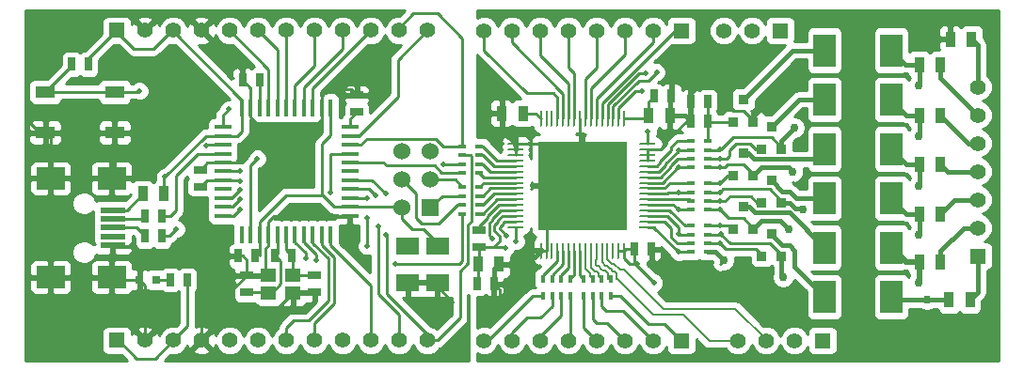
<source format=gtl>
G04 (created by PCBNEW (2013-may-18)-stable) date Tue Apr  7 22:42:00 2015*
%MOIN*%
G04 Gerber Fmt 3.4, Leading zero omitted, Abs format*
%FSLAX34Y34*%
G01*
G70*
G90*
G04 APERTURE LIST*
%ADD10C,0.00393701*%
%ADD11R,0.0787X0.1181*%
%ADD12R,0.025X0.045*%
%ADD13R,0.0906X0.0197*%
%ADD14R,0.0984X0.0787*%
%ADD15R,0.016X0.06*%
%ADD16R,0.06X0.016*%
%ADD17R,0.036X0.036*%
%ADD18R,0.08X0.06*%
%ADD19R,0.035X0.055*%
%ADD20R,0.045X0.025*%
%ADD21R,0.055X0.055*%
%ADD22C,0.055*%
%ADD23R,0.017X0.03*%
%ADD24R,0.03X0.017*%
%ADD25R,0.06X0.06*%
%ADD26C,0.06*%
%ADD27R,0.0314X0.0314*%
%ADD28R,0.0551181X0.0472441*%
%ADD29R,0.07X0.0435*%
%ADD30R,0.06X0.0098*%
%ADD31O,0.06X0.0098*%
%ADD32O,0.0098X0.06*%
%ADD33R,0.314961X0.314961*%
%ADD34C,0.02*%
%ADD35C,0.03*%
%ADD36C,0.009*%
%ADD37C,0.015*%
%ADD38C,0.008*%
%ADD39C,0.01*%
G04 APERTURE END LIST*
G54D10*
G54D11*
X89928Y-46701D03*
X87566Y-46701D03*
X89928Y-44951D03*
X87566Y-44951D03*
X89928Y-43201D03*
X87566Y-43201D03*
X89928Y-41451D03*
X87566Y-41451D03*
X89928Y-39701D03*
X87566Y-39701D03*
X89928Y-48451D03*
X87566Y-48451D03*
G54D12*
X82817Y-41511D03*
X83417Y-41511D03*
X83417Y-42211D03*
X82817Y-42211D03*
G54D13*
X62358Y-45370D03*
X62358Y-45685D03*
X62358Y-46000D03*
X62358Y-46315D03*
X62358Y-46630D03*
G54D14*
X62319Y-44248D03*
X60154Y-44248D03*
X62319Y-47752D03*
X60154Y-47752D03*
G54D15*
X68500Y-41750D03*
X68185Y-41750D03*
X67870Y-41750D03*
X67555Y-41750D03*
X67240Y-41750D03*
X66925Y-41750D03*
X68815Y-41750D03*
X69130Y-41750D03*
X69445Y-41750D03*
X69760Y-41750D03*
X70075Y-41750D03*
X68500Y-46250D03*
X68185Y-46250D03*
X67870Y-46250D03*
X67555Y-46250D03*
X67240Y-46250D03*
X66925Y-46250D03*
X68815Y-46250D03*
X69130Y-46250D03*
X69445Y-46250D03*
X69760Y-46250D03*
X70075Y-46250D03*
G54D16*
X66250Y-44000D03*
X70750Y-44000D03*
X66250Y-44315D03*
X70750Y-44315D03*
X70750Y-44630D03*
X66250Y-44630D03*
X66250Y-44945D03*
X70750Y-44945D03*
X70750Y-45260D03*
X66250Y-45260D03*
X66250Y-45575D03*
X70750Y-45575D03*
X70750Y-43685D03*
X66250Y-43685D03*
X66250Y-43370D03*
X70750Y-43370D03*
X70750Y-43055D03*
X66250Y-43055D03*
X66250Y-42740D03*
X70750Y-42740D03*
X70750Y-42425D03*
X66250Y-42425D03*
G54D17*
X85047Y-42251D03*
X84347Y-42251D03*
X84697Y-41451D03*
X86047Y-43201D03*
X85347Y-43201D03*
X85697Y-42401D03*
X85047Y-44151D03*
X84347Y-44151D03*
X84697Y-43351D03*
X86047Y-45101D03*
X85347Y-45101D03*
X85697Y-44301D03*
X85047Y-46051D03*
X84347Y-46051D03*
X84697Y-45251D03*
X86047Y-47001D03*
X85347Y-47001D03*
X85697Y-46201D03*
G54D18*
X73850Y-46650D03*
X73850Y-47950D03*
G54D19*
X91672Y-45501D03*
X90922Y-45501D03*
X91672Y-43751D03*
X90922Y-43751D03*
X91672Y-47201D03*
X90922Y-47201D03*
X91672Y-42001D03*
X90922Y-42001D03*
X91672Y-40201D03*
X90922Y-40201D03*
X92772Y-39301D03*
X92022Y-39301D03*
X92722Y-48551D03*
X91972Y-48551D03*
X63425Y-44800D03*
X64175Y-44800D03*
X76882Y-41941D03*
X76132Y-41941D03*
X81342Y-42021D03*
X82092Y-42021D03*
X75285Y-47290D03*
X76035Y-47290D03*
G54D20*
X71000Y-41900D03*
X71000Y-41300D03*
G54D12*
X63500Y-46300D03*
X64100Y-46300D03*
X67550Y-40750D03*
X66950Y-40750D03*
G54D20*
X65450Y-44550D03*
X65450Y-43950D03*
G54D12*
X67400Y-47000D03*
X66800Y-47000D03*
X61500Y-40200D03*
X60900Y-40200D03*
X64400Y-47850D03*
X65000Y-47850D03*
G54D20*
X67100Y-48300D03*
X67100Y-47700D03*
X69500Y-47700D03*
X69500Y-48300D03*
G54D12*
X68700Y-47000D03*
X68100Y-47000D03*
X80837Y-46751D03*
X81437Y-46751D03*
X81547Y-41311D03*
X82147Y-41311D03*
X75260Y-47990D03*
X75860Y-47990D03*
G54D20*
X75327Y-46091D03*
X75327Y-46691D03*
G54D21*
X82497Y-50001D03*
G54D22*
X81497Y-50001D03*
X80497Y-50001D03*
X79497Y-50001D03*
X78497Y-50001D03*
X77497Y-50001D03*
X76497Y-50001D03*
X75497Y-50001D03*
G54D21*
X82497Y-39001D03*
G54D22*
X81497Y-39001D03*
X80497Y-39001D03*
X79497Y-39001D03*
X78497Y-39001D03*
X77497Y-39001D03*
X76497Y-39001D03*
X75497Y-39001D03*
G54D21*
X92997Y-47001D03*
G54D22*
X92997Y-46001D03*
X92997Y-45001D03*
X92997Y-44001D03*
X92997Y-43001D03*
X92997Y-42001D03*
X92997Y-41001D03*
G54D21*
X87497Y-50001D03*
G54D22*
X86497Y-50001D03*
X85497Y-50001D03*
X84497Y-50001D03*
G54D21*
X85997Y-39001D03*
G54D22*
X84997Y-39001D03*
X83997Y-39001D03*
G54D21*
X62500Y-50000D03*
G54D22*
X63500Y-50000D03*
X64500Y-50000D03*
X65500Y-50000D03*
X66500Y-50000D03*
X67500Y-50000D03*
X68500Y-50000D03*
X69500Y-50000D03*
X70500Y-50000D03*
X71500Y-50000D03*
X72500Y-50000D03*
X73500Y-50000D03*
G54D21*
X62500Y-39000D03*
G54D22*
X63500Y-39000D03*
X64500Y-39000D03*
X65500Y-39000D03*
X66500Y-39000D03*
X67500Y-39000D03*
X68500Y-39000D03*
X69500Y-39000D03*
X70500Y-39000D03*
X71500Y-39000D03*
X72500Y-39000D03*
X73500Y-39000D03*
G54D23*
X79360Y-48416D03*
X79360Y-47816D03*
X79674Y-48416D03*
X79674Y-47816D03*
X79045Y-48416D03*
X79989Y-48416D03*
X79989Y-47816D03*
X79045Y-47816D03*
X77920Y-48411D03*
X77920Y-47811D03*
X78234Y-48411D03*
X78234Y-47811D03*
X77605Y-48411D03*
X78549Y-48411D03*
X78549Y-47811D03*
X77605Y-47811D03*
G54D24*
X75347Y-43743D03*
X74747Y-43743D03*
X75347Y-43429D03*
X74747Y-43429D03*
X75347Y-44058D03*
X75347Y-43114D03*
X74747Y-43114D03*
X74747Y-44058D03*
X75347Y-45193D03*
X74747Y-45193D03*
X75347Y-44879D03*
X74747Y-44879D03*
X75347Y-45508D03*
X75347Y-44564D03*
X74747Y-44564D03*
X74747Y-45508D03*
X83427Y-43548D03*
X82827Y-43548D03*
X83427Y-43234D03*
X82827Y-43234D03*
X83427Y-43863D03*
X83427Y-42919D03*
X82827Y-42919D03*
X82827Y-43863D03*
X83427Y-45048D03*
X82827Y-45048D03*
X83427Y-44734D03*
X82827Y-44734D03*
X83427Y-45363D03*
X83427Y-44419D03*
X82827Y-44419D03*
X82827Y-45363D03*
X83427Y-46548D03*
X82827Y-46548D03*
X83427Y-46234D03*
X82827Y-46234D03*
X83427Y-46863D03*
X83427Y-45919D03*
X82827Y-45919D03*
X82827Y-46863D03*
G54D25*
X73600Y-45300D03*
G54D26*
X72600Y-45300D03*
X73600Y-44300D03*
X72600Y-44300D03*
X73600Y-43300D03*
X72600Y-43300D03*
G54D27*
X63895Y-47850D03*
X63305Y-47850D03*
G54D28*
X68733Y-47685D03*
X67866Y-47685D03*
X68733Y-48314D03*
X67866Y-48314D03*
G54D12*
X63500Y-45600D03*
X64100Y-45600D03*
G54D29*
X59975Y-41172D03*
X59975Y-42627D03*
X62425Y-41172D03*
X62425Y-42627D03*
G54D18*
X72800Y-46650D03*
X72800Y-47950D03*
G54D30*
X81308Y-45977D03*
G54D31*
X81308Y-45780D03*
X81308Y-45583D03*
X81308Y-45386D03*
X81308Y-45189D03*
X81308Y-44993D03*
X81308Y-44796D03*
X81308Y-44599D03*
X81308Y-44402D03*
X81308Y-44205D03*
X81308Y-44008D03*
X81308Y-43812D03*
X81308Y-43615D03*
X81308Y-43418D03*
X81308Y-43221D03*
X81308Y-43024D03*
G54D32*
X80473Y-42126D03*
X80276Y-42126D03*
X80079Y-42126D03*
X79882Y-42126D03*
X79685Y-42126D03*
X79489Y-42126D03*
X79292Y-42126D03*
X79095Y-42126D03*
X78898Y-42126D03*
X78701Y-42126D03*
X78504Y-42126D03*
X78308Y-42126D03*
X78111Y-42126D03*
X77914Y-42126D03*
X77717Y-42126D03*
X77520Y-42126D03*
G54D31*
X76622Y-43024D03*
X76622Y-43221D03*
X76622Y-43418D03*
X76622Y-43615D03*
X76622Y-43812D03*
X76622Y-44008D03*
X76622Y-44205D03*
X76622Y-44402D03*
X76622Y-44599D03*
X76622Y-44796D03*
X76622Y-44993D03*
X76622Y-45189D03*
X76622Y-45386D03*
X76622Y-45583D03*
X76622Y-45780D03*
X76622Y-45977D03*
G54D32*
X77520Y-46812D03*
X77717Y-46812D03*
X78111Y-46812D03*
X77914Y-46819D03*
X78308Y-46812D03*
X78504Y-46812D03*
X78701Y-46812D03*
X78898Y-46812D03*
X79095Y-46812D03*
X79292Y-46812D03*
X79486Y-46812D03*
X79683Y-46812D03*
X79880Y-46812D03*
X80077Y-46812D03*
X80273Y-46812D03*
X80470Y-46812D03*
G54D33*
X78997Y-44501D03*
G54D34*
X64200Y-44200D03*
X66850Y-44350D03*
X80940Y-47270D03*
X81520Y-47950D03*
G54D35*
X91197Y-48551D03*
X83997Y-47151D03*
G54D34*
X82390Y-43234D03*
X82389Y-43863D03*
X82390Y-44734D03*
X82389Y-45363D03*
X82387Y-46231D03*
X82387Y-46861D03*
X76260Y-46730D03*
X81090Y-41160D03*
X81307Y-42571D03*
X74050Y-43750D03*
X66475Y-41800D03*
X72360Y-47300D03*
X70060Y-44740D03*
X69550Y-47150D03*
X69200Y-47100D03*
X71350Y-46650D03*
X71350Y-45650D03*
X71350Y-44950D03*
X72040Y-46240D03*
X72020Y-44800D03*
X71750Y-45950D03*
X71650Y-44850D03*
X67480Y-43540D03*
X63300Y-41150D03*
X66850Y-44650D03*
X66850Y-45000D03*
X66850Y-45350D03*
X66850Y-44000D03*
X68000Y-43150D03*
X70800Y-46350D03*
X67150Y-43400D03*
X74370Y-48640D03*
X64600Y-46050D03*
X65650Y-43100D03*
X76310Y-46280D03*
X75800Y-46400D03*
X76640Y-46480D03*
X81617Y-40481D03*
X81237Y-40521D03*
X83864Y-46548D03*
X83867Y-44421D03*
X83867Y-43551D03*
X83867Y-45051D03*
G54D35*
X90897Y-44501D03*
X86797Y-45351D03*
G54D34*
X83867Y-44741D03*
X83867Y-45921D03*
G54D35*
X90897Y-42751D03*
X86447Y-44001D03*
G54D34*
X83867Y-43861D03*
G54D35*
X90897Y-40951D03*
X86497Y-42451D03*
G54D34*
X83867Y-43231D03*
G54D35*
X90897Y-46251D03*
X86297Y-46051D03*
G54D34*
X83867Y-45361D03*
G54D35*
X90897Y-47951D03*
X86097Y-47751D03*
G54D34*
X83907Y-46231D03*
X75990Y-50510D03*
X76060Y-48750D03*
X81950Y-47000D03*
X77900Y-43400D03*
X77100Y-46750D03*
X80050Y-43350D03*
G54D35*
X90947Y-39301D03*
X85647Y-41451D03*
G54D34*
X81937Y-42961D03*
G54D36*
X64500Y-39000D02*
X64450Y-39000D01*
X64450Y-39000D02*
X63800Y-39650D01*
X62500Y-39050D02*
X62500Y-39000D01*
X63100Y-39650D02*
X62500Y-39050D01*
X63800Y-39650D02*
X63100Y-39650D01*
X66925Y-41750D02*
X66925Y-41475D01*
X66925Y-41475D02*
X64450Y-39000D01*
X67555Y-46950D02*
X67450Y-46950D01*
X67450Y-46950D02*
X67400Y-47000D01*
X64175Y-44200D02*
X64200Y-44200D01*
X66250Y-44315D02*
X65685Y-44315D01*
X65685Y-44315D02*
X65450Y-44550D01*
X70750Y-45260D02*
X72560Y-45260D01*
X67555Y-46250D02*
X67555Y-45785D01*
X69780Y-44840D02*
X69775Y-44840D01*
X68500Y-44840D02*
X69780Y-44840D01*
X67555Y-45785D02*
X68500Y-44840D01*
X70750Y-45260D02*
X70210Y-45260D01*
X70210Y-45260D02*
X69775Y-44825D01*
X69775Y-44825D02*
X69775Y-44840D01*
X70075Y-42725D02*
X70075Y-41750D01*
X69775Y-44840D02*
X69775Y-43025D01*
X69775Y-43025D02*
X70075Y-42725D01*
X66850Y-44315D02*
X66850Y-44350D01*
X67555Y-46250D02*
X67555Y-46950D01*
X67555Y-46950D02*
X67555Y-46995D01*
X67555Y-46995D02*
X67550Y-47000D01*
X66250Y-44315D02*
X66850Y-44315D01*
X66850Y-44315D02*
X66865Y-44315D01*
X66925Y-41750D02*
X66925Y-42575D01*
X66760Y-42740D02*
X66250Y-42740D01*
X66925Y-42575D02*
X66760Y-42740D01*
X73850Y-46650D02*
X73850Y-46550D01*
X73850Y-46550D02*
X73359Y-46060D01*
X73359Y-46060D02*
X72960Y-46060D01*
X72960Y-46060D02*
X72600Y-45700D01*
X62500Y-50000D02*
X62550Y-50000D01*
X62550Y-50000D02*
X63200Y-50650D01*
X63200Y-50650D02*
X63850Y-50650D01*
X63850Y-50650D02*
X64500Y-50000D01*
X65000Y-47850D02*
X65000Y-49500D01*
X65000Y-49500D02*
X64500Y-50000D01*
X61500Y-40200D02*
X61500Y-40000D01*
X61500Y-40000D02*
X62500Y-39000D01*
X64175Y-44800D02*
X64175Y-44200D01*
X64175Y-44200D02*
X64175Y-44225D01*
X65660Y-42740D02*
X66250Y-42740D01*
X64175Y-44225D02*
X65660Y-42740D01*
X72560Y-45260D02*
X72600Y-45300D01*
X72600Y-45700D02*
X72600Y-45300D01*
X80680Y-47294D02*
X80916Y-47294D01*
X80916Y-47294D02*
X80940Y-47270D01*
X80837Y-47267D02*
X80837Y-46751D01*
X81520Y-47950D02*
X80837Y-47267D01*
X83997Y-47151D02*
X83997Y-47161D01*
X80467Y-46821D02*
X80470Y-46812D01*
X80467Y-47081D02*
X80467Y-46821D01*
X80677Y-47291D02*
X80680Y-47294D01*
X80680Y-47294D02*
X80467Y-47081D01*
X83997Y-47161D02*
X83867Y-47291D01*
X80837Y-46751D02*
X80527Y-46751D01*
X80457Y-46821D02*
X80470Y-46812D01*
X80527Y-46751D02*
X80457Y-46821D01*
X80470Y-46812D02*
X80273Y-46812D01*
G54D37*
X91972Y-48551D02*
X91197Y-48551D01*
X83997Y-47151D02*
X83709Y-46863D01*
X83709Y-46863D02*
X83427Y-46863D01*
X91972Y-48551D02*
X90028Y-48551D01*
X90028Y-48551D02*
X89928Y-48451D01*
X92997Y-41001D02*
X92997Y-39526D01*
X92997Y-39526D02*
X92772Y-39301D01*
X92997Y-42001D02*
X92987Y-42001D01*
X91672Y-40686D02*
X91672Y-40201D01*
X92987Y-42001D02*
X91672Y-40686D01*
X92997Y-43001D02*
X92672Y-43001D01*
X92672Y-43001D02*
X91672Y-42001D01*
X92997Y-44001D02*
X91922Y-44001D01*
X91922Y-44001D02*
X91672Y-43751D01*
X92997Y-45001D02*
X92172Y-45001D01*
X92172Y-45001D02*
X91672Y-45501D01*
X92997Y-46001D02*
X92487Y-46001D01*
X91672Y-46816D02*
X91672Y-47201D01*
X92487Y-46001D02*
X91672Y-46816D01*
X92997Y-47001D02*
X92997Y-48276D01*
X92997Y-48276D02*
X92722Y-48551D01*
G54D36*
X81308Y-43812D02*
X81631Y-43812D01*
X82359Y-42919D02*
X82827Y-42919D01*
X82147Y-43131D02*
X82359Y-42919D01*
X82147Y-43256D02*
X82147Y-43131D01*
X81747Y-43656D02*
X82147Y-43256D01*
X81747Y-43696D02*
X81747Y-43656D01*
X81631Y-43812D02*
X81747Y-43696D01*
X82827Y-43548D02*
X82370Y-43548D01*
X81763Y-44205D02*
X81308Y-44205D01*
X82147Y-43821D02*
X81763Y-44205D01*
X82147Y-43771D02*
X82147Y-43821D01*
X82370Y-43548D02*
X82147Y-43771D01*
X81308Y-44599D02*
X81909Y-44599D01*
X82819Y-44411D02*
X82827Y-44419D01*
X82097Y-44411D02*
X82819Y-44411D01*
X81909Y-44599D02*
X82097Y-44411D01*
X81308Y-44993D02*
X82772Y-44993D01*
X82772Y-44993D02*
X82827Y-45048D01*
X81308Y-45386D02*
X82072Y-45386D01*
X82815Y-45931D02*
X82827Y-45919D01*
X82617Y-45931D02*
X82815Y-45931D01*
X82072Y-45386D02*
X82617Y-45931D01*
X81308Y-45780D02*
X81906Y-45780D01*
X82354Y-46548D02*
X82827Y-46548D01*
X82147Y-46341D02*
X82354Y-46548D01*
X82147Y-46021D02*
X82147Y-46341D01*
X81906Y-45780D02*
X82147Y-46021D01*
X81927Y-43771D02*
X81927Y-43731D01*
X81690Y-44008D02*
X81927Y-43771D01*
X81308Y-44008D02*
X81690Y-44008D01*
X82390Y-43268D02*
X82390Y-43234D01*
X81927Y-43731D02*
X82390Y-43268D01*
X82827Y-43234D02*
X82390Y-43234D01*
X82390Y-43234D02*
X82387Y-43231D01*
X82389Y-43863D02*
X82365Y-43863D01*
X81826Y-44402D02*
X81308Y-44402D01*
X82365Y-43863D02*
X81826Y-44402D01*
X82827Y-43863D02*
X82389Y-43863D01*
X82389Y-43863D02*
X82387Y-43861D01*
X81308Y-44796D02*
X81982Y-44796D01*
X82044Y-44734D02*
X82390Y-44734D01*
X81982Y-44796D02*
X82044Y-44734D01*
X82827Y-44734D02*
X82390Y-44734D01*
X82390Y-44734D02*
X82387Y-44731D01*
X81308Y-45189D02*
X82215Y-45189D01*
X82215Y-45189D02*
X82389Y-45363D01*
X82827Y-45363D02*
X82389Y-45363D01*
X82389Y-45363D02*
X82387Y-45361D01*
X81308Y-45583D02*
X81989Y-45583D01*
X82387Y-45981D02*
X82387Y-46231D01*
X81989Y-45583D02*
X82387Y-45981D01*
X82390Y-46234D02*
X82387Y-46231D01*
X82827Y-46234D02*
X82390Y-46234D01*
X81308Y-45977D02*
X81503Y-45977D01*
X81503Y-45977D02*
X82387Y-46861D01*
X82389Y-46863D02*
X82387Y-46861D01*
X82827Y-46863D02*
X82389Y-46863D01*
X81342Y-42021D02*
X81342Y-41536D01*
X81547Y-41331D02*
X81547Y-41311D01*
X81342Y-41536D02*
X81547Y-41331D01*
X80473Y-42126D02*
X81262Y-42126D01*
X81357Y-42031D02*
X81342Y-42021D01*
X81262Y-42126D02*
X81357Y-42031D01*
X75327Y-46691D02*
X75327Y-47248D01*
X75327Y-47248D02*
X75285Y-47290D01*
X75285Y-47290D02*
X75285Y-47965D01*
X75285Y-47965D02*
X75260Y-47990D01*
X80276Y-42126D02*
X80276Y-41745D01*
X75800Y-46690D02*
X75800Y-46693D01*
X76220Y-46690D02*
X75800Y-46690D01*
X76260Y-46730D02*
X76220Y-46690D01*
X80861Y-41160D02*
X81090Y-41160D01*
X80276Y-41745D02*
X80861Y-41160D01*
X75837Y-46693D02*
X75800Y-46693D01*
X75800Y-46693D02*
X75329Y-46693D01*
X75329Y-46693D02*
X75327Y-46691D01*
X75869Y-46033D02*
X75869Y-46103D01*
X75837Y-46697D02*
X75837Y-46693D01*
X76049Y-46485D02*
X75837Y-46697D01*
X76049Y-46283D02*
X76049Y-46485D01*
X75869Y-46103D02*
X76049Y-46283D01*
X76622Y-45583D02*
X76153Y-45583D01*
X75869Y-45926D02*
X75869Y-46033D01*
X75869Y-46033D02*
X75869Y-46024D01*
X76005Y-45790D02*
X75869Y-45926D01*
X76005Y-45731D02*
X76005Y-45790D01*
X76153Y-45583D02*
X76005Y-45731D01*
X76882Y-41941D02*
X77335Y-41941D01*
X77335Y-41941D02*
X77520Y-42126D01*
X81308Y-43024D02*
X81308Y-42572D01*
X81308Y-42572D02*
X81307Y-42571D01*
X69445Y-41750D02*
X69445Y-41055D01*
X69445Y-41055D02*
X71500Y-39000D01*
X69130Y-41750D02*
X69130Y-41020D01*
X70500Y-39650D02*
X70500Y-39000D01*
X69130Y-41020D02*
X70500Y-39650D01*
X68815Y-41750D02*
X68815Y-40935D01*
X69500Y-40250D02*
X69500Y-39000D01*
X68815Y-40935D02*
X69500Y-40250D01*
X68500Y-41750D02*
X68500Y-39000D01*
X68185Y-41750D02*
X68185Y-39685D01*
X68185Y-39685D02*
X67500Y-39000D01*
X67870Y-41750D02*
X67870Y-40370D01*
X67870Y-40370D02*
X66500Y-39000D01*
X66250Y-42425D02*
X66250Y-42025D01*
X74057Y-43743D02*
X74747Y-43743D01*
X74050Y-43750D02*
X74057Y-43743D01*
X66250Y-42025D02*
X66475Y-41800D01*
X67550Y-40750D02*
X67550Y-41745D01*
X67550Y-41745D02*
X67555Y-41750D01*
X74747Y-43114D02*
X74747Y-39297D01*
X72450Y-38950D02*
X72500Y-39000D01*
X73000Y-38400D02*
X72450Y-38950D01*
X73850Y-38400D02*
X73000Y-38400D01*
X74747Y-39297D02*
X73850Y-38400D01*
X74747Y-43114D02*
X74064Y-43114D01*
X71145Y-43055D02*
X70750Y-43055D01*
X71350Y-42850D02*
X71145Y-43055D01*
X73800Y-42850D02*
X71350Y-42850D01*
X74064Y-43114D02*
X73800Y-42850D01*
X70750Y-43370D02*
X70070Y-43370D01*
X74747Y-47193D02*
X74747Y-45508D01*
X74640Y-47300D02*
X74747Y-47193D01*
X72360Y-47300D02*
X74640Y-47300D01*
X70060Y-43380D02*
X70060Y-44740D01*
X70070Y-43370D02*
X70060Y-43380D01*
X69445Y-46250D02*
X69445Y-46545D01*
X68500Y-49550D02*
X68500Y-50000D01*
X68750Y-49300D02*
X68500Y-49550D01*
X69300Y-49300D02*
X68750Y-49300D01*
X70000Y-48600D02*
X69300Y-49300D01*
X70000Y-47100D02*
X70000Y-48600D01*
X69445Y-46545D02*
X70000Y-47100D01*
X69500Y-50000D02*
X69500Y-49400D01*
X69760Y-46605D02*
X69760Y-46250D01*
X70200Y-47045D02*
X69760Y-46605D01*
X70200Y-48700D02*
X70200Y-47045D01*
X69500Y-49400D02*
X70200Y-48700D01*
X69130Y-46530D02*
X69550Y-46950D01*
X69550Y-46950D02*
X69550Y-47150D01*
X69130Y-46530D02*
X69130Y-46250D01*
X68815Y-46515D02*
X69200Y-46900D01*
X69200Y-46900D02*
X69200Y-47100D01*
X68815Y-46515D02*
X68815Y-46250D01*
X70750Y-44945D02*
X71345Y-44945D01*
X71350Y-45650D02*
X71350Y-46650D01*
X71345Y-44945D02*
X71350Y-44950D01*
X74747Y-43429D02*
X75029Y-43429D01*
X73850Y-50000D02*
X73500Y-50000D01*
X74650Y-49200D02*
X73850Y-50000D01*
X74650Y-47544D02*
X74650Y-49200D01*
X74927Y-47267D02*
X74650Y-47544D01*
X74927Y-45900D02*
X74927Y-47267D01*
X75050Y-45777D02*
X74927Y-45900D01*
X75050Y-43450D02*
X75050Y-45777D01*
X75029Y-43429D02*
X75050Y-43450D01*
X70750Y-44315D02*
X71535Y-44315D01*
X73500Y-49780D02*
X73500Y-50000D01*
X72060Y-48340D02*
X73500Y-49780D01*
X72060Y-46260D02*
X72060Y-48340D01*
X72040Y-46240D02*
X72060Y-46260D01*
X71535Y-44315D02*
X72020Y-44800D01*
X74747Y-44058D02*
X74008Y-44058D01*
X71935Y-43685D02*
X70750Y-43685D01*
X72050Y-43800D02*
X71935Y-43685D01*
X73750Y-43800D02*
X72050Y-43800D01*
X74008Y-44058D02*
X73750Y-43800D01*
X70750Y-42425D02*
X70750Y-42150D01*
X70750Y-42150D02*
X71000Y-41900D01*
X70750Y-44630D02*
X71430Y-44630D01*
X72500Y-49100D02*
X72500Y-50000D01*
X71750Y-48350D02*
X72500Y-49100D01*
X71750Y-46950D02*
X71750Y-48350D01*
X71750Y-45950D02*
X71750Y-46950D01*
X71430Y-44630D02*
X71650Y-44850D01*
X70750Y-42740D02*
X71060Y-42740D01*
X72450Y-40050D02*
X73500Y-39000D01*
X72450Y-41350D02*
X72450Y-40050D01*
X71060Y-42740D02*
X72450Y-41350D01*
X67240Y-46250D02*
X67240Y-43780D01*
X67240Y-43780D02*
X67480Y-43540D01*
X63277Y-41172D02*
X62425Y-41172D01*
X63300Y-41150D02*
X63277Y-41172D01*
X59975Y-41172D02*
X62425Y-41172D01*
X60900Y-40200D02*
X60900Y-40247D01*
X60900Y-40247D02*
X59975Y-41172D01*
X66555Y-44945D02*
X66850Y-44650D01*
X66250Y-44945D02*
X66555Y-44945D01*
X73600Y-44300D02*
X74483Y-44300D01*
X74483Y-44300D02*
X74747Y-44564D01*
X66590Y-45260D02*
X66850Y-45000D01*
X66590Y-45260D02*
X66250Y-45260D01*
X74747Y-45193D02*
X74557Y-45193D01*
X73100Y-44800D02*
X72600Y-44300D01*
X73100Y-45650D02*
X73100Y-44800D01*
X73300Y-45850D02*
X73100Y-45650D01*
X73900Y-45850D02*
X73300Y-45850D01*
X74557Y-45193D02*
X73900Y-45850D01*
X74021Y-44879D02*
X73600Y-45300D01*
X66625Y-45575D02*
X66850Y-45350D01*
X66250Y-45575D02*
X66625Y-45575D01*
X74747Y-44879D02*
X74021Y-44879D01*
X70075Y-46250D02*
X70075Y-46625D01*
X71500Y-48050D02*
X71500Y-50000D01*
X70075Y-46625D02*
X71500Y-48050D01*
X66850Y-44000D02*
X66250Y-44000D01*
X67950Y-43100D02*
X67450Y-43100D01*
X68000Y-43150D02*
X67950Y-43100D01*
X67450Y-43100D02*
X67450Y-42300D01*
X67240Y-42090D02*
X67450Y-42300D01*
X67450Y-42300D02*
X69600Y-42300D01*
X73850Y-47950D02*
X72850Y-47950D01*
X72800Y-48000D02*
X72800Y-47950D01*
X72850Y-47950D02*
X72800Y-48000D01*
X74370Y-48640D02*
X74370Y-48620D01*
X73750Y-48000D02*
X73850Y-47950D01*
X74370Y-48620D02*
X73750Y-48000D01*
X70750Y-45600D02*
X70750Y-45575D01*
X70750Y-46300D02*
X70750Y-45600D01*
X70800Y-46350D02*
X70750Y-46300D01*
X66800Y-47000D02*
X66950Y-47000D01*
X67100Y-47150D02*
X66950Y-47000D01*
X67100Y-47150D02*
X67100Y-47700D01*
X67870Y-46250D02*
X67870Y-46630D01*
X67750Y-47568D02*
X67866Y-47685D01*
X67750Y-46750D02*
X67750Y-47568D01*
X67870Y-46630D02*
X67750Y-46750D01*
X59975Y-42627D02*
X59777Y-42627D01*
X62800Y-38300D02*
X63500Y-39000D01*
X61350Y-38300D02*
X62800Y-38300D01*
X59300Y-40350D02*
X61350Y-38300D01*
X59300Y-42150D02*
X59300Y-40350D01*
X59777Y-42627D02*
X59300Y-42150D01*
X68733Y-48314D02*
X68733Y-48316D01*
X66750Y-48850D02*
X66350Y-48450D01*
X68200Y-48850D02*
X66750Y-48850D01*
X68733Y-48316D02*
X68200Y-48850D01*
X70750Y-45575D02*
X68075Y-45575D01*
X67870Y-45780D02*
X67870Y-46250D01*
X68075Y-45575D02*
X67870Y-45780D01*
X66250Y-43685D02*
X66850Y-43685D01*
X66850Y-43685D02*
X66865Y-43685D01*
X66865Y-43685D02*
X67150Y-43400D01*
X67150Y-43400D02*
X67450Y-43100D01*
X67240Y-41750D02*
X67240Y-42090D01*
X69760Y-42140D02*
X69760Y-41750D01*
X69600Y-42300D02*
X69760Y-42140D01*
X63500Y-50000D02*
X63500Y-48045D01*
X63500Y-48045D02*
X63305Y-47850D01*
X66250Y-43685D02*
X65715Y-43685D01*
X65715Y-43685D02*
X65450Y-43950D01*
X69760Y-41750D02*
X69760Y-41290D01*
X69760Y-41290D02*
X69950Y-41100D01*
X69950Y-41100D02*
X70800Y-41100D01*
X70800Y-41100D02*
X71000Y-41300D01*
X63500Y-39000D02*
X64100Y-38400D01*
X64100Y-38400D02*
X64900Y-38400D01*
X64900Y-38400D02*
X65500Y-39000D01*
X66950Y-40750D02*
X66950Y-40450D01*
X66950Y-40450D02*
X65500Y-39000D01*
X67240Y-41750D02*
X67240Y-41040D01*
X67240Y-41040D02*
X66950Y-40750D01*
X60154Y-47752D02*
X62319Y-47752D01*
X60154Y-44248D02*
X60154Y-47752D01*
X60154Y-44248D02*
X62319Y-44248D01*
X60154Y-44248D02*
X60154Y-42806D01*
X60154Y-42806D02*
X59975Y-42627D01*
X62425Y-42627D02*
X62425Y-44142D01*
X62425Y-44142D02*
X62319Y-44248D01*
X62358Y-46630D02*
X62358Y-47713D01*
X62358Y-47713D02*
X62319Y-47752D01*
X63305Y-47850D02*
X62417Y-47850D01*
X62417Y-47850D02*
X62319Y-47752D01*
X65500Y-50000D02*
X65500Y-49300D01*
X65500Y-49300D02*
X66350Y-48450D01*
X66350Y-48450D02*
X67100Y-47700D01*
X67866Y-47685D02*
X67114Y-47685D01*
X67114Y-47685D02*
X67100Y-47700D01*
X68733Y-48314D02*
X69485Y-48314D01*
X69485Y-48314D02*
X69500Y-48300D01*
X62358Y-45370D02*
X62855Y-45370D01*
X62855Y-45370D02*
X63425Y-44800D01*
X77497Y-39001D02*
X77497Y-39871D01*
X78504Y-40878D02*
X78504Y-42126D01*
X77497Y-39871D02*
X78504Y-40878D01*
X64100Y-45600D02*
X64400Y-45600D01*
X65380Y-43370D02*
X66250Y-43370D01*
X64600Y-44150D02*
X65380Y-43370D01*
X64600Y-45400D02*
X64600Y-44150D01*
X64400Y-45600D02*
X64600Y-45400D01*
X66250Y-43055D02*
X65695Y-43055D01*
X64350Y-46300D02*
X64100Y-46300D01*
X64600Y-46050D02*
X64350Y-46300D01*
X65695Y-43055D02*
X65650Y-43100D01*
X62358Y-45685D02*
X63415Y-45685D01*
X63415Y-45685D02*
X63500Y-45600D01*
X67100Y-48300D02*
X67851Y-48300D01*
X67851Y-48300D02*
X67866Y-48314D01*
X67866Y-48314D02*
X67985Y-48314D01*
X68300Y-47200D02*
X68100Y-47000D01*
X68300Y-48000D02*
X68300Y-47200D01*
X67985Y-48314D02*
X68300Y-48000D01*
X68185Y-46250D02*
X68185Y-46915D01*
X68185Y-46915D02*
X68100Y-47000D01*
X68733Y-47685D02*
X69485Y-47685D01*
X69485Y-47685D02*
X69500Y-47700D01*
X68733Y-47685D02*
X68733Y-47033D01*
X68733Y-47033D02*
X68700Y-47000D01*
X68500Y-46250D02*
X68500Y-46800D01*
X68500Y-46800D02*
X68700Y-47000D01*
X63895Y-47850D02*
X64400Y-47850D01*
X62358Y-46000D02*
X63200Y-46000D01*
X63200Y-46000D02*
X63500Y-46300D01*
X79360Y-48416D02*
X79360Y-49234D01*
X79867Y-49371D02*
X80497Y-50001D01*
X79497Y-49371D02*
X79867Y-49371D01*
X79360Y-49234D02*
X79497Y-49371D01*
X79674Y-48416D02*
X79674Y-48788D01*
X80447Y-48951D02*
X81497Y-50001D01*
X79837Y-48951D02*
X80447Y-48951D01*
X79674Y-48788D02*
X79837Y-48951D01*
X79989Y-48416D02*
X80342Y-48416D01*
X81907Y-49411D02*
X82497Y-50001D01*
X81337Y-49411D02*
X81907Y-49411D01*
X80342Y-48416D02*
X81337Y-49411D01*
X79045Y-48416D02*
X79045Y-49549D01*
X79045Y-49549D02*
X79497Y-50001D01*
X76497Y-39001D02*
X76497Y-39431D01*
X78308Y-41242D02*
X78308Y-42126D01*
X76497Y-39431D02*
X78308Y-41242D01*
X75497Y-39001D02*
X75497Y-39711D01*
X78111Y-41385D02*
X78111Y-42126D01*
X77957Y-41231D02*
X78111Y-41385D01*
X77017Y-41231D02*
X77957Y-41231D01*
X75497Y-39711D02*
X77017Y-41231D01*
X78549Y-48411D02*
X78549Y-49949D01*
X78549Y-49949D02*
X78497Y-50001D01*
X78234Y-48411D02*
X78234Y-49124D01*
X77497Y-49861D02*
X77497Y-50001D01*
X78234Y-49124D02*
X77497Y-49861D01*
X77920Y-48411D02*
X77920Y-48768D01*
X76497Y-49711D02*
X76497Y-50001D01*
X77027Y-49181D02*
X76497Y-49711D01*
X77507Y-49181D02*
X77027Y-49181D01*
X77920Y-48768D02*
X77507Y-49181D01*
X77605Y-48411D02*
X77227Y-48411D01*
X75637Y-50001D02*
X75497Y-50001D01*
X77227Y-48411D02*
X75637Y-50001D01*
X76050Y-46020D02*
X76310Y-46280D01*
X76049Y-46020D02*
X76050Y-46020D01*
X76622Y-45780D02*
X76211Y-45780D01*
X76049Y-46000D02*
X76049Y-46020D01*
X76049Y-46020D02*
X76049Y-46028D01*
X76049Y-46028D02*
X76049Y-46024D01*
X76049Y-46024D02*
X76049Y-46024D01*
X76187Y-45862D02*
X76049Y-46000D01*
X76187Y-45804D02*
X76187Y-45862D01*
X76211Y-45780D02*
X76187Y-45804D01*
X78111Y-46812D02*
X78111Y-47182D01*
X77605Y-47688D02*
X77605Y-47811D01*
X78111Y-47182D02*
X77605Y-47688D01*
X78308Y-46812D02*
X78308Y-47290D01*
X77920Y-47678D02*
X77920Y-47811D01*
X78308Y-47290D02*
X77920Y-47678D01*
X78504Y-46812D02*
X78504Y-47419D01*
X78234Y-47689D02*
X78234Y-47811D01*
X78504Y-47419D02*
X78234Y-47689D01*
X78701Y-46812D02*
X78701Y-47659D01*
X78701Y-47659D02*
X78549Y-47811D01*
X75689Y-46000D02*
X75689Y-46289D01*
X75689Y-46289D02*
X75800Y-46400D01*
X76622Y-45386D02*
X76096Y-45386D01*
X75689Y-45851D02*
X75689Y-46000D01*
X75689Y-46000D02*
X75689Y-46009D01*
X75689Y-46009D02*
X75689Y-46024D01*
X75813Y-45727D02*
X75689Y-45851D01*
X75813Y-45668D02*
X75813Y-45727D01*
X75824Y-45658D02*
X75813Y-45668D01*
X76096Y-45386D02*
X75824Y-45658D01*
X76622Y-46462D02*
X76622Y-45977D01*
X76640Y-46480D02*
X76622Y-46462D01*
G54D38*
X84497Y-50001D02*
X83487Y-50001D01*
X80217Y-47811D02*
X80207Y-47811D01*
X80217Y-47821D02*
X80217Y-47811D01*
X81487Y-49091D02*
X80217Y-47821D01*
X82577Y-49091D02*
X81487Y-49091D01*
X83487Y-50001D02*
X82577Y-49091D01*
X79971Y-47451D02*
X79985Y-47451D01*
X80207Y-47615D02*
X80207Y-47811D01*
X80207Y-47811D02*
X80207Y-47817D01*
X80127Y-47535D02*
X80207Y-47615D01*
X80069Y-47535D02*
X80127Y-47535D01*
X79985Y-47451D02*
X80069Y-47535D01*
X79683Y-46812D02*
X79683Y-47232D01*
X79869Y-47349D02*
X79971Y-47451D01*
X79971Y-47451D02*
X79966Y-47445D01*
X79799Y-47349D02*
X79869Y-47349D01*
X79683Y-47232D02*
X79799Y-47349D01*
X80323Y-47491D02*
X80477Y-47491D01*
X85517Y-49991D02*
X85497Y-50001D01*
X84397Y-48871D02*
X85517Y-49991D01*
X81857Y-48871D02*
X84397Y-48871D01*
X80477Y-47491D02*
X81857Y-48871D01*
X79880Y-46812D02*
X79880Y-47119D01*
X80107Y-47275D02*
X80323Y-47491D01*
X80323Y-47491D02*
X80327Y-47494D01*
X80035Y-47275D02*
X80107Y-47275D01*
X79880Y-47119D02*
X80035Y-47275D01*
G54D36*
X80079Y-41688D02*
X80996Y-40771D01*
X80996Y-40771D02*
X81327Y-40771D01*
X81327Y-40771D02*
X81617Y-40481D01*
X80079Y-42126D02*
X80079Y-41688D01*
X79685Y-42126D02*
X79685Y-41573D01*
X82257Y-39001D02*
X82497Y-39001D01*
X79685Y-41573D02*
X82257Y-39001D01*
X76622Y-44402D02*
X75509Y-44402D01*
X75509Y-44402D02*
X75347Y-44564D01*
X76622Y-44599D02*
X75744Y-44599D01*
X75464Y-44879D02*
X75347Y-44879D01*
X75744Y-44599D02*
X75464Y-44879D01*
X76622Y-44796D02*
X75867Y-44796D01*
X75470Y-45193D02*
X75347Y-45193D01*
X75867Y-44796D02*
X75470Y-45193D01*
X76622Y-44993D02*
X75980Y-44993D01*
X75465Y-45508D02*
X75347Y-45508D01*
X75980Y-44993D02*
X75465Y-45508D01*
X79882Y-41630D02*
X80991Y-40521D01*
X80991Y-40521D02*
X81237Y-40521D01*
X79882Y-41630D02*
X79882Y-42126D01*
X76622Y-43615D02*
X75976Y-43615D01*
X75475Y-43114D02*
X75347Y-43114D01*
X75976Y-43615D02*
X75475Y-43114D01*
X76622Y-43812D02*
X75858Y-43812D01*
X75475Y-43429D02*
X75347Y-43429D01*
X75858Y-43812D02*
X75475Y-43429D01*
X76622Y-44008D02*
X75734Y-44008D01*
X75469Y-43743D02*
X75347Y-43743D01*
X75734Y-44008D02*
X75469Y-43743D01*
X76622Y-44205D02*
X75494Y-44205D01*
X75494Y-44205D02*
X75347Y-44058D01*
X78898Y-46812D02*
X78898Y-47669D01*
X78898Y-47669D02*
X79045Y-47816D01*
X79489Y-42126D02*
X79489Y-41419D01*
X81497Y-39411D02*
X81497Y-39001D01*
X79489Y-41419D02*
X81497Y-39411D01*
G54D38*
X79095Y-46812D02*
X79095Y-47445D01*
X79261Y-47717D02*
X79360Y-47816D01*
X79261Y-47611D02*
X79261Y-47717D01*
X79095Y-47445D02*
X79261Y-47611D01*
X79292Y-46812D02*
X79292Y-47401D01*
X79577Y-47719D02*
X79674Y-47816D01*
X79577Y-47611D02*
X79577Y-47719D01*
X79501Y-47535D02*
X79577Y-47611D01*
X79425Y-47535D02*
X79501Y-47535D01*
X79292Y-47401D02*
X79425Y-47535D01*
X79679Y-47473D02*
X79681Y-47473D01*
X79893Y-47613D02*
X79891Y-47613D01*
X79879Y-47599D02*
X79893Y-47613D01*
X79803Y-47523D02*
X79879Y-47599D01*
X79731Y-47523D02*
X79803Y-47523D01*
X79681Y-47473D02*
X79731Y-47523D01*
X79486Y-46812D02*
X79486Y-47109D01*
X79571Y-47364D02*
X79679Y-47473D01*
X79679Y-47473D02*
X79687Y-47480D01*
X79495Y-47364D02*
X79571Y-47364D01*
X79462Y-47331D02*
X79495Y-47364D01*
X79462Y-47133D02*
X79462Y-47331D01*
X79486Y-47109D02*
X79462Y-47133D01*
X79989Y-47816D02*
X79896Y-47816D01*
X79891Y-47811D02*
X79891Y-47613D01*
X79896Y-47816D02*
X79891Y-47811D01*
X79891Y-47613D02*
X79891Y-47609D01*
G54D36*
X76622Y-45189D02*
X76038Y-45189D01*
X75327Y-45959D02*
X75327Y-46091D01*
X75632Y-45653D02*
X75327Y-45959D01*
X75632Y-45595D02*
X75632Y-45653D01*
X76038Y-45189D02*
X75632Y-45595D01*
X79292Y-42126D02*
X79292Y-41056D01*
X80497Y-39851D02*
X80497Y-39001D01*
X79292Y-41056D02*
X80497Y-39851D01*
X79497Y-39001D02*
X79497Y-40301D01*
X79095Y-40703D02*
X79095Y-42126D01*
X79497Y-40301D02*
X79095Y-40703D01*
X85347Y-47001D02*
X85347Y-46966D01*
X84062Y-46746D02*
X83864Y-46548D01*
X85127Y-46746D02*
X84062Y-46746D01*
X85347Y-46966D02*
X85127Y-46746D01*
X83427Y-46548D02*
X83864Y-46548D01*
X83864Y-46548D02*
X83867Y-46551D01*
G54D37*
X85697Y-46201D02*
X85697Y-46261D01*
X86497Y-47382D02*
X87566Y-48451D01*
X86497Y-46801D02*
X86497Y-47382D01*
X86317Y-46621D02*
X86497Y-46801D01*
X86057Y-46621D02*
X86317Y-46621D01*
X85697Y-46261D02*
X86057Y-46621D01*
G54D36*
X78497Y-39001D02*
X78497Y-40321D01*
X78701Y-40525D02*
X78701Y-42126D01*
X78497Y-40321D02*
X78701Y-40525D01*
G54D37*
X84697Y-45251D02*
X84887Y-45251D01*
X86326Y-45461D02*
X87566Y-46701D01*
X85097Y-45461D02*
X86326Y-45461D01*
X84887Y-45251D02*
X85097Y-45461D01*
G54D36*
X84347Y-42251D02*
X83457Y-42251D01*
X83457Y-42251D02*
X83417Y-42211D01*
X83417Y-41511D02*
X83417Y-42211D01*
X83417Y-42211D02*
X83417Y-42909D01*
X83417Y-42909D02*
X83427Y-42919D01*
X84347Y-44151D02*
X84137Y-44151D01*
X84137Y-44151D02*
X83867Y-44421D01*
X83427Y-44419D02*
X83865Y-44419D01*
X83865Y-44419D02*
X83867Y-44421D01*
G54D37*
X85697Y-42401D02*
X86657Y-41441D01*
X87556Y-41441D02*
X87566Y-41451D01*
X86657Y-41441D02*
X87556Y-41441D01*
G54D36*
X85347Y-43201D02*
X85137Y-43201D01*
X84092Y-43551D02*
X83867Y-43551D01*
X84197Y-43446D02*
X84092Y-43551D01*
X84197Y-43246D02*
X84197Y-43446D01*
X84442Y-43001D02*
X84197Y-43246D01*
X84937Y-43001D02*
X84442Y-43001D01*
X85137Y-43201D02*
X84937Y-43001D01*
X83867Y-43551D02*
X83430Y-43551D01*
X83864Y-43548D02*
X83867Y-43551D01*
X83427Y-43548D02*
X83864Y-43548D01*
X83430Y-43551D02*
X83427Y-43548D01*
X85347Y-45101D02*
X85177Y-45101D01*
X84047Y-45051D02*
X83867Y-45051D01*
X84222Y-44876D02*
X84047Y-45051D01*
X84952Y-44876D02*
X84222Y-44876D01*
X85177Y-45101D02*
X84952Y-44876D01*
X83864Y-45048D02*
X83867Y-45051D01*
X83427Y-45048D02*
X83864Y-45048D01*
G54D37*
X90922Y-43751D02*
X90922Y-44476D01*
X90922Y-44476D02*
X90897Y-44501D01*
X86797Y-45351D02*
X86747Y-45301D01*
X86747Y-45301D02*
X86547Y-45301D01*
X86547Y-45301D02*
X86347Y-45101D01*
X86347Y-45101D02*
X86047Y-45101D01*
X90922Y-43751D02*
X90478Y-43751D01*
X90478Y-43751D02*
X89928Y-43201D01*
G54D36*
X86047Y-45101D02*
X86047Y-45046D01*
X83977Y-44631D02*
X83867Y-44741D01*
X85632Y-44631D02*
X83977Y-44631D01*
X86047Y-45046D02*
X85632Y-44631D01*
X83860Y-44734D02*
X83867Y-44741D01*
X83427Y-44734D02*
X83860Y-44734D01*
X83867Y-45921D02*
X84217Y-45921D01*
X84217Y-45921D02*
X84347Y-46051D01*
X83865Y-45919D02*
X83867Y-45921D01*
X83427Y-45919D02*
X83865Y-45919D01*
G54D37*
X90922Y-42726D02*
X90897Y-42751D01*
X90922Y-42001D02*
X90922Y-42726D01*
X85347Y-43851D02*
X85047Y-44151D01*
X86297Y-43851D02*
X85347Y-43851D01*
X86447Y-44001D02*
X86297Y-43851D01*
X90922Y-42001D02*
X90478Y-42001D01*
X90478Y-42001D02*
X89928Y-41451D01*
G54D36*
X84702Y-43746D02*
X84132Y-43746D01*
X85047Y-44091D02*
X84702Y-43746D01*
X85047Y-44151D02*
X85047Y-44091D01*
X84017Y-43861D02*
X83867Y-43861D01*
X84132Y-43746D02*
X84017Y-43861D01*
X83427Y-43863D02*
X83865Y-43863D01*
X83865Y-43863D02*
X83867Y-43861D01*
G54D37*
X90922Y-40926D02*
X90897Y-40951D01*
X90922Y-40201D02*
X90922Y-40926D01*
X86047Y-42901D02*
X86047Y-43201D01*
X86497Y-42451D02*
X86047Y-42901D01*
X90922Y-40201D02*
X90428Y-40201D01*
X90428Y-40201D02*
X89928Y-39701D01*
G54D36*
X83872Y-43226D02*
X83882Y-43226D01*
X84672Y-42791D02*
X84317Y-42791D01*
X86047Y-43151D02*
X85687Y-42791D01*
X85687Y-42791D02*
X84672Y-42791D01*
X86047Y-43151D02*
X86047Y-43201D01*
X84317Y-42791D02*
X84057Y-43051D01*
X83882Y-43226D02*
X84057Y-43051D01*
X83864Y-43234D02*
X83872Y-43226D01*
X83872Y-43226D02*
X83867Y-43231D01*
X83427Y-43234D02*
X83864Y-43234D01*
G54D37*
X87566Y-39701D02*
X86447Y-39701D01*
X86447Y-39701D02*
X84697Y-41451D01*
X90922Y-45501D02*
X90922Y-46226D01*
X90922Y-46226D02*
X90897Y-46251D01*
X86297Y-46051D02*
X85997Y-45751D01*
X85997Y-45751D02*
X85347Y-45751D01*
X85347Y-45751D02*
X85047Y-46051D01*
X90922Y-45501D02*
X90478Y-45501D01*
X90478Y-45501D02*
X89928Y-44951D01*
G54D36*
X85047Y-46051D02*
X85047Y-46001D01*
X85047Y-46001D02*
X84692Y-45646D01*
X84692Y-45646D02*
X84152Y-45646D01*
X84152Y-45646D02*
X83867Y-45361D01*
X83865Y-45363D02*
X83867Y-45361D01*
X83427Y-45363D02*
X83865Y-45363D01*
G54D37*
X89928Y-46701D02*
X89951Y-46701D01*
X90900Y-47950D02*
X90900Y-47948D01*
X90900Y-47200D02*
X90900Y-47950D01*
X90450Y-47200D02*
X90900Y-47200D01*
X89951Y-46701D02*
X90450Y-47200D01*
X90900Y-47948D02*
X90897Y-47951D01*
X86047Y-47701D02*
X86047Y-47001D01*
X86097Y-47751D02*
X86047Y-47701D01*
X90922Y-47926D02*
X90900Y-47948D01*
X90922Y-47201D02*
X90922Y-47926D01*
X90922Y-47201D02*
X90428Y-47201D01*
X90428Y-47201D02*
X89928Y-46701D01*
G54D36*
X83902Y-46234D02*
X83904Y-46234D01*
X83904Y-46234D02*
X83907Y-46231D01*
X86047Y-47001D02*
X86047Y-46956D01*
X86047Y-46956D02*
X85637Y-46546D01*
X85637Y-46546D02*
X84227Y-46546D01*
X84227Y-46546D02*
X83915Y-46234D01*
X83915Y-46234D02*
X83902Y-46234D01*
X83902Y-46234D02*
X83427Y-46234D01*
G54D37*
X84697Y-43351D02*
X84867Y-43351D01*
X87206Y-43561D02*
X87566Y-43201D01*
X85077Y-43561D02*
X87206Y-43561D01*
X84867Y-43351D02*
X85077Y-43561D01*
X85697Y-44301D02*
X85697Y-44321D01*
X86567Y-44951D02*
X87566Y-44951D01*
X86317Y-44701D02*
X86567Y-44951D01*
X86077Y-44701D02*
X86317Y-44701D01*
X85697Y-44321D02*
X86077Y-44701D01*
G54D36*
X76060Y-48750D02*
X76060Y-48205D01*
X75860Y-47995D02*
X75860Y-47990D01*
X75850Y-47995D02*
X75860Y-47995D01*
X76060Y-48205D02*
X75850Y-47995D01*
X76060Y-48740D02*
X76060Y-48750D01*
X76060Y-48750D02*
X76060Y-48750D01*
X81950Y-46950D02*
X81950Y-47000D01*
X77050Y-46750D02*
X77100Y-46750D01*
X77900Y-43400D02*
X78997Y-44501D01*
X78997Y-44501D02*
X78997Y-44403D01*
X78997Y-44403D02*
X80050Y-43350D01*
X76622Y-43024D02*
X77520Y-43024D01*
X77520Y-43024D02*
X78997Y-44501D01*
X77717Y-46812D02*
X77717Y-45781D01*
X77717Y-45781D02*
X78997Y-44501D01*
X77717Y-46812D02*
X77520Y-46812D01*
X78898Y-42126D02*
X78898Y-44402D01*
X78898Y-44402D02*
X78997Y-44501D01*
X76622Y-43418D02*
X76622Y-43221D01*
G54D37*
X76035Y-47290D02*
X77042Y-47290D01*
X77042Y-47290D02*
X77520Y-46812D01*
X75860Y-47990D02*
X75860Y-47465D01*
X75860Y-47465D02*
X76035Y-47290D01*
X76622Y-43221D02*
X76622Y-43024D01*
X76622Y-43024D02*
X76132Y-42534D01*
X76132Y-42534D02*
X76132Y-41941D01*
X82092Y-42021D02*
X82617Y-42021D01*
X82787Y-42191D02*
X82817Y-42211D01*
X82617Y-42021D02*
X82787Y-42191D01*
X82092Y-42021D02*
X82092Y-41406D01*
X82167Y-41331D02*
X82147Y-41311D01*
X82092Y-41406D02*
X82167Y-41331D01*
X92022Y-39301D02*
X90947Y-39301D01*
X85647Y-41451D02*
X85047Y-42051D01*
X85047Y-42051D02*
X85047Y-42251D01*
G54D36*
X85047Y-42251D02*
X85047Y-42196D01*
X82817Y-41256D02*
X82817Y-41511D01*
X83182Y-40891D02*
X82817Y-41256D01*
X83657Y-40891D02*
X83182Y-40891D01*
X83937Y-41171D02*
X83657Y-40891D01*
X83937Y-41451D02*
X83937Y-41171D01*
X84347Y-41861D02*
X83937Y-41451D01*
X84712Y-41861D02*
X84347Y-41861D01*
X85047Y-42196D02*
X84712Y-41861D01*
X82817Y-41511D02*
X82817Y-42211D01*
X82817Y-42211D02*
X82687Y-42211D01*
X82687Y-42211D02*
X81937Y-42961D01*
X81937Y-42961D02*
X81957Y-42981D01*
X81957Y-42981D02*
X81957Y-43021D01*
X81308Y-43615D02*
X81308Y-43418D01*
X81308Y-43418D02*
X81308Y-43221D01*
X81308Y-43221D02*
X81757Y-43221D01*
X81757Y-43221D02*
X81957Y-43021D01*
G54D10*
G36*
X65507Y-44000D02*
X65500Y-44000D01*
X65500Y-44007D01*
X65400Y-44007D01*
X65400Y-44000D01*
X65392Y-44000D01*
X65392Y-43900D01*
X65400Y-43900D01*
X65400Y-43892D01*
X65500Y-43892D01*
X65500Y-43900D01*
X65507Y-43900D01*
X65507Y-44000D01*
X65507Y-44000D01*
G37*
G54D39*
X65507Y-44000D02*
X65500Y-44000D01*
X65500Y-44007D01*
X65400Y-44007D01*
X65400Y-44000D01*
X65392Y-44000D01*
X65392Y-43900D01*
X65400Y-43900D01*
X65400Y-43892D01*
X65500Y-43892D01*
X65500Y-43900D01*
X65507Y-43900D01*
X65507Y-44000D01*
G54D10*
G36*
X69780Y-42602D02*
X69566Y-42816D01*
X69502Y-42912D01*
X69480Y-43025D01*
X69480Y-44545D01*
X68500Y-44545D01*
X68387Y-44567D01*
X68291Y-44631D01*
X67535Y-45387D01*
X67535Y-43902D01*
X67547Y-43890D01*
X67549Y-43890D01*
X67678Y-43836D01*
X67776Y-43738D01*
X67829Y-43609D01*
X67830Y-43470D01*
X67776Y-43342D01*
X67678Y-43243D01*
X67549Y-43190D01*
X67410Y-43189D01*
X67282Y-43243D01*
X67183Y-43341D01*
X67130Y-43470D01*
X67130Y-43472D01*
X67031Y-43571D01*
X66967Y-43667D01*
X66966Y-43669D01*
X66919Y-43650D01*
X66800Y-43649D01*
X66800Y-43654D01*
X66800Y-43649D01*
X66800Y-43649D01*
X66800Y-43634D01*
X66747Y-43634D01*
X66799Y-43582D01*
X66799Y-43555D01*
X66788Y-43527D01*
X66799Y-43499D01*
X66800Y-43400D01*
X66800Y-43240D01*
X66788Y-43212D01*
X66799Y-43184D01*
X66800Y-43085D01*
X66800Y-43027D01*
X66872Y-43012D01*
X66968Y-42948D01*
X67133Y-42783D01*
X67133Y-42783D01*
X67133Y-42783D01*
X67197Y-42687D01*
X67219Y-42575D01*
X67220Y-42575D01*
X67220Y-42184D01*
X67240Y-42135D01*
X67262Y-42191D01*
X67280Y-42208D01*
X67280Y-42237D01*
X67342Y-42300D01*
X67369Y-42300D01*
X67397Y-42288D01*
X67425Y-42299D01*
X67524Y-42300D01*
X67684Y-42300D01*
X67712Y-42288D01*
X67740Y-42299D01*
X67839Y-42300D01*
X67999Y-42300D01*
X68027Y-42288D01*
X68055Y-42299D01*
X68154Y-42300D01*
X68314Y-42300D01*
X68342Y-42288D01*
X68370Y-42299D01*
X68469Y-42300D01*
X68629Y-42300D01*
X68657Y-42288D01*
X68685Y-42299D01*
X68784Y-42300D01*
X68944Y-42300D01*
X68972Y-42288D01*
X69000Y-42299D01*
X69099Y-42300D01*
X69259Y-42300D01*
X69287Y-42288D01*
X69315Y-42299D01*
X69414Y-42300D01*
X69574Y-42300D01*
X69602Y-42288D01*
X69630Y-42300D01*
X69657Y-42300D01*
X69720Y-42237D01*
X69720Y-42208D01*
X69736Y-42191D01*
X69760Y-42135D01*
X69780Y-42184D01*
X69780Y-42602D01*
X69780Y-42602D01*
G37*
G54D39*
X69780Y-42602D02*
X69566Y-42816D01*
X69502Y-42912D01*
X69480Y-43025D01*
X69480Y-44545D01*
X68500Y-44545D01*
X68387Y-44567D01*
X68291Y-44631D01*
X67535Y-45387D01*
X67535Y-43902D01*
X67547Y-43890D01*
X67549Y-43890D01*
X67678Y-43836D01*
X67776Y-43738D01*
X67829Y-43609D01*
X67830Y-43470D01*
X67776Y-43342D01*
X67678Y-43243D01*
X67549Y-43190D01*
X67410Y-43189D01*
X67282Y-43243D01*
X67183Y-43341D01*
X67130Y-43470D01*
X67130Y-43472D01*
X67031Y-43571D01*
X66967Y-43667D01*
X66966Y-43669D01*
X66919Y-43650D01*
X66800Y-43649D01*
X66800Y-43654D01*
X66800Y-43649D01*
X66800Y-43649D01*
X66800Y-43634D01*
X66747Y-43634D01*
X66799Y-43582D01*
X66799Y-43555D01*
X66788Y-43527D01*
X66799Y-43499D01*
X66800Y-43400D01*
X66800Y-43240D01*
X66788Y-43212D01*
X66799Y-43184D01*
X66800Y-43085D01*
X66800Y-43027D01*
X66872Y-43012D01*
X66968Y-42948D01*
X67133Y-42783D01*
X67133Y-42783D01*
X67133Y-42783D01*
X67197Y-42687D01*
X67219Y-42575D01*
X67220Y-42575D01*
X67220Y-42184D01*
X67240Y-42135D01*
X67262Y-42191D01*
X67280Y-42208D01*
X67280Y-42237D01*
X67342Y-42300D01*
X67369Y-42300D01*
X67397Y-42288D01*
X67425Y-42299D01*
X67524Y-42300D01*
X67684Y-42300D01*
X67712Y-42288D01*
X67740Y-42299D01*
X67839Y-42300D01*
X67999Y-42300D01*
X68027Y-42288D01*
X68055Y-42299D01*
X68154Y-42300D01*
X68314Y-42300D01*
X68342Y-42288D01*
X68370Y-42299D01*
X68469Y-42300D01*
X68629Y-42300D01*
X68657Y-42288D01*
X68685Y-42299D01*
X68784Y-42300D01*
X68944Y-42300D01*
X68972Y-42288D01*
X69000Y-42299D01*
X69099Y-42300D01*
X69259Y-42300D01*
X69287Y-42288D01*
X69315Y-42299D01*
X69414Y-42300D01*
X69574Y-42300D01*
X69602Y-42288D01*
X69630Y-42300D01*
X69657Y-42300D01*
X69720Y-42237D01*
X69720Y-42208D01*
X69736Y-42191D01*
X69760Y-42135D01*
X69780Y-42184D01*
X69780Y-42602D01*
G54D10*
G36*
X71455Y-47587D02*
X70405Y-46537D01*
X70405Y-46500D01*
X70405Y-45905D01*
X70637Y-45905D01*
X70700Y-45842D01*
X70700Y-45615D01*
X70262Y-45615D01*
X70200Y-45677D01*
X70200Y-45700D01*
X70105Y-45699D01*
X69945Y-45699D01*
X69917Y-45711D01*
X69889Y-45700D01*
X69790Y-45699D01*
X69630Y-45699D01*
X69602Y-45711D01*
X69574Y-45700D01*
X69475Y-45699D01*
X69315Y-45699D01*
X69287Y-45711D01*
X69259Y-45700D01*
X69160Y-45699D01*
X69000Y-45699D01*
X68972Y-45711D01*
X68944Y-45700D01*
X68845Y-45699D01*
X68685Y-45699D01*
X68657Y-45711D01*
X68629Y-45700D01*
X68530Y-45699D01*
X68370Y-45699D01*
X68342Y-45711D01*
X68314Y-45700D01*
X68215Y-45699D01*
X68057Y-45699D01*
X68622Y-45135D01*
X69667Y-45135D01*
X70001Y-45468D01*
X70001Y-45468D01*
X70097Y-45532D01*
X70210Y-45555D01*
X70315Y-45555D01*
X70400Y-45589D01*
X70499Y-45590D01*
X70807Y-45590D01*
X70807Y-45615D01*
X70800Y-45615D01*
X70800Y-45842D01*
X70862Y-45905D01*
X71055Y-45905D01*
X71055Y-46449D01*
X71053Y-46451D01*
X71000Y-46580D01*
X70999Y-46719D01*
X71053Y-46848D01*
X71151Y-46946D01*
X71280Y-46999D01*
X71419Y-47000D01*
X71455Y-46985D01*
X71455Y-47587D01*
X71455Y-47587D01*
G37*
G54D39*
X71455Y-47587D02*
X70405Y-46537D01*
X70405Y-46500D01*
X70405Y-45905D01*
X70637Y-45905D01*
X70700Y-45842D01*
X70700Y-45615D01*
X70262Y-45615D01*
X70200Y-45677D01*
X70200Y-45700D01*
X70105Y-45699D01*
X69945Y-45699D01*
X69917Y-45711D01*
X69889Y-45700D01*
X69790Y-45699D01*
X69630Y-45699D01*
X69602Y-45711D01*
X69574Y-45700D01*
X69475Y-45699D01*
X69315Y-45699D01*
X69287Y-45711D01*
X69259Y-45700D01*
X69160Y-45699D01*
X69000Y-45699D01*
X68972Y-45711D01*
X68944Y-45700D01*
X68845Y-45699D01*
X68685Y-45699D01*
X68657Y-45711D01*
X68629Y-45700D01*
X68530Y-45699D01*
X68370Y-45699D01*
X68342Y-45711D01*
X68314Y-45700D01*
X68215Y-45699D01*
X68057Y-45699D01*
X68622Y-45135D01*
X69667Y-45135D01*
X70001Y-45468D01*
X70001Y-45468D01*
X70097Y-45532D01*
X70210Y-45555D01*
X70315Y-45555D01*
X70400Y-45589D01*
X70499Y-45590D01*
X70807Y-45590D01*
X70807Y-45615D01*
X70800Y-45615D01*
X70800Y-45842D01*
X70862Y-45905D01*
X71055Y-45905D01*
X71055Y-46449D01*
X71053Y-46451D01*
X71000Y-46580D01*
X70999Y-46719D01*
X71053Y-46848D01*
X71151Y-46946D01*
X71280Y-46999D01*
X71419Y-47000D01*
X71455Y-46985D01*
X71455Y-47587D01*
G54D10*
G36*
X72557Y-39525D02*
X72241Y-39841D01*
X72177Y-39937D01*
X72155Y-40050D01*
X72155Y-41227D01*
X71475Y-41907D01*
X71475Y-41725D01*
X71437Y-41633D01*
X71403Y-41600D01*
X71437Y-41566D01*
X71475Y-41474D01*
X71475Y-41125D01*
X71437Y-41033D01*
X71366Y-40963D01*
X71274Y-40925D01*
X71175Y-40924D01*
X71112Y-40925D01*
X71050Y-40987D01*
X71050Y-41250D01*
X71412Y-41250D01*
X71475Y-41187D01*
X71475Y-41125D01*
X71475Y-41474D01*
X71475Y-41412D01*
X71412Y-41350D01*
X71050Y-41350D01*
X71050Y-41357D01*
X70950Y-41357D01*
X70950Y-41350D01*
X70950Y-41250D01*
X70950Y-40987D01*
X70887Y-40925D01*
X70824Y-40924D01*
X70725Y-40925D01*
X70633Y-40963D01*
X70562Y-41033D01*
X70524Y-41125D01*
X70525Y-41187D01*
X70587Y-41250D01*
X70950Y-41250D01*
X70950Y-41350D01*
X70587Y-41350D01*
X70525Y-41412D01*
X70524Y-41474D01*
X70562Y-41566D01*
X70596Y-41599D01*
X70563Y-41633D01*
X70525Y-41725D01*
X70524Y-41824D01*
X70524Y-41966D01*
X70477Y-42037D01*
X70465Y-42094D01*
X70404Y-42094D01*
X70405Y-42000D01*
X70405Y-41400D01*
X70367Y-41308D01*
X70296Y-41238D01*
X70204Y-41200D01*
X70105Y-41199D01*
X69945Y-41199D01*
X69917Y-41211D01*
X69889Y-41199D01*
X69862Y-41200D01*
X69800Y-41262D01*
X69800Y-41291D01*
X69783Y-41308D01*
X69759Y-41364D01*
X69740Y-41315D01*
X69740Y-41177D01*
X71393Y-39524D01*
X71395Y-39524D01*
X71603Y-39525D01*
X71797Y-39445D01*
X71944Y-39297D01*
X72000Y-39164D01*
X72054Y-39297D01*
X72202Y-39444D01*
X72395Y-39524D01*
X72557Y-39525D01*
X72557Y-39525D01*
G37*
G54D39*
X72557Y-39525D02*
X72241Y-39841D01*
X72177Y-39937D01*
X72155Y-40050D01*
X72155Y-41227D01*
X71475Y-41907D01*
X71475Y-41725D01*
X71437Y-41633D01*
X71403Y-41600D01*
X71437Y-41566D01*
X71475Y-41474D01*
X71475Y-41125D01*
X71437Y-41033D01*
X71366Y-40963D01*
X71274Y-40925D01*
X71175Y-40924D01*
X71112Y-40925D01*
X71050Y-40987D01*
X71050Y-41250D01*
X71412Y-41250D01*
X71475Y-41187D01*
X71475Y-41125D01*
X71475Y-41474D01*
X71475Y-41412D01*
X71412Y-41350D01*
X71050Y-41350D01*
X71050Y-41357D01*
X70950Y-41357D01*
X70950Y-41350D01*
X70950Y-41250D01*
X70950Y-40987D01*
X70887Y-40925D01*
X70824Y-40924D01*
X70725Y-40925D01*
X70633Y-40963D01*
X70562Y-41033D01*
X70524Y-41125D01*
X70525Y-41187D01*
X70587Y-41250D01*
X70950Y-41250D01*
X70950Y-41350D01*
X70587Y-41350D01*
X70525Y-41412D01*
X70524Y-41474D01*
X70562Y-41566D01*
X70596Y-41599D01*
X70563Y-41633D01*
X70525Y-41725D01*
X70524Y-41824D01*
X70524Y-41966D01*
X70477Y-42037D01*
X70465Y-42094D01*
X70404Y-42094D01*
X70405Y-42000D01*
X70405Y-41400D01*
X70367Y-41308D01*
X70296Y-41238D01*
X70204Y-41200D01*
X70105Y-41199D01*
X69945Y-41199D01*
X69917Y-41211D01*
X69889Y-41199D01*
X69862Y-41200D01*
X69800Y-41262D01*
X69800Y-41291D01*
X69783Y-41308D01*
X69759Y-41364D01*
X69740Y-41315D01*
X69740Y-41177D01*
X71393Y-39524D01*
X71395Y-39524D01*
X71603Y-39525D01*
X71797Y-39445D01*
X71944Y-39297D01*
X72000Y-39164D01*
X72054Y-39297D01*
X72202Y-39444D01*
X72395Y-39524D01*
X72557Y-39525D01*
G54D10*
G36*
X72676Y-43305D02*
X72605Y-43376D01*
X72600Y-43370D01*
X72594Y-43376D01*
X72523Y-43305D01*
X72529Y-43300D01*
X72523Y-43294D01*
X72594Y-43223D01*
X72600Y-43229D01*
X72605Y-43223D01*
X72676Y-43294D01*
X72670Y-43300D01*
X72676Y-43305D01*
X72676Y-43305D01*
G37*
G54D39*
X72676Y-43305D02*
X72605Y-43376D01*
X72600Y-43370D01*
X72594Y-43376D01*
X72523Y-43305D01*
X72529Y-43300D01*
X72523Y-43294D01*
X72594Y-43223D01*
X72600Y-43229D01*
X72605Y-43223D01*
X72676Y-43294D01*
X72670Y-43300D01*
X72676Y-43305D01*
G54D10*
G36*
X74355Y-49077D02*
X73837Y-49595D01*
X73800Y-49557D01*
X73800Y-48437D01*
X73800Y-48000D01*
X73387Y-48000D01*
X73262Y-48000D01*
X72850Y-48000D01*
X72850Y-48437D01*
X72912Y-48500D01*
X73150Y-48500D01*
X73249Y-48499D01*
X73325Y-48468D01*
X73400Y-48499D01*
X73499Y-48500D01*
X73737Y-48500D01*
X73800Y-48437D01*
X73800Y-49557D01*
X73797Y-49555D01*
X73617Y-49480D01*
X72637Y-48500D01*
X72687Y-48500D01*
X72750Y-48437D01*
X72750Y-48000D01*
X72742Y-48000D01*
X72742Y-47900D01*
X72750Y-47900D01*
X72750Y-47892D01*
X72850Y-47892D01*
X72850Y-47900D01*
X73262Y-47900D01*
X73387Y-47900D01*
X73800Y-47900D01*
X73800Y-47892D01*
X73900Y-47892D01*
X73900Y-47900D01*
X73907Y-47900D01*
X73907Y-48000D01*
X73900Y-48000D01*
X73900Y-48437D01*
X73962Y-48500D01*
X74200Y-48500D01*
X74299Y-48499D01*
X74355Y-48477D01*
X74355Y-49077D01*
X74355Y-49077D01*
G37*
G54D39*
X74355Y-49077D02*
X73837Y-49595D01*
X73800Y-49557D01*
X73800Y-48437D01*
X73800Y-48000D01*
X73387Y-48000D01*
X73262Y-48000D01*
X72850Y-48000D01*
X72850Y-48437D01*
X72912Y-48500D01*
X73150Y-48500D01*
X73249Y-48499D01*
X73325Y-48468D01*
X73400Y-48499D01*
X73499Y-48500D01*
X73737Y-48500D01*
X73800Y-48437D01*
X73800Y-49557D01*
X73797Y-49555D01*
X73617Y-49480D01*
X72637Y-48500D01*
X72687Y-48500D01*
X72750Y-48437D01*
X72750Y-48000D01*
X72742Y-48000D01*
X72742Y-47900D01*
X72750Y-47900D01*
X72750Y-47892D01*
X72850Y-47892D01*
X72850Y-47900D01*
X73262Y-47900D01*
X73387Y-47900D01*
X73800Y-47900D01*
X73800Y-47892D01*
X73900Y-47892D01*
X73900Y-47900D01*
X73907Y-47900D01*
X73907Y-48000D01*
X73900Y-48000D01*
X73900Y-48437D01*
X73962Y-48500D01*
X74200Y-48500D01*
X74299Y-48499D01*
X74355Y-48477D01*
X74355Y-49077D01*
G54D10*
G36*
X74950Y-50720D02*
X65797Y-50720D01*
X65797Y-50367D01*
X65500Y-50070D01*
X65202Y-50367D01*
X65227Y-50460D01*
X65424Y-50529D01*
X65632Y-50518D01*
X65772Y-50460D01*
X65797Y-50367D01*
X65797Y-50720D01*
X64196Y-50720D01*
X64393Y-50524D01*
X64395Y-50524D01*
X64603Y-50525D01*
X64797Y-50445D01*
X64944Y-50297D01*
X64997Y-50171D01*
X65039Y-50272D01*
X65132Y-50297D01*
X65429Y-50000D01*
X65423Y-49994D01*
X65494Y-49923D01*
X65500Y-49929D01*
X65797Y-49632D01*
X65772Y-49539D01*
X65575Y-49470D01*
X65367Y-49481D01*
X65292Y-49512D01*
X65295Y-49500D01*
X65295Y-48258D01*
X65336Y-48216D01*
X65374Y-48124D01*
X65375Y-48025D01*
X65375Y-47575D01*
X65337Y-47483D01*
X65266Y-47413D01*
X65174Y-47375D01*
X65075Y-47374D01*
X64825Y-47374D01*
X64733Y-47412D01*
X64700Y-47446D01*
X64666Y-47413D01*
X64574Y-47375D01*
X64475Y-47374D01*
X64225Y-47374D01*
X64133Y-47412D01*
X64102Y-47443D01*
X64101Y-47443D01*
X64002Y-47442D01*
X63688Y-47442D01*
X63600Y-47479D01*
X63511Y-47442D01*
X63417Y-47443D01*
X63355Y-47505D01*
X63355Y-47800D01*
X63362Y-47800D01*
X63362Y-47900D01*
X63355Y-47900D01*
X63355Y-48194D01*
X63417Y-48257D01*
X63511Y-48257D01*
X63600Y-48220D01*
X63688Y-48256D01*
X63787Y-48257D01*
X64101Y-48257D01*
X64102Y-48256D01*
X64133Y-48286D01*
X64225Y-48324D01*
X64324Y-48325D01*
X64574Y-48325D01*
X64666Y-48287D01*
X64699Y-48253D01*
X64705Y-48258D01*
X64705Y-49377D01*
X64606Y-49475D01*
X64604Y-49475D01*
X64396Y-49474D01*
X64203Y-49554D01*
X64055Y-49702D01*
X64002Y-49828D01*
X63960Y-49727D01*
X63867Y-49702D01*
X63797Y-49773D01*
X63797Y-49632D01*
X63772Y-49539D01*
X63575Y-49470D01*
X63367Y-49481D01*
X63255Y-49527D01*
X63255Y-48194D01*
X63255Y-47900D01*
X63247Y-47900D01*
X63247Y-47800D01*
X63255Y-47800D01*
X63255Y-47505D01*
X63192Y-47443D01*
X63098Y-47442D01*
X63061Y-47458D01*
X63061Y-47408D01*
X63060Y-47345D01*
X63060Y-46741D01*
X62998Y-46679D01*
X62408Y-46679D01*
X62408Y-46916D01*
X62470Y-46978D01*
X62860Y-46978D01*
X62952Y-46940D01*
X63022Y-46870D01*
X63060Y-46778D01*
X63060Y-46741D01*
X63060Y-47345D01*
X63060Y-47308D01*
X63022Y-47216D01*
X62952Y-47146D01*
X62860Y-47108D01*
X62431Y-47108D01*
X62369Y-47171D01*
X62369Y-47702D01*
X62376Y-47702D01*
X62376Y-47802D01*
X62369Y-47802D01*
X62369Y-48333D01*
X62431Y-48395D01*
X62860Y-48395D01*
X62952Y-48357D01*
X63022Y-48287D01*
X63044Y-48234D01*
X63098Y-48257D01*
X63192Y-48257D01*
X63255Y-48194D01*
X63255Y-49527D01*
X63227Y-49539D01*
X63202Y-49632D01*
X63500Y-49929D01*
X63797Y-49632D01*
X63797Y-49773D01*
X63570Y-50000D01*
X63576Y-50005D01*
X63505Y-50076D01*
X63500Y-50070D01*
X63494Y-50076D01*
X63423Y-50005D01*
X63429Y-50000D01*
X63132Y-49702D01*
X63039Y-49727D01*
X63025Y-49768D01*
X63025Y-49675D01*
X62987Y-49583D01*
X62916Y-49513D01*
X62824Y-49475D01*
X62725Y-49474D01*
X62308Y-49474D01*
X62269Y-49474D01*
X62269Y-48333D01*
X62269Y-47802D01*
X62269Y-47702D01*
X62269Y-47171D01*
X62206Y-47108D01*
X61777Y-47108D01*
X61685Y-47146D01*
X61615Y-47216D01*
X61577Y-47308D01*
X61576Y-47408D01*
X61577Y-47639D01*
X61639Y-47702D01*
X62269Y-47702D01*
X62269Y-47802D01*
X61639Y-47802D01*
X61577Y-47864D01*
X61576Y-48095D01*
X61577Y-48195D01*
X61615Y-48287D01*
X61685Y-48357D01*
X61777Y-48395D01*
X62206Y-48395D01*
X62269Y-48333D01*
X62269Y-49474D01*
X62175Y-49474D01*
X62083Y-49512D01*
X62013Y-49583D01*
X61975Y-49675D01*
X61974Y-49774D01*
X61974Y-50324D01*
X62012Y-50416D01*
X62083Y-50486D01*
X62175Y-50524D01*
X62274Y-50525D01*
X62657Y-50525D01*
X62853Y-50720D01*
X60896Y-50720D01*
X60896Y-48095D01*
X60896Y-47408D01*
X60896Y-44591D01*
X60896Y-43904D01*
X60895Y-43804D01*
X60857Y-43712D01*
X60787Y-43642D01*
X60695Y-43604D01*
X60575Y-43604D01*
X60575Y-42795D01*
X60575Y-42459D01*
X60574Y-42360D01*
X60536Y-42268D01*
X60466Y-42197D01*
X60374Y-42159D01*
X60087Y-42160D01*
X60025Y-42222D01*
X60025Y-42577D01*
X60512Y-42577D01*
X60575Y-42515D01*
X60575Y-42459D01*
X60575Y-42795D01*
X60575Y-42740D01*
X60512Y-42677D01*
X60025Y-42677D01*
X60025Y-43032D01*
X60087Y-43095D01*
X60374Y-43095D01*
X60466Y-43057D01*
X60536Y-42986D01*
X60574Y-42894D01*
X60575Y-42795D01*
X60575Y-43604D01*
X60266Y-43604D01*
X60204Y-43667D01*
X60204Y-44198D01*
X60833Y-44198D01*
X60896Y-44135D01*
X60896Y-43904D01*
X60896Y-44591D01*
X60896Y-44360D01*
X60833Y-44298D01*
X60204Y-44298D01*
X60204Y-44829D01*
X60266Y-44891D01*
X60695Y-44891D01*
X60787Y-44853D01*
X60857Y-44783D01*
X60895Y-44691D01*
X60896Y-44591D01*
X60896Y-47408D01*
X60895Y-47308D01*
X60857Y-47216D01*
X60787Y-47146D01*
X60695Y-47108D01*
X60266Y-47108D01*
X60204Y-47171D01*
X60204Y-47702D01*
X60833Y-47702D01*
X60896Y-47639D01*
X60896Y-47408D01*
X60896Y-48095D01*
X60896Y-47864D01*
X60833Y-47802D01*
X60204Y-47802D01*
X60204Y-48333D01*
X60266Y-48395D01*
X60695Y-48395D01*
X60787Y-48357D01*
X60857Y-48287D01*
X60895Y-48195D01*
X60896Y-48095D01*
X60896Y-50720D01*
X60104Y-50720D01*
X60104Y-48333D01*
X60104Y-47802D01*
X60104Y-47702D01*
X60104Y-47171D01*
X60104Y-44829D01*
X60104Y-44298D01*
X60104Y-44198D01*
X60104Y-43667D01*
X60041Y-43604D01*
X59925Y-43604D01*
X59925Y-43032D01*
X59925Y-42677D01*
X59925Y-42577D01*
X59925Y-42222D01*
X59862Y-42160D01*
X59575Y-42159D01*
X59483Y-42197D01*
X59413Y-42268D01*
X59375Y-42360D01*
X59374Y-42459D01*
X59375Y-42515D01*
X59437Y-42577D01*
X59925Y-42577D01*
X59925Y-42677D01*
X59437Y-42677D01*
X59375Y-42740D01*
X59374Y-42795D01*
X59375Y-42894D01*
X59413Y-42986D01*
X59483Y-43057D01*
X59575Y-43095D01*
X59862Y-43095D01*
X59925Y-43032D01*
X59925Y-43604D01*
X59612Y-43604D01*
X59520Y-43642D01*
X59450Y-43712D01*
X59412Y-43804D01*
X59411Y-43904D01*
X59412Y-44135D01*
X59474Y-44198D01*
X60104Y-44198D01*
X60104Y-44298D01*
X59474Y-44298D01*
X59412Y-44360D01*
X59411Y-44591D01*
X59412Y-44691D01*
X59450Y-44783D01*
X59520Y-44853D01*
X59612Y-44891D01*
X60041Y-44891D01*
X60104Y-44829D01*
X60104Y-47171D01*
X60041Y-47108D01*
X59612Y-47108D01*
X59520Y-47146D01*
X59450Y-47216D01*
X59412Y-47308D01*
X59411Y-47408D01*
X59412Y-47639D01*
X59474Y-47702D01*
X60104Y-47702D01*
X60104Y-47802D01*
X59474Y-47802D01*
X59412Y-47864D01*
X59411Y-48095D01*
X59412Y-48195D01*
X59450Y-48287D01*
X59520Y-48357D01*
X59612Y-48395D01*
X60041Y-48395D01*
X60104Y-48333D01*
X60104Y-50720D01*
X59279Y-50720D01*
X59279Y-50500D01*
X59279Y-38279D01*
X72703Y-38279D01*
X72507Y-38475D01*
X72396Y-38474D01*
X72203Y-38554D01*
X72055Y-38702D01*
X71999Y-38835D01*
X71945Y-38703D01*
X71797Y-38555D01*
X71604Y-38475D01*
X71396Y-38474D01*
X71203Y-38554D01*
X71055Y-38702D01*
X70999Y-38835D01*
X70945Y-38703D01*
X70797Y-38555D01*
X70604Y-38475D01*
X70396Y-38474D01*
X70203Y-38554D01*
X70055Y-38702D01*
X69999Y-38835D01*
X69945Y-38703D01*
X69797Y-38555D01*
X69604Y-38475D01*
X69396Y-38474D01*
X69203Y-38554D01*
X69055Y-38702D01*
X68999Y-38835D01*
X68945Y-38703D01*
X68797Y-38555D01*
X68604Y-38475D01*
X68396Y-38474D01*
X68203Y-38554D01*
X68055Y-38702D01*
X67999Y-38835D01*
X67945Y-38703D01*
X67797Y-38555D01*
X67604Y-38475D01*
X67396Y-38474D01*
X67203Y-38554D01*
X67055Y-38702D01*
X66999Y-38835D01*
X66945Y-38703D01*
X66797Y-38555D01*
X66604Y-38475D01*
X66396Y-38474D01*
X66203Y-38554D01*
X66055Y-38702D01*
X66002Y-38828D01*
X65960Y-38727D01*
X65867Y-38702D01*
X65797Y-38773D01*
X65797Y-38632D01*
X65772Y-38539D01*
X65575Y-38470D01*
X65367Y-38481D01*
X65227Y-38539D01*
X65202Y-38632D01*
X65500Y-38929D01*
X65797Y-38632D01*
X65797Y-38773D01*
X65570Y-39000D01*
X65867Y-39297D01*
X65960Y-39272D01*
X65999Y-39162D01*
X66054Y-39297D01*
X66202Y-39444D01*
X66395Y-39524D01*
X66603Y-39525D01*
X66606Y-39523D01*
X67362Y-40280D01*
X67283Y-40312D01*
X67250Y-40346D01*
X67216Y-40312D01*
X67124Y-40274D01*
X67062Y-40275D01*
X67000Y-40337D01*
X67000Y-40700D01*
X67007Y-40700D01*
X67007Y-40800D01*
X67000Y-40800D01*
X67000Y-40807D01*
X66900Y-40807D01*
X66900Y-40800D01*
X66892Y-40800D01*
X66892Y-40700D01*
X66900Y-40700D01*
X66900Y-40337D01*
X66837Y-40275D01*
X66775Y-40274D01*
X66683Y-40312D01*
X66613Y-40383D01*
X66575Y-40475D01*
X66574Y-40574D01*
X66575Y-40637D01*
X66637Y-40699D01*
X66575Y-40699D01*
X66575Y-40707D01*
X65382Y-39515D01*
X65424Y-39529D01*
X65632Y-39518D01*
X65772Y-39460D01*
X65797Y-39367D01*
X65500Y-39070D01*
X65494Y-39076D01*
X65423Y-39005D01*
X65429Y-39000D01*
X65132Y-38702D01*
X65039Y-38727D01*
X65000Y-38837D01*
X64945Y-38703D01*
X64797Y-38555D01*
X64604Y-38475D01*
X64396Y-38474D01*
X64203Y-38554D01*
X64055Y-38702D01*
X64002Y-38828D01*
X63960Y-38727D01*
X63867Y-38702D01*
X63797Y-38773D01*
X63797Y-38632D01*
X63772Y-38539D01*
X63575Y-38470D01*
X63367Y-38481D01*
X63227Y-38539D01*
X63202Y-38632D01*
X63500Y-38929D01*
X63797Y-38632D01*
X63797Y-38773D01*
X63570Y-39000D01*
X63576Y-39005D01*
X63505Y-39076D01*
X63500Y-39070D01*
X63494Y-39076D01*
X63423Y-39005D01*
X63429Y-39000D01*
X63132Y-38702D01*
X63039Y-38727D01*
X63025Y-38768D01*
X63025Y-38675D01*
X62987Y-38583D01*
X62916Y-38513D01*
X62824Y-38475D01*
X62725Y-38474D01*
X62175Y-38474D01*
X62083Y-38512D01*
X62013Y-38583D01*
X61975Y-38675D01*
X61974Y-38774D01*
X61974Y-39107D01*
X61357Y-39724D01*
X61325Y-39724D01*
X61233Y-39762D01*
X61200Y-39796D01*
X61166Y-39763D01*
X61074Y-39725D01*
X60975Y-39724D01*
X60725Y-39724D01*
X60633Y-39762D01*
X60563Y-39833D01*
X60525Y-39925D01*
X60524Y-40024D01*
X60524Y-40205D01*
X60025Y-40704D01*
X59575Y-40704D01*
X59483Y-40742D01*
X59413Y-40813D01*
X59375Y-40905D01*
X59374Y-41004D01*
X59374Y-41439D01*
X59412Y-41531D01*
X59483Y-41601D01*
X59575Y-41639D01*
X59674Y-41640D01*
X60374Y-41640D01*
X60466Y-41602D01*
X60536Y-41531D01*
X60563Y-41467D01*
X61836Y-41467D01*
X61862Y-41531D01*
X61933Y-41601D01*
X62025Y-41639D01*
X62124Y-41640D01*
X62824Y-41640D01*
X62916Y-41602D01*
X62986Y-41531D01*
X63013Y-41467D01*
X63151Y-41467D01*
X63230Y-41499D01*
X63369Y-41500D01*
X63498Y-41446D01*
X63596Y-41348D01*
X63649Y-41219D01*
X63650Y-41080D01*
X63596Y-40952D01*
X63498Y-40853D01*
X63369Y-40800D01*
X63230Y-40799D01*
X63102Y-40853D01*
X63077Y-40877D01*
X63013Y-40877D01*
X62987Y-40813D01*
X62916Y-40743D01*
X62824Y-40705D01*
X62725Y-40704D01*
X62025Y-40704D01*
X61933Y-40742D01*
X61863Y-40813D01*
X61836Y-40877D01*
X60687Y-40877D01*
X60889Y-40675D01*
X61074Y-40675D01*
X61166Y-40637D01*
X61199Y-40603D01*
X61233Y-40636D01*
X61325Y-40674D01*
X61424Y-40675D01*
X61674Y-40675D01*
X61766Y-40637D01*
X61836Y-40566D01*
X61874Y-40474D01*
X61875Y-40375D01*
X61875Y-40042D01*
X62392Y-39525D01*
X62557Y-39525D01*
X62891Y-39858D01*
X62987Y-39922D01*
X63100Y-39945D01*
X63800Y-39945D01*
X63912Y-39922D01*
X64008Y-39858D01*
X64357Y-39509D01*
X64395Y-39524D01*
X64557Y-39525D01*
X66482Y-41450D01*
X66405Y-41449D01*
X66277Y-41503D01*
X66178Y-41601D01*
X66125Y-41730D01*
X66125Y-41732D01*
X66041Y-41816D01*
X65977Y-41912D01*
X65955Y-42025D01*
X65955Y-42094D01*
X65900Y-42094D01*
X65808Y-42132D01*
X65738Y-42203D01*
X65700Y-42295D01*
X65699Y-42394D01*
X65699Y-42445D01*
X65660Y-42445D01*
X65547Y-42467D01*
X65451Y-42531D01*
X64132Y-43849D01*
X64130Y-43849D01*
X64002Y-43903D01*
X63903Y-44001D01*
X63850Y-44130D01*
X63849Y-44269D01*
X63866Y-44309D01*
X63858Y-44312D01*
X63799Y-44371D01*
X63741Y-44313D01*
X63649Y-44275D01*
X63550Y-44274D01*
X63200Y-44274D01*
X63108Y-44312D01*
X63061Y-44360D01*
X63061Y-43904D01*
X63060Y-43804D01*
X63025Y-43718D01*
X63025Y-42795D01*
X63025Y-42459D01*
X63024Y-42360D01*
X62986Y-42268D01*
X62916Y-42197D01*
X62824Y-42159D01*
X62537Y-42160D01*
X62475Y-42222D01*
X62475Y-42577D01*
X62962Y-42577D01*
X63025Y-42515D01*
X63025Y-42459D01*
X63025Y-42795D01*
X63025Y-42740D01*
X62962Y-42677D01*
X62475Y-42677D01*
X62475Y-43032D01*
X62537Y-43095D01*
X62824Y-43095D01*
X62916Y-43057D01*
X62986Y-42986D01*
X63024Y-42894D01*
X63025Y-42795D01*
X63025Y-43718D01*
X63022Y-43712D01*
X62952Y-43642D01*
X62860Y-43604D01*
X62431Y-43604D01*
X62375Y-43661D01*
X62375Y-43032D01*
X62375Y-42677D01*
X62375Y-42577D01*
X62375Y-42222D01*
X62312Y-42160D01*
X62025Y-42159D01*
X61933Y-42197D01*
X61863Y-42268D01*
X61825Y-42360D01*
X61824Y-42459D01*
X61825Y-42515D01*
X61887Y-42577D01*
X62375Y-42577D01*
X62375Y-42677D01*
X61887Y-42677D01*
X61825Y-42740D01*
X61824Y-42795D01*
X61825Y-42894D01*
X61863Y-42986D01*
X61933Y-43057D01*
X62025Y-43095D01*
X62312Y-43095D01*
X62375Y-43032D01*
X62375Y-43661D01*
X62369Y-43667D01*
X62369Y-44198D01*
X62998Y-44198D01*
X63061Y-44135D01*
X63061Y-43904D01*
X63061Y-44360D01*
X63060Y-44360D01*
X62998Y-44298D01*
X62369Y-44298D01*
X62369Y-44829D01*
X62431Y-44891D01*
X62860Y-44891D01*
X62952Y-44853D01*
X62999Y-44806D01*
X62999Y-44807D01*
X62786Y-45021D01*
X62761Y-45021D01*
X62269Y-45021D01*
X62269Y-44829D01*
X62269Y-44298D01*
X62269Y-44198D01*
X62269Y-43667D01*
X62206Y-43604D01*
X61777Y-43604D01*
X61685Y-43642D01*
X61615Y-43712D01*
X61577Y-43804D01*
X61576Y-43904D01*
X61577Y-44135D01*
X61639Y-44198D01*
X62269Y-44198D01*
X62269Y-44298D01*
X61639Y-44298D01*
X61577Y-44360D01*
X61576Y-44591D01*
X61577Y-44691D01*
X61615Y-44783D01*
X61685Y-44853D01*
X61777Y-44891D01*
X62206Y-44891D01*
X62269Y-44829D01*
X62269Y-45021D01*
X61855Y-45021D01*
X61763Y-45059D01*
X61762Y-45060D01*
X61762Y-45049D01*
X61697Y-44892D01*
X61577Y-44772D01*
X61420Y-44707D01*
X61250Y-44706D01*
X61093Y-44771D01*
X60973Y-44891D01*
X60908Y-45048D01*
X60907Y-45218D01*
X60972Y-45375D01*
X61092Y-45495D01*
X61249Y-45560D01*
X61419Y-45561D01*
X61576Y-45496D01*
X61654Y-45417D01*
X61654Y-45518D01*
X61658Y-45527D01*
X61655Y-45536D01*
X61654Y-45636D01*
X61654Y-45833D01*
X61658Y-45842D01*
X61655Y-45851D01*
X61654Y-45951D01*
X61654Y-46148D01*
X61658Y-46157D01*
X61655Y-46166D01*
X61654Y-46266D01*
X61654Y-46463D01*
X61658Y-46472D01*
X61655Y-46481D01*
X61655Y-46518D01*
X61716Y-46579D01*
X61655Y-46579D01*
X61655Y-46582D01*
X61577Y-46504D01*
X61420Y-46439D01*
X61250Y-46438D01*
X61093Y-46503D01*
X60973Y-46623D01*
X60908Y-46780D01*
X60907Y-46950D01*
X60972Y-47107D01*
X61092Y-47227D01*
X61249Y-47292D01*
X61419Y-47293D01*
X61576Y-47228D01*
X61696Y-47108D01*
X61761Y-46951D01*
X61761Y-46938D01*
X61763Y-46940D01*
X61855Y-46978D01*
X62245Y-46978D01*
X62308Y-46916D01*
X62308Y-46679D01*
X62300Y-46679D01*
X62300Y-46663D01*
X62860Y-46663D01*
X62952Y-46625D01*
X62997Y-46580D01*
X62998Y-46580D01*
X63060Y-46518D01*
X63060Y-46481D01*
X63057Y-46472D01*
X63060Y-46463D01*
X63061Y-46363D01*
X63061Y-46295D01*
X63077Y-46295D01*
X63124Y-46342D01*
X63124Y-46574D01*
X63162Y-46666D01*
X63233Y-46736D01*
X63325Y-46774D01*
X63424Y-46775D01*
X63674Y-46775D01*
X63766Y-46737D01*
X63799Y-46703D01*
X63833Y-46736D01*
X63925Y-46774D01*
X64024Y-46775D01*
X64274Y-46775D01*
X64366Y-46737D01*
X64436Y-46666D01*
X64474Y-46574D01*
X64474Y-46564D01*
X64558Y-46508D01*
X64667Y-46400D01*
X64669Y-46400D01*
X64798Y-46346D01*
X64896Y-46248D01*
X64949Y-46119D01*
X64950Y-45980D01*
X64896Y-45852D01*
X64798Y-45753D01*
X64703Y-45713D01*
X64808Y-45608D01*
X64872Y-45512D01*
X64894Y-45400D01*
X64895Y-45400D01*
X64895Y-44272D01*
X64994Y-44172D01*
X65012Y-44216D01*
X65046Y-44249D01*
X65013Y-44283D01*
X64975Y-44375D01*
X64974Y-44474D01*
X64974Y-44724D01*
X65012Y-44816D01*
X65083Y-44886D01*
X65175Y-44924D01*
X65274Y-44925D01*
X65699Y-44925D01*
X65699Y-45074D01*
X65711Y-45102D01*
X65700Y-45130D01*
X65699Y-45229D01*
X65699Y-45389D01*
X65711Y-45417D01*
X65700Y-45445D01*
X65699Y-45544D01*
X65699Y-45704D01*
X65737Y-45796D01*
X65808Y-45866D01*
X65900Y-45904D01*
X65999Y-45905D01*
X66595Y-45905D01*
X66594Y-45999D01*
X66594Y-46537D01*
X66533Y-46562D01*
X66463Y-46633D01*
X66425Y-46725D01*
X66424Y-46824D01*
X66425Y-46887D01*
X66487Y-46950D01*
X66750Y-46950D01*
X66750Y-46942D01*
X66850Y-46942D01*
X66850Y-46950D01*
X66857Y-46950D01*
X66857Y-47050D01*
X66850Y-47050D01*
X66850Y-47057D01*
X66750Y-47057D01*
X66750Y-47050D01*
X66487Y-47050D01*
X66425Y-47112D01*
X66424Y-47175D01*
X66425Y-47274D01*
X66463Y-47366D01*
X66533Y-47437D01*
X66625Y-47475D01*
X66645Y-47475D01*
X66624Y-47525D01*
X66625Y-47587D01*
X66687Y-47650D01*
X67050Y-47650D01*
X67050Y-47642D01*
X67150Y-47642D01*
X67150Y-47650D01*
X67512Y-47650D01*
X67527Y-47635D01*
X67816Y-47635D01*
X67816Y-47627D01*
X67916Y-47627D01*
X67916Y-47635D01*
X67924Y-47635D01*
X67924Y-47735D01*
X67916Y-47735D01*
X67916Y-47742D01*
X67816Y-47742D01*
X67816Y-47735D01*
X67403Y-47735D01*
X67388Y-47750D01*
X67150Y-47750D01*
X67150Y-47757D01*
X67050Y-47757D01*
X67050Y-47750D01*
X66687Y-47750D01*
X66625Y-47812D01*
X66624Y-47874D01*
X66662Y-47966D01*
X66696Y-47999D01*
X66663Y-48033D01*
X66625Y-48125D01*
X66624Y-48224D01*
X66624Y-48474D01*
X66662Y-48566D01*
X66733Y-48636D01*
X66825Y-48674D01*
X66924Y-48675D01*
X67372Y-48675D01*
X67379Y-48692D01*
X67449Y-48762D01*
X67541Y-48801D01*
X67640Y-48801D01*
X68192Y-48801D01*
X68283Y-48763D01*
X68300Y-48747D01*
X68316Y-48763D01*
X68407Y-48801D01*
X68620Y-48801D01*
X68683Y-48738D01*
X68683Y-48364D01*
X68675Y-48364D01*
X68675Y-48264D01*
X68683Y-48264D01*
X68683Y-48257D01*
X68783Y-48257D01*
X68783Y-48264D01*
X69196Y-48264D01*
X69211Y-48250D01*
X69450Y-48250D01*
X69450Y-48242D01*
X69550Y-48242D01*
X69550Y-48250D01*
X69557Y-48250D01*
X69557Y-48350D01*
X69550Y-48350D01*
X69550Y-48612D01*
X69560Y-48622D01*
X69450Y-48732D01*
X69450Y-48612D01*
X69450Y-48350D01*
X69087Y-48350D01*
X69072Y-48364D01*
X68783Y-48364D01*
X68783Y-48738D01*
X68845Y-48801D01*
X69058Y-48801D01*
X69150Y-48763D01*
X69220Y-48692D01*
X69227Y-48674D01*
X69324Y-48675D01*
X69387Y-48675D01*
X69450Y-48612D01*
X69450Y-48732D01*
X69177Y-49005D01*
X68750Y-49005D01*
X68637Y-49027D01*
X68541Y-49091D01*
X68291Y-49341D01*
X68227Y-49437D01*
X68205Y-49550D01*
X68205Y-49553D01*
X68203Y-49554D01*
X68055Y-49702D01*
X67999Y-49835D01*
X67945Y-49703D01*
X67797Y-49555D01*
X67604Y-49475D01*
X67396Y-49474D01*
X67203Y-49554D01*
X67055Y-49702D01*
X66999Y-49835D01*
X66945Y-49703D01*
X66797Y-49555D01*
X66604Y-49475D01*
X66396Y-49474D01*
X66203Y-49554D01*
X66055Y-49702D01*
X66002Y-49828D01*
X65960Y-49727D01*
X65867Y-49702D01*
X65570Y-50000D01*
X65867Y-50297D01*
X65960Y-50272D01*
X65999Y-50162D01*
X66054Y-50297D01*
X66202Y-50444D01*
X66395Y-50524D01*
X66603Y-50525D01*
X66797Y-50445D01*
X66944Y-50297D01*
X67000Y-50164D01*
X67054Y-50297D01*
X67202Y-50444D01*
X67395Y-50524D01*
X67603Y-50525D01*
X67797Y-50445D01*
X67944Y-50297D01*
X68000Y-50164D01*
X68054Y-50297D01*
X68202Y-50444D01*
X68395Y-50524D01*
X68603Y-50525D01*
X68797Y-50445D01*
X68944Y-50297D01*
X69000Y-50164D01*
X69054Y-50297D01*
X69202Y-50444D01*
X69395Y-50524D01*
X69603Y-50525D01*
X69797Y-50445D01*
X69944Y-50297D01*
X70000Y-50164D01*
X70054Y-50297D01*
X70202Y-50444D01*
X70395Y-50524D01*
X70603Y-50525D01*
X70797Y-50445D01*
X70944Y-50297D01*
X71000Y-50164D01*
X71054Y-50297D01*
X71202Y-50444D01*
X71395Y-50524D01*
X71603Y-50525D01*
X71797Y-50445D01*
X71944Y-50297D01*
X72000Y-50164D01*
X72054Y-50297D01*
X72202Y-50444D01*
X72395Y-50524D01*
X72603Y-50525D01*
X72797Y-50445D01*
X72944Y-50297D01*
X73000Y-50164D01*
X73054Y-50297D01*
X73202Y-50444D01*
X73395Y-50524D01*
X73603Y-50525D01*
X73797Y-50445D01*
X73944Y-50297D01*
X73954Y-50274D01*
X73962Y-50272D01*
X74058Y-50208D01*
X74858Y-49408D01*
X74858Y-49408D01*
X74858Y-49408D01*
X74922Y-49312D01*
X74944Y-49200D01*
X74945Y-49200D01*
X74945Y-48378D01*
X74950Y-48383D01*
X74950Y-50720D01*
X74950Y-50720D01*
G37*
G54D39*
X74950Y-50720D02*
X65797Y-50720D01*
X65797Y-50367D01*
X65500Y-50070D01*
X65202Y-50367D01*
X65227Y-50460D01*
X65424Y-50529D01*
X65632Y-50518D01*
X65772Y-50460D01*
X65797Y-50367D01*
X65797Y-50720D01*
X64196Y-50720D01*
X64393Y-50524D01*
X64395Y-50524D01*
X64603Y-50525D01*
X64797Y-50445D01*
X64944Y-50297D01*
X64997Y-50171D01*
X65039Y-50272D01*
X65132Y-50297D01*
X65429Y-50000D01*
X65423Y-49994D01*
X65494Y-49923D01*
X65500Y-49929D01*
X65797Y-49632D01*
X65772Y-49539D01*
X65575Y-49470D01*
X65367Y-49481D01*
X65292Y-49512D01*
X65295Y-49500D01*
X65295Y-48258D01*
X65336Y-48216D01*
X65374Y-48124D01*
X65375Y-48025D01*
X65375Y-47575D01*
X65337Y-47483D01*
X65266Y-47413D01*
X65174Y-47375D01*
X65075Y-47374D01*
X64825Y-47374D01*
X64733Y-47412D01*
X64700Y-47446D01*
X64666Y-47413D01*
X64574Y-47375D01*
X64475Y-47374D01*
X64225Y-47374D01*
X64133Y-47412D01*
X64102Y-47443D01*
X64101Y-47443D01*
X64002Y-47442D01*
X63688Y-47442D01*
X63600Y-47479D01*
X63511Y-47442D01*
X63417Y-47443D01*
X63355Y-47505D01*
X63355Y-47800D01*
X63362Y-47800D01*
X63362Y-47900D01*
X63355Y-47900D01*
X63355Y-48194D01*
X63417Y-48257D01*
X63511Y-48257D01*
X63600Y-48220D01*
X63688Y-48256D01*
X63787Y-48257D01*
X64101Y-48257D01*
X64102Y-48256D01*
X64133Y-48286D01*
X64225Y-48324D01*
X64324Y-48325D01*
X64574Y-48325D01*
X64666Y-48287D01*
X64699Y-48253D01*
X64705Y-48258D01*
X64705Y-49377D01*
X64606Y-49475D01*
X64604Y-49475D01*
X64396Y-49474D01*
X64203Y-49554D01*
X64055Y-49702D01*
X64002Y-49828D01*
X63960Y-49727D01*
X63867Y-49702D01*
X63797Y-49773D01*
X63797Y-49632D01*
X63772Y-49539D01*
X63575Y-49470D01*
X63367Y-49481D01*
X63255Y-49527D01*
X63255Y-48194D01*
X63255Y-47900D01*
X63247Y-47900D01*
X63247Y-47800D01*
X63255Y-47800D01*
X63255Y-47505D01*
X63192Y-47443D01*
X63098Y-47442D01*
X63061Y-47458D01*
X63061Y-47408D01*
X63060Y-47345D01*
X63060Y-46741D01*
X62998Y-46679D01*
X62408Y-46679D01*
X62408Y-46916D01*
X62470Y-46978D01*
X62860Y-46978D01*
X62952Y-46940D01*
X63022Y-46870D01*
X63060Y-46778D01*
X63060Y-46741D01*
X63060Y-47345D01*
X63060Y-47308D01*
X63022Y-47216D01*
X62952Y-47146D01*
X62860Y-47108D01*
X62431Y-47108D01*
X62369Y-47171D01*
X62369Y-47702D01*
X62376Y-47702D01*
X62376Y-47802D01*
X62369Y-47802D01*
X62369Y-48333D01*
X62431Y-48395D01*
X62860Y-48395D01*
X62952Y-48357D01*
X63022Y-48287D01*
X63044Y-48234D01*
X63098Y-48257D01*
X63192Y-48257D01*
X63255Y-48194D01*
X63255Y-49527D01*
X63227Y-49539D01*
X63202Y-49632D01*
X63500Y-49929D01*
X63797Y-49632D01*
X63797Y-49773D01*
X63570Y-50000D01*
X63576Y-50005D01*
X63505Y-50076D01*
X63500Y-50070D01*
X63494Y-50076D01*
X63423Y-50005D01*
X63429Y-50000D01*
X63132Y-49702D01*
X63039Y-49727D01*
X63025Y-49768D01*
X63025Y-49675D01*
X62987Y-49583D01*
X62916Y-49513D01*
X62824Y-49475D01*
X62725Y-49474D01*
X62308Y-49474D01*
X62269Y-49474D01*
X62269Y-48333D01*
X62269Y-47802D01*
X62269Y-47702D01*
X62269Y-47171D01*
X62206Y-47108D01*
X61777Y-47108D01*
X61685Y-47146D01*
X61615Y-47216D01*
X61577Y-47308D01*
X61576Y-47408D01*
X61577Y-47639D01*
X61639Y-47702D01*
X62269Y-47702D01*
X62269Y-47802D01*
X61639Y-47802D01*
X61577Y-47864D01*
X61576Y-48095D01*
X61577Y-48195D01*
X61615Y-48287D01*
X61685Y-48357D01*
X61777Y-48395D01*
X62206Y-48395D01*
X62269Y-48333D01*
X62269Y-49474D01*
X62175Y-49474D01*
X62083Y-49512D01*
X62013Y-49583D01*
X61975Y-49675D01*
X61974Y-49774D01*
X61974Y-50324D01*
X62012Y-50416D01*
X62083Y-50486D01*
X62175Y-50524D01*
X62274Y-50525D01*
X62657Y-50525D01*
X62853Y-50720D01*
X60896Y-50720D01*
X60896Y-48095D01*
X60896Y-47408D01*
X60896Y-44591D01*
X60896Y-43904D01*
X60895Y-43804D01*
X60857Y-43712D01*
X60787Y-43642D01*
X60695Y-43604D01*
X60575Y-43604D01*
X60575Y-42795D01*
X60575Y-42459D01*
X60574Y-42360D01*
X60536Y-42268D01*
X60466Y-42197D01*
X60374Y-42159D01*
X60087Y-42160D01*
X60025Y-42222D01*
X60025Y-42577D01*
X60512Y-42577D01*
X60575Y-42515D01*
X60575Y-42459D01*
X60575Y-42795D01*
X60575Y-42740D01*
X60512Y-42677D01*
X60025Y-42677D01*
X60025Y-43032D01*
X60087Y-43095D01*
X60374Y-43095D01*
X60466Y-43057D01*
X60536Y-42986D01*
X60574Y-42894D01*
X60575Y-42795D01*
X60575Y-43604D01*
X60266Y-43604D01*
X60204Y-43667D01*
X60204Y-44198D01*
X60833Y-44198D01*
X60896Y-44135D01*
X60896Y-43904D01*
X60896Y-44591D01*
X60896Y-44360D01*
X60833Y-44298D01*
X60204Y-44298D01*
X60204Y-44829D01*
X60266Y-44891D01*
X60695Y-44891D01*
X60787Y-44853D01*
X60857Y-44783D01*
X60895Y-44691D01*
X60896Y-44591D01*
X60896Y-47408D01*
X60895Y-47308D01*
X60857Y-47216D01*
X60787Y-47146D01*
X60695Y-47108D01*
X60266Y-47108D01*
X60204Y-47171D01*
X60204Y-47702D01*
X60833Y-47702D01*
X60896Y-47639D01*
X60896Y-47408D01*
X60896Y-48095D01*
X60896Y-47864D01*
X60833Y-47802D01*
X60204Y-47802D01*
X60204Y-48333D01*
X60266Y-48395D01*
X60695Y-48395D01*
X60787Y-48357D01*
X60857Y-48287D01*
X60895Y-48195D01*
X60896Y-48095D01*
X60896Y-50720D01*
X60104Y-50720D01*
X60104Y-48333D01*
X60104Y-47802D01*
X60104Y-47702D01*
X60104Y-47171D01*
X60104Y-44829D01*
X60104Y-44298D01*
X60104Y-44198D01*
X60104Y-43667D01*
X60041Y-43604D01*
X59925Y-43604D01*
X59925Y-43032D01*
X59925Y-42677D01*
X59925Y-42577D01*
X59925Y-42222D01*
X59862Y-42160D01*
X59575Y-42159D01*
X59483Y-42197D01*
X59413Y-42268D01*
X59375Y-42360D01*
X59374Y-42459D01*
X59375Y-42515D01*
X59437Y-42577D01*
X59925Y-42577D01*
X59925Y-42677D01*
X59437Y-42677D01*
X59375Y-42740D01*
X59374Y-42795D01*
X59375Y-42894D01*
X59413Y-42986D01*
X59483Y-43057D01*
X59575Y-43095D01*
X59862Y-43095D01*
X59925Y-43032D01*
X59925Y-43604D01*
X59612Y-43604D01*
X59520Y-43642D01*
X59450Y-43712D01*
X59412Y-43804D01*
X59411Y-43904D01*
X59412Y-44135D01*
X59474Y-44198D01*
X60104Y-44198D01*
X60104Y-44298D01*
X59474Y-44298D01*
X59412Y-44360D01*
X59411Y-44591D01*
X59412Y-44691D01*
X59450Y-44783D01*
X59520Y-44853D01*
X59612Y-44891D01*
X60041Y-44891D01*
X60104Y-44829D01*
X60104Y-47171D01*
X60041Y-47108D01*
X59612Y-47108D01*
X59520Y-47146D01*
X59450Y-47216D01*
X59412Y-47308D01*
X59411Y-47408D01*
X59412Y-47639D01*
X59474Y-47702D01*
X60104Y-47702D01*
X60104Y-47802D01*
X59474Y-47802D01*
X59412Y-47864D01*
X59411Y-48095D01*
X59412Y-48195D01*
X59450Y-48287D01*
X59520Y-48357D01*
X59612Y-48395D01*
X60041Y-48395D01*
X60104Y-48333D01*
X60104Y-50720D01*
X59279Y-50720D01*
X59279Y-50500D01*
X59279Y-38279D01*
X72703Y-38279D01*
X72507Y-38475D01*
X72396Y-38474D01*
X72203Y-38554D01*
X72055Y-38702D01*
X71999Y-38835D01*
X71945Y-38703D01*
X71797Y-38555D01*
X71604Y-38475D01*
X71396Y-38474D01*
X71203Y-38554D01*
X71055Y-38702D01*
X70999Y-38835D01*
X70945Y-38703D01*
X70797Y-38555D01*
X70604Y-38475D01*
X70396Y-38474D01*
X70203Y-38554D01*
X70055Y-38702D01*
X69999Y-38835D01*
X69945Y-38703D01*
X69797Y-38555D01*
X69604Y-38475D01*
X69396Y-38474D01*
X69203Y-38554D01*
X69055Y-38702D01*
X68999Y-38835D01*
X68945Y-38703D01*
X68797Y-38555D01*
X68604Y-38475D01*
X68396Y-38474D01*
X68203Y-38554D01*
X68055Y-38702D01*
X67999Y-38835D01*
X67945Y-38703D01*
X67797Y-38555D01*
X67604Y-38475D01*
X67396Y-38474D01*
X67203Y-38554D01*
X67055Y-38702D01*
X66999Y-38835D01*
X66945Y-38703D01*
X66797Y-38555D01*
X66604Y-38475D01*
X66396Y-38474D01*
X66203Y-38554D01*
X66055Y-38702D01*
X66002Y-38828D01*
X65960Y-38727D01*
X65867Y-38702D01*
X65797Y-38773D01*
X65797Y-38632D01*
X65772Y-38539D01*
X65575Y-38470D01*
X65367Y-38481D01*
X65227Y-38539D01*
X65202Y-38632D01*
X65500Y-38929D01*
X65797Y-38632D01*
X65797Y-38773D01*
X65570Y-39000D01*
X65867Y-39297D01*
X65960Y-39272D01*
X65999Y-39162D01*
X66054Y-39297D01*
X66202Y-39444D01*
X66395Y-39524D01*
X66603Y-39525D01*
X66606Y-39523D01*
X67362Y-40280D01*
X67283Y-40312D01*
X67250Y-40346D01*
X67216Y-40312D01*
X67124Y-40274D01*
X67062Y-40275D01*
X67000Y-40337D01*
X67000Y-40700D01*
X67007Y-40700D01*
X67007Y-40800D01*
X67000Y-40800D01*
X67000Y-40807D01*
X66900Y-40807D01*
X66900Y-40800D01*
X66892Y-40800D01*
X66892Y-40700D01*
X66900Y-40700D01*
X66900Y-40337D01*
X66837Y-40275D01*
X66775Y-40274D01*
X66683Y-40312D01*
X66613Y-40383D01*
X66575Y-40475D01*
X66574Y-40574D01*
X66575Y-40637D01*
X66637Y-40699D01*
X66575Y-40699D01*
X66575Y-40707D01*
X65382Y-39515D01*
X65424Y-39529D01*
X65632Y-39518D01*
X65772Y-39460D01*
X65797Y-39367D01*
X65500Y-39070D01*
X65494Y-39076D01*
X65423Y-39005D01*
X65429Y-39000D01*
X65132Y-38702D01*
X65039Y-38727D01*
X65000Y-38837D01*
X64945Y-38703D01*
X64797Y-38555D01*
X64604Y-38475D01*
X64396Y-38474D01*
X64203Y-38554D01*
X64055Y-38702D01*
X64002Y-38828D01*
X63960Y-38727D01*
X63867Y-38702D01*
X63797Y-38773D01*
X63797Y-38632D01*
X63772Y-38539D01*
X63575Y-38470D01*
X63367Y-38481D01*
X63227Y-38539D01*
X63202Y-38632D01*
X63500Y-38929D01*
X63797Y-38632D01*
X63797Y-38773D01*
X63570Y-39000D01*
X63576Y-39005D01*
X63505Y-39076D01*
X63500Y-39070D01*
X63494Y-39076D01*
X63423Y-39005D01*
X63429Y-39000D01*
X63132Y-38702D01*
X63039Y-38727D01*
X63025Y-38768D01*
X63025Y-38675D01*
X62987Y-38583D01*
X62916Y-38513D01*
X62824Y-38475D01*
X62725Y-38474D01*
X62175Y-38474D01*
X62083Y-38512D01*
X62013Y-38583D01*
X61975Y-38675D01*
X61974Y-38774D01*
X61974Y-39107D01*
X61357Y-39724D01*
X61325Y-39724D01*
X61233Y-39762D01*
X61200Y-39796D01*
X61166Y-39763D01*
X61074Y-39725D01*
X60975Y-39724D01*
X60725Y-39724D01*
X60633Y-39762D01*
X60563Y-39833D01*
X60525Y-39925D01*
X60524Y-40024D01*
X60524Y-40205D01*
X60025Y-40704D01*
X59575Y-40704D01*
X59483Y-40742D01*
X59413Y-40813D01*
X59375Y-40905D01*
X59374Y-41004D01*
X59374Y-41439D01*
X59412Y-41531D01*
X59483Y-41601D01*
X59575Y-41639D01*
X59674Y-41640D01*
X60374Y-41640D01*
X60466Y-41602D01*
X60536Y-41531D01*
X60563Y-41467D01*
X61836Y-41467D01*
X61862Y-41531D01*
X61933Y-41601D01*
X62025Y-41639D01*
X62124Y-41640D01*
X62824Y-41640D01*
X62916Y-41602D01*
X62986Y-41531D01*
X63013Y-41467D01*
X63151Y-41467D01*
X63230Y-41499D01*
X63369Y-41500D01*
X63498Y-41446D01*
X63596Y-41348D01*
X63649Y-41219D01*
X63650Y-41080D01*
X63596Y-40952D01*
X63498Y-40853D01*
X63369Y-40800D01*
X63230Y-40799D01*
X63102Y-40853D01*
X63077Y-40877D01*
X63013Y-40877D01*
X62987Y-40813D01*
X62916Y-40743D01*
X62824Y-40705D01*
X62725Y-40704D01*
X62025Y-40704D01*
X61933Y-40742D01*
X61863Y-40813D01*
X61836Y-40877D01*
X60687Y-40877D01*
X60889Y-40675D01*
X61074Y-40675D01*
X61166Y-40637D01*
X61199Y-40603D01*
X61233Y-40636D01*
X61325Y-40674D01*
X61424Y-40675D01*
X61674Y-40675D01*
X61766Y-40637D01*
X61836Y-40566D01*
X61874Y-40474D01*
X61875Y-40375D01*
X61875Y-40042D01*
X62392Y-39525D01*
X62557Y-39525D01*
X62891Y-39858D01*
X62987Y-39922D01*
X63100Y-39945D01*
X63800Y-39945D01*
X63912Y-39922D01*
X64008Y-39858D01*
X64357Y-39509D01*
X64395Y-39524D01*
X64557Y-39525D01*
X66482Y-41450D01*
X66405Y-41449D01*
X66277Y-41503D01*
X66178Y-41601D01*
X66125Y-41730D01*
X66125Y-41732D01*
X66041Y-41816D01*
X65977Y-41912D01*
X65955Y-42025D01*
X65955Y-42094D01*
X65900Y-42094D01*
X65808Y-42132D01*
X65738Y-42203D01*
X65700Y-42295D01*
X65699Y-42394D01*
X65699Y-42445D01*
X65660Y-42445D01*
X65547Y-42467D01*
X65451Y-42531D01*
X64132Y-43849D01*
X64130Y-43849D01*
X64002Y-43903D01*
X63903Y-44001D01*
X63850Y-44130D01*
X63849Y-44269D01*
X63866Y-44309D01*
X63858Y-44312D01*
X63799Y-44371D01*
X63741Y-44313D01*
X63649Y-44275D01*
X63550Y-44274D01*
X63200Y-44274D01*
X63108Y-44312D01*
X63061Y-44360D01*
X63061Y-43904D01*
X63060Y-43804D01*
X63025Y-43718D01*
X63025Y-42795D01*
X63025Y-42459D01*
X63024Y-42360D01*
X62986Y-42268D01*
X62916Y-42197D01*
X62824Y-42159D01*
X62537Y-42160D01*
X62475Y-42222D01*
X62475Y-42577D01*
X62962Y-42577D01*
X63025Y-42515D01*
X63025Y-42459D01*
X63025Y-42795D01*
X63025Y-42740D01*
X62962Y-42677D01*
X62475Y-42677D01*
X62475Y-43032D01*
X62537Y-43095D01*
X62824Y-43095D01*
X62916Y-43057D01*
X62986Y-42986D01*
X63024Y-42894D01*
X63025Y-42795D01*
X63025Y-43718D01*
X63022Y-43712D01*
X62952Y-43642D01*
X62860Y-43604D01*
X62431Y-43604D01*
X62375Y-43661D01*
X62375Y-43032D01*
X62375Y-42677D01*
X62375Y-42577D01*
X62375Y-42222D01*
X62312Y-42160D01*
X62025Y-42159D01*
X61933Y-42197D01*
X61863Y-42268D01*
X61825Y-42360D01*
X61824Y-42459D01*
X61825Y-42515D01*
X61887Y-42577D01*
X62375Y-42577D01*
X62375Y-42677D01*
X61887Y-42677D01*
X61825Y-42740D01*
X61824Y-42795D01*
X61825Y-42894D01*
X61863Y-42986D01*
X61933Y-43057D01*
X62025Y-43095D01*
X62312Y-43095D01*
X62375Y-43032D01*
X62375Y-43661D01*
X62369Y-43667D01*
X62369Y-44198D01*
X62998Y-44198D01*
X63061Y-44135D01*
X63061Y-43904D01*
X63061Y-44360D01*
X63060Y-44360D01*
X62998Y-44298D01*
X62369Y-44298D01*
X62369Y-44829D01*
X62431Y-44891D01*
X62860Y-44891D01*
X62952Y-44853D01*
X62999Y-44806D01*
X62999Y-44807D01*
X62786Y-45021D01*
X62761Y-45021D01*
X62269Y-45021D01*
X62269Y-44829D01*
X62269Y-44298D01*
X62269Y-44198D01*
X62269Y-43667D01*
X62206Y-43604D01*
X61777Y-43604D01*
X61685Y-43642D01*
X61615Y-43712D01*
X61577Y-43804D01*
X61576Y-43904D01*
X61577Y-44135D01*
X61639Y-44198D01*
X62269Y-44198D01*
X62269Y-44298D01*
X61639Y-44298D01*
X61577Y-44360D01*
X61576Y-44591D01*
X61577Y-44691D01*
X61615Y-44783D01*
X61685Y-44853D01*
X61777Y-44891D01*
X62206Y-44891D01*
X62269Y-44829D01*
X62269Y-45021D01*
X61855Y-45021D01*
X61763Y-45059D01*
X61762Y-45060D01*
X61762Y-45049D01*
X61697Y-44892D01*
X61577Y-44772D01*
X61420Y-44707D01*
X61250Y-44706D01*
X61093Y-44771D01*
X60973Y-44891D01*
X60908Y-45048D01*
X60907Y-45218D01*
X60972Y-45375D01*
X61092Y-45495D01*
X61249Y-45560D01*
X61419Y-45561D01*
X61576Y-45496D01*
X61654Y-45417D01*
X61654Y-45518D01*
X61658Y-45527D01*
X61655Y-45536D01*
X61654Y-45636D01*
X61654Y-45833D01*
X61658Y-45842D01*
X61655Y-45851D01*
X61654Y-45951D01*
X61654Y-46148D01*
X61658Y-46157D01*
X61655Y-46166D01*
X61654Y-46266D01*
X61654Y-46463D01*
X61658Y-46472D01*
X61655Y-46481D01*
X61655Y-46518D01*
X61716Y-46579D01*
X61655Y-46579D01*
X61655Y-46582D01*
X61577Y-46504D01*
X61420Y-46439D01*
X61250Y-46438D01*
X61093Y-46503D01*
X60973Y-46623D01*
X60908Y-46780D01*
X60907Y-46950D01*
X60972Y-47107D01*
X61092Y-47227D01*
X61249Y-47292D01*
X61419Y-47293D01*
X61576Y-47228D01*
X61696Y-47108D01*
X61761Y-46951D01*
X61761Y-46938D01*
X61763Y-46940D01*
X61855Y-46978D01*
X62245Y-46978D01*
X62308Y-46916D01*
X62308Y-46679D01*
X62300Y-46679D01*
X62300Y-46663D01*
X62860Y-46663D01*
X62952Y-46625D01*
X62997Y-46580D01*
X62998Y-46580D01*
X63060Y-46518D01*
X63060Y-46481D01*
X63057Y-46472D01*
X63060Y-46463D01*
X63061Y-46363D01*
X63061Y-46295D01*
X63077Y-46295D01*
X63124Y-46342D01*
X63124Y-46574D01*
X63162Y-46666D01*
X63233Y-46736D01*
X63325Y-46774D01*
X63424Y-46775D01*
X63674Y-46775D01*
X63766Y-46737D01*
X63799Y-46703D01*
X63833Y-46736D01*
X63925Y-46774D01*
X64024Y-46775D01*
X64274Y-46775D01*
X64366Y-46737D01*
X64436Y-46666D01*
X64474Y-46574D01*
X64474Y-46564D01*
X64558Y-46508D01*
X64667Y-46400D01*
X64669Y-46400D01*
X64798Y-46346D01*
X64896Y-46248D01*
X64949Y-46119D01*
X64950Y-45980D01*
X64896Y-45852D01*
X64798Y-45753D01*
X64703Y-45713D01*
X64808Y-45608D01*
X64872Y-45512D01*
X64894Y-45400D01*
X64895Y-45400D01*
X64895Y-44272D01*
X64994Y-44172D01*
X65012Y-44216D01*
X65046Y-44249D01*
X65013Y-44283D01*
X64975Y-44375D01*
X64974Y-44474D01*
X64974Y-44724D01*
X65012Y-44816D01*
X65083Y-44886D01*
X65175Y-44924D01*
X65274Y-44925D01*
X65699Y-44925D01*
X65699Y-45074D01*
X65711Y-45102D01*
X65700Y-45130D01*
X65699Y-45229D01*
X65699Y-45389D01*
X65711Y-45417D01*
X65700Y-45445D01*
X65699Y-45544D01*
X65699Y-45704D01*
X65737Y-45796D01*
X65808Y-45866D01*
X65900Y-45904D01*
X65999Y-45905D01*
X66595Y-45905D01*
X66594Y-45999D01*
X66594Y-46537D01*
X66533Y-46562D01*
X66463Y-46633D01*
X66425Y-46725D01*
X66424Y-46824D01*
X66425Y-46887D01*
X66487Y-46950D01*
X66750Y-46950D01*
X66750Y-46942D01*
X66850Y-46942D01*
X66850Y-46950D01*
X66857Y-46950D01*
X66857Y-47050D01*
X66850Y-47050D01*
X66850Y-47057D01*
X66750Y-47057D01*
X66750Y-47050D01*
X66487Y-47050D01*
X66425Y-47112D01*
X66424Y-47175D01*
X66425Y-47274D01*
X66463Y-47366D01*
X66533Y-47437D01*
X66625Y-47475D01*
X66645Y-47475D01*
X66624Y-47525D01*
X66625Y-47587D01*
X66687Y-47650D01*
X67050Y-47650D01*
X67050Y-47642D01*
X67150Y-47642D01*
X67150Y-47650D01*
X67512Y-47650D01*
X67527Y-47635D01*
X67816Y-47635D01*
X67816Y-47627D01*
X67916Y-47627D01*
X67916Y-47635D01*
X67924Y-47635D01*
X67924Y-47735D01*
X67916Y-47735D01*
X67916Y-47742D01*
X67816Y-47742D01*
X67816Y-47735D01*
X67403Y-47735D01*
X67388Y-47750D01*
X67150Y-47750D01*
X67150Y-47757D01*
X67050Y-47757D01*
X67050Y-47750D01*
X66687Y-47750D01*
X66625Y-47812D01*
X66624Y-47874D01*
X66662Y-47966D01*
X66696Y-47999D01*
X66663Y-48033D01*
X66625Y-48125D01*
X66624Y-48224D01*
X66624Y-48474D01*
X66662Y-48566D01*
X66733Y-48636D01*
X66825Y-48674D01*
X66924Y-48675D01*
X67372Y-48675D01*
X67379Y-48692D01*
X67449Y-48762D01*
X67541Y-48801D01*
X67640Y-48801D01*
X68192Y-48801D01*
X68283Y-48763D01*
X68300Y-48747D01*
X68316Y-48763D01*
X68407Y-48801D01*
X68620Y-48801D01*
X68683Y-48738D01*
X68683Y-48364D01*
X68675Y-48364D01*
X68675Y-48264D01*
X68683Y-48264D01*
X68683Y-48257D01*
X68783Y-48257D01*
X68783Y-48264D01*
X69196Y-48264D01*
X69211Y-48250D01*
X69450Y-48250D01*
X69450Y-48242D01*
X69550Y-48242D01*
X69550Y-48250D01*
X69557Y-48250D01*
X69557Y-48350D01*
X69550Y-48350D01*
X69550Y-48612D01*
X69560Y-48622D01*
X69450Y-48732D01*
X69450Y-48612D01*
X69450Y-48350D01*
X69087Y-48350D01*
X69072Y-48364D01*
X68783Y-48364D01*
X68783Y-48738D01*
X68845Y-48801D01*
X69058Y-48801D01*
X69150Y-48763D01*
X69220Y-48692D01*
X69227Y-48674D01*
X69324Y-48675D01*
X69387Y-48675D01*
X69450Y-48612D01*
X69450Y-48732D01*
X69177Y-49005D01*
X68750Y-49005D01*
X68637Y-49027D01*
X68541Y-49091D01*
X68291Y-49341D01*
X68227Y-49437D01*
X68205Y-49550D01*
X68205Y-49553D01*
X68203Y-49554D01*
X68055Y-49702D01*
X67999Y-49835D01*
X67945Y-49703D01*
X67797Y-49555D01*
X67604Y-49475D01*
X67396Y-49474D01*
X67203Y-49554D01*
X67055Y-49702D01*
X66999Y-49835D01*
X66945Y-49703D01*
X66797Y-49555D01*
X66604Y-49475D01*
X66396Y-49474D01*
X66203Y-49554D01*
X66055Y-49702D01*
X66002Y-49828D01*
X65960Y-49727D01*
X65867Y-49702D01*
X65570Y-50000D01*
X65867Y-50297D01*
X65960Y-50272D01*
X65999Y-50162D01*
X66054Y-50297D01*
X66202Y-50444D01*
X66395Y-50524D01*
X66603Y-50525D01*
X66797Y-50445D01*
X66944Y-50297D01*
X67000Y-50164D01*
X67054Y-50297D01*
X67202Y-50444D01*
X67395Y-50524D01*
X67603Y-50525D01*
X67797Y-50445D01*
X67944Y-50297D01*
X68000Y-50164D01*
X68054Y-50297D01*
X68202Y-50444D01*
X68395Y-50524D01*
X68603Y-50525D01*
X68797Y-50445D01*
X68944Y-50297D01*
X69000Y-50164D01*
X69054Y-50297D01*
X69202Y-50444D01*
X69395Y-50524D01*
X69603Y-50525D01*
X69797Y-50445D01*
X69944Y-50297D01*
X70000Y-50164D01*
X70054Y-50297D01*
X70202Y-50444D01*
X70395Y-50524D01*
X70603Y-50525D01*
X70797Y-50445D01*
X70944Y-50297D01*
X71000Y-50164D01*
X71054Y-50297D01*
X71202Y-50444D01*
X71395Y-50524D01*
X71603Y-50525D01*
X71797Y-50445D01*
X71944Y-50297D01*
X72000Y-50164D01*
X72054Y-50297D01*
X72202Y-50444D01*
X72395Y-50524D01*
X72603Y-50525D01*
X72797Y-50445D01*
X72944Y-50297D01*
X73000Y-50164D01*
X73054Y-50297D01*
X73202Y-50444D01*
X73395Y-50524D01*
X73603Y-50525D01*
X73797Y-50445D01*
X73944Y-50297D01*
X73954Y-50274D01*
X73962Y-50272D01*
X74058Y-50208D01*
X74858Y-49408D01*
X74858Y-49408D01*
X74858Y-49408D01*
X74922Y-49312D01*
X74944Y-49200D01*
X74945Y-49200D01*
X74945Y-48378D01*
X74950Y-48383D01*
X74950Y-50720D01*
G54D10*
G36*
X77466Y-42676D02*
X77372Y-42676D01*
X77280Y-42714D01*
X77210Y-42784D01*
X77172Y-42876D01*
X77172Y-43561D01*
X77160Y-43500D01*
X77159Y-43499D01*
X77163Y-43488D01*
X77137Y-43467D01*
X77102Y-43413D01*
X77119Y-43397D01*
X77128Y-43376D01*
X77163Y-43347D01*
X77151Y-43319D01*
X77163Y-43291D01*
X77128Y-43262D01*
X77119Y-43241D01*
X77097Y-43221D01*
X77119Y-43200D01*
X77128Y-43179D01*
X77163Y-43150D01*
X77151Y-43122D01*
X77163Y-43094D01*
X77128Y-43065D01*
X77119Y-43044D01*
X77071Y-42999D01*
X77108Y-42999D01*
X77163Y-42953D01*
X77119Y-42847D01*
X77033Y-42766D01*
X76923Y-42725D01*
X76672Y-42725D01*
X76672Y-42922D01*
X76672Y-42999D01*
X76672Y-43048D01*
X76672Y-43073D01*
X76572Y-43073D01*
X76572Y-43048D01*
X76572Y-42999D01*
X76572Y-42922D01*
X76572Y-42725D01*
X76321Y-42725D01*
X76210Y-42766D01*
X76124Y-42847D01*
X76082Y-42949D01*
X76082Y-42403D01*
X76082Y-41991D01*
X76082Y-41891D01*
X76082Y-41478D01*
X76019Y-41416D01*
X75907Y-41415D01*
X75815Y-41453D01*
X75745Y-41524D01*
X75707Y-41616D01*
X75706Y-41715D01*
X75707Y-41828D01*
X75769Y-41891D01*
X76082Y-41891D01*
X76082Y-41991D01*
X75769Y-41991D01*
X75707Y-42053D01*
X75706Y-42166D01*
X75707Y-42265D01*
X75745Y-42357D01*
X75815Y-42428D01*
X75907Y-42466D01*
X76019Y-42466D01*
X76082Y-42403D01*
X76082Y-42949D01*
X76080Y-42953D01*
X76135Y-42999D01*
X76172Y-42999D01*
X76124Y-43044D01*
X76115Y-43065D01*
X76080Y-43094D01*
X76092Y-43122D01*
X76080Y-43150D01*
X76115Y-43179D01*
X76124Y-43200D01*
X76146Y-43221D01*
X76124Y-43241D01*
X76115Y-43262D01*
X76080Y-43291D01*
X76087Y-43309D01*
X75739Y-42961D01*
X75709Y-42887D01*
X75638Y-42817D01*
X75546Y-42779D01*
X75447Y-42778D01*
X75250Y-42778D01*
X75250Y-39862D01*
X75288Y-39919D01*
X76784Y-41415D01*
X76657Y-41415D01*
X76565Y-41453D01*
X76507Y-41512D01*
X76448Y-41453D01*
X76356Y-41415D01*
X76244Y-41416D01*
X76182Y-41478D01*
X76182Y-41891D01*
X76189Y-41891D01*
X76189Y-41991D01*
X76182Y-41991D01*
X76182Y-42403D01*
X76244Y-42466D01*
X76356Y-42466D01*
X76448Y-42428D01*
X76507Y-42369D01*
X76565Y-42427D01*
X76657Y-42465D01*
X76756Y-42466D01*
X77106Y-42466D01*
X77198Y-42428D01*
X77223Y-42402D01*
X77243Y-42502D01*
X77308Y-42599D01*
X77405Y-42664D01*
X77466Y-42676D01*
X77466Y-42676D01*
G37*
G54D39*
X77466Y-42676D02*
X77372Y-42676D01*
X77280Y-42714D01*
X77210Y-42784D01*
X77172Y-42876D01*
X77172Y-43561D01*
X77160Y-43500D01*
X77159Y-43499D01*
X77163Y-43488D01*
X77137Y-43467D01*
X77102Y-43413D01*
X77119Y-43397D01*
X77128Y-43376D01*
X77163Y-43347D01*
X77151Y-43319D01*
X77163Y-43291D01*
X77128Y-43262D01*
X77119Y-43241D01*
X77097Y-43221D01*
X77119Y-43200D01*
X77128Y-43179D01*
X77163Y-43150D01*
X77151Y-43122D01*
X77163Y-43094D01*
X77128Y-43065D01*
X77119Y-43044D01*
X77071Y-42999D01*
X77108Y-42999D01*
X77163Y-42953D01*
X77119Y-42847D01*
X77033Y-42766D01*
X76923Y-42725D01*
X76672Y-42725D01*
X76672Y-42922D01*
X76672Y-42999D01*
X76672Y-43048D01*
X76672Y-43073D01*
X76572Y-43073D01*
X76572Y-43048D01*
X76572Y-42999D01*
X76572Y-42922D01*
X76572Y-42725D01*
X76321Y-42725D01*
X76210Y-42766D01*
X76124Y-42847D01*
X76082Y-42949D01*
X76082Y-42403D01*
X76082Y-41991D01*
X76082Y-41891D01*
X76082Y-41478D01*
X76019Y-41416D01*
X75907Y-41415D01*
X75815Y-41453D01*
X75745Y-41524D01*
X75707Y-41616D01*
X75706Y-41715D01*
X75707Y-41828D01*
X75769Y-41891D01*
X76082Y-41891D01*
X76082Y-41991D01*
X75769Y-41991D01*
X75707Y-42053D01*
X75706Y-42166D01*
X75707Y-42265D01*
X75745Y-42357D01*
X75815Y-42428D01*
X75907Y-42466D01*
X76019Y-42466D01*
X76082Y-42403D01*
X76082Y-42949D01*
X76080Y-42953D01*
X76135Y-42999D01*
X76172Y-42999D01*
X76124Y-43044D01*
X76115Y-43065D01*
X76080Y-43094D01*
X76092Y-43122D01*
X76080Y-43150D01*
X76115Y-43179D01*
X76124Y-43200D01*
X76146Y-43221D01*
X76124Y-43241D01*
X76115Y-43262D01*
X76080Y-43291D01*
X76087Y-43309D01*
X75739Y-42961D01*
X75709Y-42887D01*
X75638Y-42817D01*
X75546Y-42779D01*
X75447Y-42778D01*
X75250Y-42778D01*
X75250Y-39862D01*
X75288Y-39919D01*
X76784Y-41415D01*
X76657Y-41415D01*
X76565Y-41453D01*
X76507Y-41512D01*
X76448Y-41453D01*
X76356Y-41415D01*
X76244Y-41416D01*
X76182Y-41478D01*
X76182Y-41891D01*
X76189Y-41891D01*
X76189Y-41991D01*
X76182Y-41991D01*
X76182Y-42403D01*
X76244Y-42466D01*
X76356Y-42466D01*
X76448Y-42428D01*
X76507Y-42369D01*
X76565Y-42427D01*
X76657Y-42465D01*
X76756Y-42466D01*
X77106Y-42466D01*
X77198Y-42428D01*
X77223Y-42402D01*
X77243Y-42502D01*
X77308Y-42599D01*
X77405Y-42664D01*
X77466Y-42676D01*
G54D10*
G36*
X77569Y-46862D02*
X77544Y-46862D01*
X77495Y-46862D01*
X77418Y-46862D01*
X77221Y-46862D01*
X77221Y-47113D01*
X77262Y-47223D01*
X77343Y-47309D01*
X77449Y-47353D01*
X77469Y-47328D01*
X77469Y-47362D01*
X77513Y-47362D01*
X77460Y-47414D01*
X77378Y-47448D01*
X77308Y-47519D01*
X77270Y-47611D01*
X77269Y-47710D01*
X77269Y-48010D01*
X77307Y-48102D01*
X77316Y-48110D01*
X77311Y-48116D01*
X77227Y-48116D01*
X77114Y-48138D01*
X77018Y-48202D01*
X77018Y-48202D01*
X77018Y-48202D01*
X76235Y-48985D01*
X76235Y-48165D01*
X76235Y-48102D01*
X76172Y-48040D01*
X75910Y-48040D01*
X75910Y-48402D01*
X75972Y-48465D01*
X76034Y-48465D01*
X76126Y-48427D01*
X76196Y-48356D01*
X76234Y-48264D01*
X76235Y-48165D01*
X76235Y-48985D01*
X75702Y-49517D01*
X75601Y-49476D01*
X75393Y-49475D01*
X75250Y-49535D01*
X75250Y-48465D01*
X75434Y-48465D01*
X75526Y-48427D01*
X75560Y-48393D01*
X75593Y-48427D01*
X75685Y-48465D01*
X75747Y-48465D01*
X75810Y-48402D01*
X75810Y-48040D01*
X75802Y-48040D01*
X75802Y-47940D01*
X75810Y-47940D01*
X75810Y-47932D01*
X75910Y-47932D01*
X75910Y-47940D01*
X76172Y-47940D01*
X76235Y-47877D01*
X76235Y-47815D01*
X76259Y-47815D01*
X76351Y-47777D01*
X76421Y-47706D01*
X76459Y-47614D01*
X76460Y-47515D01*
X76460Y-47402D01*
X76397Y-47340D01*
X76085Y-47340D01*
X76085Y-47347D01*
X75985Y-47347D01*
X75985Y-47340D01*
X75977Y-47340D01*
X75977Y-47240D01*
X75985Y-47240D01*
X75985Y-47232D01*
X76085Y-47232D01*
X76085Y-47240D01*
X76397Y-47240D01*
X76460Y-47177D01*
X76460Y-47064D01*
X76460Y-47024D01*
X76556Y-46928D01*
X76597Y-46829D01*
X76709Y-46830D01*
X76838Y-46776D01*
X76936Y-46678D01*
X76989Y-46549D01*
X76990Y-46410D01*
X76936Y-46282D01*
X76923Y-46268D01*
X76998Y-46253D01*
X77095Y-46188D01*
X77160Y-46091D01*
X77172Y-46030D01*
X77172Y-46125D01*
X77210Y-46217D01*
X77280Y-46287D01*
X77344Y-46314D01*
X77343Y-46314D01*
X77262Y-46400D01*
X77221Y-46511D01*
X77221Y-46762D01*
X77418Y-46762D01*
X77495Y-46762D01*
X77544Y-46762D01*
X77569Y-46762D01*
X77569Y-46862D01*
X77569Y-46862D01*
G37*
G54D39*
X77569Y-46862D02*
X77544Y-46862D01*
X77495Y-46862D01*
X77418Y-46862D01*
X77221Y-46862D01*
X77221Y-47113D01*
X77262Y-47223D01*
X77343Y-47309D01*
X77449Y-47353D01*
X77469Y-47328D01*
X77469Y-47362D01*
X77513Y-47362D01*
X77460Y-47414D01*
X77378Y-47448D01*
X77308Y-47519D01*
X77270Y-47611D01*
X77269Y-47710D01*
X77269Y-48010D01*
X77307Y-48102D01*
X77316Y-48110D01*
X77311Y-48116D01*
X77227Y-48116D01*
X77114Y-48138D01*
X77018Y-48202D01*
X77018Y-48202D01*
X77018Y-48202D01*
X76235Y-48985D01*
X76235Y-48165D01*
X76235Y-48102D01*
X76172Y-48040D01*
X75910Y-48040D01*
X75910Y-48402D01*
X75972Y-48465D01*
X76034Y-48465D01*
X76126Y-48427D01*
X76196Y-48356D01*
X76234Y-48264D01*
X76235Y-48165D01*
X76235Y-48985D01*
X75702Y-49517D01*
X75601Y-49476D01*
X75393Y-49475D01*
X75250Y-49535D01*
X75250Y-48465D01*
X75434Y-48465D01*
X75526Y-48427D01*
X75560Y-48393D01*
X75593Y-48427D01*
X75685Y-48465D01*
X75747Y-48465D01*
X75810Y-48402D01*
X75810Y-48040D01*
X75802Y-48040D01*
X75802Y-47940D01*
X75810Y-47940D01*
X75810Y-47932D01*
X75910Y-47932D01*
X75910Y-47940D01*
X76172Y-47940D01*
X76235Y-47877D01*
X76235Y-47815D01*
X76259Y-47815D01*
X76351Y-47777D01*
X76421Y-47706D01*
X76459Y-47614D01*
X76460Y-47515D01*
X76460Y-47402D01*
X76397Y-47340D01*
X76085Y-47340D01*
X76085Y-47347D01*
X75985Y-47347D01*
X75985Y-47340D01*
X75977Y-47340D01*
X75977Y-47240D01*
X75985Y-47240D01*
X75985Y-47232D01*
X76085Y-47232D01*
X76085Y-47240D01*
X76397Y-47240D01*
X76460Y-47177D01*
X76460Y-47064D01*
X76460Y-47024D01*
X76556Y-46928D01*
X76597Y-46829D01*
X76709Y-46830D01*
X76838Y-46776D01*
X76936Y-46678D01*
X76989Y-46549D01*
X76990Y-46410D01*
X76936Y-46282D01*
X76923Y-46268D01*
X76998Y-46253D01*
X77095Y-46188D01*
X77160Y-46091D01*
X77172Y-46030D01*
X77172Y-46125D01*
X77210Y-46217D01*
X77280Y-46287D01*
X77344Y-46314D01*
X77343Y-46314D01*
X77262Y-46400D01*
X77221Y-46511D01*
X77221Y-46762D01*
X77418Y-46762D01*
X77495Y-46762D01*
X77544Y-46762D01*
X77569Y-46762D01*
X77569Y-46862D01*
G54D10*
G36*
X79099Y-42685D02*
X79047Y-42738D01*
X79047Y-44451D01*
X79054Y-44451D01*
X79054Y-44551D01*
X79047Y-44551D01*
X79047Y-44558D01*
X78947Y-44558D01*
X78947Y-44551D01*
X77234Y-44551D01*
X77181Y-44603D01*
X77182Y-44599D01*
X77163Y-44500D01*
X77182Y-44402D01*
X77182Y-44398D01*
X77234Y-44451D01*
X78947Y-44451D01*
X78947Y-42738D01*
X78884Y-42676D01*
X78754Y-42676D01*
X78815Y-42664D01*
X78816Y-42663D01*
X78827Y-42667D01*
X78848Y-42641D01*
X78898Y-42608D01*
X78947Y-42641D01*
X78968Y-42667D01*
X78979Y-42663D01*
X78980Y-42664D01*
X79095Y-42686D01*
X79099Y-42685D01*
X79099Y-42685D01*
G37*
G54D39*
X79099Y-42685D02*
X79047Y-42738D01*
X79047Y-44451D01*
X79054Y-44451D01*
X79054Y-44551D01*
X79047Y-44551D01*
X79047Y-44558D01*
X78947Y-44558D01*
X78947Y-44551D01*
X77234Y-44551D01*
X77181Y-44603D01*
X77182Y-44599D01*
X77163Y-44500D01*
X77182Y-44402D01*
X77182Y-44398D01*
X77234Y-44451D01*
X78947Y-44451D01*
X78947Y-42738D01*
X78884Y-42676D01*
X78754Y-42676D01*
X78815Y-42664D01*
X78816Y-42663D01*
X78827Y-42667D01*
X78848Y-42641D01*
X78898Y-42608D01*
X78947Y-42641D01*
X78968Y-42667D01*
X78979Y-42663D01*
X78980Y-42664D01*
X79095Y-42686D01*
X79099Y-42685D01*
G54D10*
G36*
X82526Y-42624D02*
X82359Y-42624D01*
X82246Y-42646D01*
X82150Y-42710D01*
X81938Y-42922D01*
X81874Y-43018D01*
X81852Y-43131D01*
X81852Y-43134D01*
X81845Y-43140D01*
X81845Y-43139D01*
X81846Y-43138D01*
X81868Y-43024D01*
X81846Y-42909D01*
X81781Y-42812D01*
X81684Y-42747D01*
X81618Y-42734D01*
X81656Y-42640D01*
X81657Y-42508D01*
X81658Y-42508D01*
X81717Y-42449D01*
X81775Y-42508D01*
X81867Y-42546D01*
X81979Y-42546D01*
X82042Y-42483D01*
X82042Y-42071D01*
X82034Y-42071D01*
X82034Y-41971D01*
X82042Y-41971D01*
X82042Y-41963D01*
X82142Y-41963D01*
X82142Y-41971D01*
X82149Y-41971D01*
X82149Y-42071D01*
X82142Y-42071D01*
X82142Y-42483D01*
X82204Y-42546D01*
X82316Y-42546D01*
X82408Y-42508D01*
X82442Y-42474D01*
X82442Y-42485D01*
X82480Y-42577D01*
X82526Y-42624D01*
X82526Y-42624D01*
G37*
G54D39*
X82526Y-42624D02*
X82359Y-42624D01*
X82246Y-42646D01*
X82150Y-42710D01*
X81938Y-42922D01*
X81874Y-43018D01*
X81852Y-43131D01*
X81852Y-43134D01*
X81845Y-43140D01*
X81845Y-43139D01*
X81846Y-43138D01*
X81868Y-43024D01*
X81846Y-42909D01*
X81781Y-42812D01*
X81684Y-42747D01*
X81618Y-42734D01*
X81656Y-42640D01*
X81657Y-42508D01*
X81658Y-42508D01*
X81717Y-42449D01*
X81775Y-42508D01*
X81867Y-42546D01*
X81979Y-42546D01*
X82042Y-42483D01*
X82042Y-42071D01*
X82034Y-42071D01*
X82034Y-41971D01*
X82042Y-41971D01*
X82042Y-41963D01*
X82142Y-41963D01*
X82142Y-41971D01*
X82149Y-41971D01*
X82149Y-42071D01*
X82142Y-42071D01*
X82142Y-42483D01*
X82204Y-42546D01*
X82316Y-42546D01*
X82408Y-42508D01*
X82442Y-42474D01*
X82442Y-42485D01*
X82480Y-42577D01*
X82526Y-42624D01*
G54D10*
G36*
X93720Y-50720D02*
X93522Y-50720D01*
X93522Y-45897D01*
X93442Y-45704D01*
X93294Y-45556D01*
X93161Y-45500D01*
X93294Y-45446D01*
X93441Y-45298D01*
X93521Y-45105D01*
X93522Y-44897D01*
X93442Y-44704D01*
X93294Y-44556D01*
X93161Y-44500D01*
X93294Y-44446D01*
X93441Y-44298D01*
X93521Y-44105D01*
X93522Y-43897D01*
X93442Y-43704D01*
X93294Y-43556D01*
X93161Y-43500D01*
X93294Y-43446D01*
X93441Y-43298D01*
X93521Y-43105D01*
X93522Y-42897D01*
X93442Y-42704D01*
X93294Y-42556D01*
X93161Y-42500D01*
X93294Y-42446D01*
X93441Y-42298D01*
X93521Y-42105D01*
X93522Y-41897D01*
X93442Y-41704D01*
X93294Y-41556D01*
X93161Y-41500D01*
X93294Y-41446D01*
X93441Y-41298D01*
X93521Y-41105D01*
X93522Y-40897D01*
X93442Y-40704D01*
X93322Y-40583D01*
X93322Y-39526D01*
X93297Y-39401D01*
X93297Y-39401D01*
X93226Y-39296D01*
X93197Y-39266D01*
X93197Y-38976D01*
X93159Y-38884D01*
X93088Y-38814D01*
X92996Y-38776D01*
X92897Y-38775D01*
X92547Y-38775D01*
X92455Y-38813D01*
X92397Y-38872D01*
X92338Y-38813D01*
X92246Y-38775D01*
X92134Y-38776D01*
X92072Y-38838D01*
X92072Y-39251D01*
X92079Y-39251D01*
X92079Y-39351D01*
X92072Y-39351D01*
X92072Y-39358D01*
X91972Y-39358D01*
X91972Y-39351D01*
X91972Y-39251D01*
X91972Y-38838D01*
X91909Y-38776D01*
X91797Y-38775D01*
X91705Y-38813D01*
X91635Y-38884D01*
X91597Y-38976D01*
X91596Y-39075D01*
X91597Y-39188D01*
X91659Y-39251D01*
X91972Y-39251D01*
X91972Y-39351D01*
X91659Y-39351D01*
X91597Y-39413D01*
X91596Y-39526D01*
X91597Y-39625D01*
X91617Y-39675D01*
X91447Y-39675D01*
X91355Y-39713D01*
X91296Y-39772D01*
X91238Y-39714D01*
X91146Y-39676D01*
X91047Y-39675D01*
X90697Y-39675D01*
X90605Y-39713D01*
X90571Y-39747D01*
X90571Y-39060D01*
X90533Y-38969D01*
X90463Y-38898D01*
X90371Y-38860D01*
X90271Y-38860D01*
X89484Y-38860D01*
X89393Y-38898D01*
X89322Y-38968D01*
X89284Y-39060D01*
X89284Y-39160D01*
X89284Y-40341D01*
X89322Y-40432D01*
X89392Y-40503D01*
X89484Y-40541D01*
X89584Y-40541D01*
X90371Y-40541D01*
X90414Y-40523D01*
X90428Y-40526D01*
X90497Y-40526D01*
X90534Y-40617D01*
X90597Y-40679D01*
X90597Y-40685D01*
X90558Y-40724D01*
X90546Y-40751D01*
X90533Y-40719D01*
X90463Y-40648D01*
X90371Y-40610D01*
X90271Y-40610D01*
X89484Y-40610D01*
X89393Y-40648D01*
X89322Y-40718D01*
X89284Y-40810D01*
X89284Y-40910D01*
X89284Y-42091D01*
X89322Y-42182D01*
X89392Y-42253D01*
X89484Y-42291D01*
X89584Y-42291D01*
X90339Y-42291D01*
X90339Y-42291D01*
X90353Y-42301D01*
X90353Y-42301D01*
X90478Y-42326D01*
X90497Y-42326D01*
X90534Y-42417D01*
X90597Y-42479D01*
X90597Y-42485D01*
X90558Y-42524D01*
X90557Y-42526D01*
X90533Y-42469D01*
X90463Y-42398D01*
X90371Y-42360D01*
X90271Y-42360D01*
X89484Y-42360D01*
X89393Y-42398D01*
X89322Y-42468D01*
X89284Y-42560D01*
X89284Y-42660D01*
X89284Y-43841D01*
X89322Y-43932D01*
X89392Y-44003D01*
X89484Y-44041D01*
X89584Y-44041D01*
X90339Y-44041D01*
X90339Y-44041D01*
X90353Y-44051D01*
X90353Y-44051D01*
X90478Y-44076D01*
X90497Y-44076D01*
X90534Y-44167D01*
X90597Y-44229D01*
X90597Y-44235D01*
X90558Y-44274D01*
X90557Y-44276D01*
X90533Y-44219D01*
X90463Y-44148D01*
X90371Y-44110D01*
X90271Y-44110D01*
X89484Y-44110D01*
X89393Y-44148D01*
X89322Y-44218D01*
X89284Y-44310D01*
X89284Y-44410D01*
X89284Y-45591D01*
X89322Y-45682D01*
X89392Y-45753D01*
X89484Y-45791D01*
X89584Y-45791D01*
X90339Y-45791D01*
X90339Y-45791D01*
X90353Y-45801D01*
X90353Y-45801D01*
X90478Y-45826D01*
X90497Y-45826D01*
X90534Y-45917D01*
X90597Y-45979D01*
X90597Y-45985D01*
X90558Y-46024D01*
X90557Y-46026D01*
X90533Y-45969D01*
X90463Y-45898D01*
X90371Y-45860D01*
X90271Y-45860D01*
X89484Y-45860D01*
X89393Y-45898D01*
X89322Y-45968D01*
X89284Y-46060D01*
X89284Y-46160D01*
X89284Y-47341D01*
X89322Y-47432D01*
X89392Y-47503D01*
X89484Y-47541D01*
X89584Y-47541D01*
X90371Y-47541D01*
X90414Y-47523D01*
X90428Y-47526D01*
X90497Y-47526D01*
X90534Y-47617D01*
X90575Y-47657D01*
X90575Y-47707D01*
X90558Y-47724D01*
X90546Y-47751D01*
X90533Y-47719D01*
X90463Y-47648D01*
X90371Y-47610D01*
X90271Y-47610D01*
X89484Y-47610D01*
X89393Y-47648D01*
X89322Y-47718D01*
X89284Y-47810D01*
X89284Y-47910D01*
X89284Y-49091D01*
X89322Y-49182D01*
X89392Y-49253D01*
X89484Y-49291D01*
X89584Y-49291D01*
X90371Y-49291D01*
X90462Y-49253D01*
X90533Y-49183D01*
X90571Y-49091D01*
X90571Y-48991D01*
X90571Y-48876D01*
X90956Y-48876D01*
X90970Y-48889D01*
X91117Y-48950D01*
X91276Y-48951D01*
X91423Y-48890D01*
X91437Y-48876D01*
X91547Y-48876D01*
X91584Y-48967D01*
X91655Y-49037D01*
X91747Y-49075D01*
X91846Y-49076D01*
X92196Y-49076D01*
X92288Y-49038D01*
X92347Y-48979D01*
X92405Y-49037D01*
X92497Y-49075D01*
X92596Y-49076D01*
X92946Y-49076D01*
X93038Y-49038D01*
X93108Y-48967D01*
X93146Y-48875D01*
X93147Y-48776D01*
X93147Y-48585D01*
X93226Y-48505D01*
X93297Y-48400D01*
X93297Y-48400D01*
X93322Y-48276D01*
X93322Y-47525D01*
X93413Y-47488D01*
X93483Y-47417D01*
X93521Y-47325D01*
X93522Y-47226D01*
X93522Y-46676D01*
X93484Y-46584D01*
X93413Y-46514D01*
X93321Y-46476D01*
X93222Y-46475D01*
X93222Y-46475D01*
X93294Y-46446D01*
X93441Y-46298D01*
X93521Y-46105D01*
X93522Y-45897D01*
X93522Y-50720D01*
X75250Y-50720D01*
X75250Y-50466D01*
X75392Y-50525D01*
X75600Y-50526D01*
X75794Y-50446D01*
X75941Y-50298D01*
X75997Y-50165D01*
X76051Y-50298D01*
X76199Y-50445D01*
X76392Y-50525D01*
X76600Y-50526D01*
X76794Y-50446D01*
X76941Y-50298D01*
X76997Y-50165D01*
X77051Y-50298D01*
X77199Y-50445D01*
X77392Y-50525D01*
X77600Y-50526D01*
X77794Y-50446D01*
X77941Y-50298D01*
X77997Y-50165D01*
X78051Y-50298D01*
X78199Y-50445D01*
X78392Y-50525D01*
X78600Y-50526D01*
X78794Y-50446D01*
X78941Y-50298D01*
X78997Y-50165D01*
X79051Y-50298D01*
X79199Y-50445D01*
X79392Y-50525D01*
X79600Y-50526D01*
X79794Y-50446D01*
X79941Y-50298D01*
X79997Y-50165D01*
X80051Y-50298D01*
X80199Y-50445D01*
X80392Y-50525D01*
X80600Y-50526D01*
X80794Y-50446D01*
X80941Y-50298D01*
X80997Y-50165D01*
X81051Y-50298D01*
X81199Y-50445D01*
X81392Y-50525D01*
X81600Y-50526D01*
X81794Y-50446D01*
X81941Y-50298D01*
X81971Y-50226D01*
X81971Y-50325D01*
X82009Y-50417D01*
X82080Y-50487D01*
X82172Y-50525D01*
X82271Y-50526D01*
X82821Y-50526D01*
X82913Y-50488D01*
X82983Y-50417D01*
X83021Y-50325D01*
X83022Y-50226D01*
X83022Y-49946D01*
X83281Y-50206D01*
X83376Y-50268D01*
X83487Y-50291D01*
X84048Y-50291D01*
X84051Y-50298D01*
X84199Y-50445D01*
X84392Y-50525D01*
X84600Y-50526D01*
X84794Y-50446D01*
X84941Y-50298D01*
X84997Y-50165D01*
X85051Y-50298D01*
X85199Y-50445D01*
X85392Y-50525D01*
X85600Y-50526D01*
X85794Y-50446D01*
X85941Y-50298D01*
X85997Y-50165D01*
X86051Y-50298D01*
X86199Y-50445D01*
X86392Y-50525D01*
X86600Y-50526D01*
X86794Y-50446D01*
X86941Y-50298D01*
X86971Y-50226D01*
X86971Y-50325D01*
X87009Y-50417D01*
X87080Y-50487D01*
X87172Y-50525D01*
X87271Y-50526D01*
X87821Y-50526D01*
X87913Y-50488D01*
X87983Y-50417D01*
X88021Y-50325D01*
X88022Y-50226D01*
X88022Y-49676D01*
X87984Y-49584D01*
X87913Y-49514D01*
X87821Y-49476D01*
X87722Y-49475D01*
X87172Y-49475D01*
X87080Y-49513D01*
X87010Y-49584D01*
X86972Y-49676D01*
X86971Y-49775D01*
X86971Y-49775D01*
X86942Y-49704D01*
X86794Y-49556D01*
X86601Y-49476D01*
X86393Y-49475D01*
X86200Y-49555D01*
X86052Y-49703D01*
X85996Y-49836D01*
X85942Y-49704D01*
X85794Y-49556D01*
X85601Y-49476D01*
X85412Y-49475D01*
X84602Y-48665D01*
X84507Y-48603D01*
X84397Y-48581D01*
X81977Y-48581D01*
X81664Y-48268D01*
X81718Y-48246D01*
X81816Y-48148D01*
X81869Y-48019D01*
X81870Y-47880D01*
X81816Y-47752D01*
X81812Y-47747D01*
X81812Y-46926D01*
X81812Y-46863D01*
X81749Y-46801D01*
X81487Y-46801D01*
X81487Y-47163D01*
X81549Y-47226D01*
X81611Y-47226D01*
X81703Y-47188D01*
X81773Y-47117D01*
X81811Y-47025D01*
X81812Y-46926D01*
X81812Y-47747D01*
X81718Y-47653D01*
X81589Y-47600D01*
X81587Y-47600D01*
X81289Y-47302D01*
X81290Y-47226D01*
X81324Y-47226D01*
X81387Y-47163D01*
X81387Y-46801D01*
X81379Y-46801D01*
X81379Y-46701D01*
X81387Y-46701D01*
X81387Y-46693D01*
X81487Y-46693D01*
X81487Y-46701D01*
X81749Y-46701D01*
X81779Y-46670D01*
X82036Y-46928D01*
X82036Y-46930D01*
X82090Y-47059D01*
X82188Y-47157D01*
X82317Y-47210D01*
X82456Y-47211D01*
X82557Y-47169D01*
X82627Y-47197D01*
X82726Y-47198D01*
X83026Y-47198D01*
X83118Y-47160D01*
X83126Y-47151D01*
X83135Y-47159D01*
X83227Y-47197D01*
X83326Y-47198D01*
X83584Y-47198D01*
X83589Y-47203D01*
X83572Y-47291D01*
X83594Y-47403D01*
X83658Y-47499D01*
X83754Y-47563D01*
X83867Y-47586D01*
X83979Y-47563D01*
X83998Y-47551D01*
X84076Y-47551D01*
X84223Y-47490D01*
X84335Y-47377D01*
X84396Y-47230D01*
X84397Y-47071D01*
X84384Y-47041D01*
X84916Y-47041D01*
X84916Y-47230D01*
X84954Y-47322D01*
X85025Y-47392D01*
X85117Y-47430D01*
X85216Y-47431D01*
X85576Y-47431D01*
X85668Y-47393D01*
X85696Y-47364D01*
X85722Y-47389D01*
X85722Y-47611D01*
X85697Y-47671D01*
X85696Y-47830D01*
X85757Y-47977D01*
X85870Y-48089D01*
X86017Y-48150D01*
X86176Y-48151D01*
X86323Y-48090D01*
X86435Y-47977D01*
X86493Y-47838D01*
X86922Y-48267D01*
X86922Y-49091D01*
X86960Y-49182D01*
X87030Y-49253D01*
X87122Y-49291D01*
X87222Y-49291D01*
X88009Y-49291D01*
X88100Y-49253D01*
X88171Y-49183D01*
X88209Y-49091D01*
X88209Y-48991D01*
X88209Y-47810D01*
X88171Y-47719D01*
X88101Y-47648D01*
X88009Y-47610D01*
X87909Y-47610D01*
X87185Y-47610D01*
X87111Y-47536D01*
X87122Y-47541D01*
X87222Y-47541D01*
X88009Y-47541D01*
X88100Y-47503D01*
X88171Y-47433D01*
X88209Y-47341D01*
X88209Y-47241D01*
X88209Y-46060D01*
X88171Y-45969D01*
X88101Y-45898D01*
X88009Y-45860D01*
X87909Y-45860D01*
X87185Y-45860D01*
X87111Y-45786D01*
X87122Y-45791D01*
X87222Y-45791D01*
X88009Y-45791D01*
X88100Y-45753D01*
X88171Y-45683D01*
X88209Y-45591D01*
X88209Y-45491D01*
X88209Y-44310D01*
X88171Y-44219D01*
X88101Y-44148D01*
X88009Y-44110D01*
X87909Y-44110D01*
X87122Y-44110D01*
X87031Y-44148D01*
X86960Y-44218D01*
X86922Y-44310D01*
X86922Y-44410D01*
X86922Y-44626D01*
X86701Y-44626D01*
X86546Y-44471D01*
X86441Y-44400D01*
X86526Y-44401D01*
X86673Y-44340D01*
X86785Y-44227D01*
X86846Y-44080D01*
X86847Y-43921D01*
X86832Y-43886D01*
X86941Y-43886D01*
X86960Y-43932D01*
X87030Y-44003D01*
X87122Y-44041D01*
X87222Y-44041D01*
X88009Y-44041D01*
X88100Y-44003D01*
X88171Y-43933D01*
X88209Y-43841D01*
X88209Y-43741D01*
X88209Y-42560D01*
X88171Y-42469D01*
X88101Y-42398D01*
X88009Y-42360D01*
X87909Y-42360D01*
X87122Y-42360D01*
X87031Y-42398D01*
X86960Y-42468D01*
X86922Y-42560D01*
X86922Y-42660D01*
X86922Y-43236D01*
X86477Y-43236D01*
X86477Y-42971D01*
X86465Y-42942D01*
X86556Y-42851D01*
X86576Y-42851D01*
X86723Y-42790D01*
X86835Y-42677D01*
X86896Y-42530D01*
X86897Y-42371D01*
X86836Y-42224D01*
X86723Y-42112D01*
X86576Y-42051D01*
X86506Y-42051D01*
X86791Y-41766D01*
X86922Y-41766D01*
X86922Y-42091D01*
X86960Y-42182D01*
X87030Y-42253D01*
X87122Y-42291D01*
X87222Y-42291D01*
X88009Y-42291D01*
X88100Y-42253D01*
X88171Y-42183D01*
X88209Y-42091D01*
X88209Y-41991D01*
X88209Y-40810D01*
X88171Y-40719D01*
X88101Y-40648D01*
X88009Y-40610D01*
X87909Y-40610D01*
X87122Y-40610D01*
X87031Y-40648D01*
X86960Y-40718D01*
X86922Y-40810D01*
X86922Y-40910D01*
X86922Y-41116D01*
X86657Y-41116D01*
X86532Y-41140D01*
X86427Y-41211D01*
X86427Y-41211D01*
X85667Y-41970D01*
X85467Y-41970D01*
X85457Y-41974D01*
X85438Y-41929D01*
X85368Y-41858D01*
X85276Y-41820D01*
X85159Y-41821D01*
X85097Y-41883D01*
X85097Y-42201D01*
X85104Y-42201D01*
X85104Y-42301D01*
X85097Y-42301D01*
X85097Y-42308D01*
X84997Y-42308D01*
X84997Y-42301D01*
X84989Y-42301D01*
X84989Y-42201D01*
X84997Y-42201D01*
X84997Y-41883D01*
X84974Y-41861D01*
X85018Y-41843D01*
X85088Y-41772D01*
X85126Y-41680D01*
X85127Y-41581D01*
X85127Y-41480D01*
X86581Y-40026D01*
X86922Y-40026D01*
X86922Y-40341D01*
X86960Y-40432D01*
X87030Y-40503D01*
X87122Y-40541D01*
X87222Y-40541D01*
X88009Y-40541D01*
X88100Y-40503D01*
X88171Y-40433D01*
X88209Y-40341D01*
X88209Y-40241D01*
X88209Y-39060D01*
X88171Y-38969D01*
X88101Y-38898D01*
X88009Y-38860D01*
X87909Y-38860D01*
X87122Y-38860D01*
X87031Y-38898D01*
X86960Y-38968D01*
X86922Y-39060D01*
X86922Y-39160D01*
X86922Y-39376D01*
X86501Y-39376D01*
X86521Y-39325D01*
X86522Y-39226D01*
X86522Y-38676D01*
X86484Y-38584D01*
X86413Y-38514D01*
X86321Y-38476D01*
X86222Y-38475D01*
X85672Y-38475D01*
X85580Y-38513D01*
X85510Y-38584D01*
X85472Y-38676D01*
X85471Y-38775D01*
X85471Y-38775D01*
X85442Y-38704D01*
X85294Y-38556D01*
X85101Y-38476D01*
X84893Y-38475D01*
X84700Y-38555D01*
X84552Y-38703D01*
X84496Y-38836D01*
X84442Y-38704D01*
X84294Y-38556D01*
X84101Y-38476D01*
X83893Y-38475D01*
X83700Y-38555D01*
X83552Y-38703D01*
X83472Y-38896D01*
X83471Y-39104D01*
X83551Y-39298D01*
X83699Y-39445D01*
X83892Y-39525D01*
X84100Y-39526D01*
X84294Y-39446D01*
X84441Y-39298D01*
X84497Y-39165D01*
X84551Y-39298D01*
X84699Y-39445D01*
X84892Y-39525D01*
X85100Y-39526D01*
X85294Y-39446D01*
X85441Y-39298D01*
X85471Y-39226D01*
X85471Y-39325D01*
X85509Y-39417D01*
X85580Y-39487D01*
X85672Y-39525D01*
X85771Y-39526D01*
X86162Y-39526D01*
X84667Y-41020D01*
X84467Y-41020D01*
X84375Y-41058D01*
X84305Y-41129D01*
X84267Y-41221D01*
X84266Y-41320D01*
X84266Y-41680D01*
X84304Y-41772D01*
X84353Y-41820D01*
X84117Y-41820D01*
X84025Y-41858D01*
X83955Y-41929D01*
X83944Y-41956D01*
X83792Y-41956D01*
X83792Y-41936D01*
X83760Y-41860D01*
X83791Y-41785D01*
X83792Y-41686D01*
X83792Y-41236D01*
X83754Y-41144D01*
X83683Y-41074D01*
X83591Y-41036D01*
X83492Y-41035D01*
X83242Y-41035D01*
X83150Y-41073D01*
X83117Y-41107D01*
X83083Y-41073D01*
X82991Y-41035D01*
X82929Y-41036D01*
X82867Y-41098D01*
X82867Y-41461D01*
X82874Y-41461D01*
X82874Y-41561D01*
X82867Y-41561D01*
X82867Y-41798D01*
X82867Y-41923D01*
X82867Y-42161D01*
X82874Y-42161D01*
X82874Y-42261D01*
X82867Y-42261D01*
X82867Y-42268D01*
X82767Y-42268D01*
X82767Y-42261D01*
X82759Y-42261D01*
X82759Y-42161D01*
X82767Y-42161D01*
X82767Y-41923D01*
X82767Y-41798D01*
X82767Y-41561D01*
X82759Y-41561D01*
X82759Y-41461D01*
X82767Y-41461D01*
X82767Y-41098D01*
X82704Y-41036D01*
X82642Y-41035D01*
X82550Y-41073D01*
X82522Y-41102D01*
X82521Y-41036D01*
X82483Y-40944D01*
X82413Y-40873D01*
X82321Y-40835D01*
X82259Y-40836D01*
X82197Y-40898D01*
X82197Y-41261D01*
X82204Y-41261D01*
X82204Y-41361D01*
X82197Y-41361D01*
X82197Y-41368D01*
X82097Y-41368D01*
X82097Y-41361D01*
X82089Y-41361D01*
X82089Y-41261D01*
X82097Y-41261D01*
X82097Y-40898D01*
X82034Y-40836D01*
X81972Y-40835D01*
X81880Y-40873D01*
X81847Y-40907D01*
X81813Y-40874D01*
X81721Y-40836D01*
X81679Y-40836D01*
X81684Y-40831D01*
X81686Y-40831D01*
X81815Y-40777D01*
X81913Y-40679D01*
X81966Y-40550D01*
X81967Y-40411D01*
X81913Y-40283D01*
X81815Y-40184D01*
X81686Y-40131D01*
X81547Y-40130D01*
X81541Y-40133D01*
X82155Y-39519D01*
X82172Y-39525D01*
X82271Y-39526D01*
X82821Y-39526D01*
X82913Y-39488D01*
X82983Y-39417D01*
X83021Y-39325D01*
X83022Y-39226D01*
X83022Y-38676D01*
X82984Y-38584D01*
X82913Y-38514D01*
X82821Y-38476D01*
X82722Y-38475D01*
X82172Y-38475D01*
X82080Y-38513D01*
X82010Y-38584D01*
X81972Y-38676D01*
X81971Y-38775D01*
X81971Y-38775D01*
X81942Y-38704D01*
X81794Y-38556D01*
X81601Y-38476D01*
X81393Y-38475D01*
X81200Y-38555D01*
X81052Y-38703D01*
X80996Y-38836D01*
X80942Y-38704D01*
X80794Y-38556D01*
X80601Y-38476D01*
X80393Y-38475D01*
X80200Y-38555D01*
X80052Y-38703D01*
X79996Y-38836D01*
X79942Y-38704D01*
X79794Y-38556D01*
X79601Y-38476D01*
X79393Y-38475D01*
X79200Y-38555D01*
X79052Y-38703D01*
X78996Y-38836D01*
X78942Y-38704D01*
X78794Y-38556D01*
X78601Y-38476D01*
X78393Y-38475D01*
X78200Y-38555D01*
X78052Y-38703D01*
X77996Y-38836D01*
X77942Y-38704D01*
X77794Y-38556D01*
X77601Y-38476D01*
X77393Y-38475D01*
X77200Y-38555D01*
X77052Y-38703D01*
X76996Y-38836D01*
X76942Y-38704D01*
X76794Y-38556D01*
X76601Y-38476D01*
X76393Y-38475D01*
X76200Y-38555D01*
X76052Y-38703D01*
X75996Y-38836D01*
X75942Y-38704D01*
X75794Y-38556D01*
X75601Y-38476D01*
X75393Y-38475D01*
X75250Y-38535D01*
X75250Y-38279D01*
X93720Y-38279D01*
X93720Y-50720D01*
X93720Y-50720D01*
G37*
G54D39*
X93720Y-50720D02*
X93522Y-50720D01*
X93522Y-45897D01*
X93442Y-45704D01*
X93294Y-45556D01*
X93161Y-45500D01*
X93294Y-45446D01*
X93441Y-45298D01*
X93521Y-45105D01*
X93522Y-44897D01*
X93442Y-44704D01*
X93294Y-44556D01*
X93161Y-44500D01*
X93294Y-44446D01*
X93441Y-44298D01*
X93521Y-44105D01*
X93522Y-43897D01*
X93442Y-43704D01*
X93294Y-43556D01*
X93161Y-43500D01*
X93294Y-43446D01*
X93441Y-43298D01*
X93521Y-43105D01*
X93522Y-42897D01*
X93442Y-42704D01*
X93294Y-42556D01*
X93161Y-42500D01*
X93294Y-42446D01*
X93441Y-42298D01*
X93521Y-42105D01*
X93522Y-41897D01*
X93442Y-41704D01*
X93294Y-41556D01*
X93161Y-41500D01*
X93294Y-41446D01*
X93441Y-41298D01*
X93521Y-41105D01*
X93522Y-40897D01*
X93442Y-40704D01*
X93322Y-40583D01*
X93322Y-39526D01*
X93297Y-39401D01*
X93297Y-39401D01*
X93226Y-39296D01*
X93197Y-39266D01*
X93197Y-38976D01*
X93159Y-38884D01*
X93088Y-38814D01*
X92996Y-38776D01*
X92897Y-38775D01*
X92547Y-38775D01*
X92455Y-38813D01*
X92397Y-38872D01*
X92338Y-38813D01*
X92246Y-38775D01*
X92134Y-38776D01*
X92072Y-38838D01*
X92072Y-39251D01*
X92079Y-39251D01*
X92079Y-39351D01*
X92072Y-39351D01*
X92072Y-39358D01*
X91972Y-39358D01*
X91972Y-39351D01*
X91972Y-39251D01*
X91972Y-38838D01*
X91909Y-38776D01*
X91797Y-38775D01*
X91705Y-38813D01*
X91635Y-38884D01*
X91597Y-38976D01*
X91596Y-39075D01*
X91597Y-39188D01*
X91659Y-39251D01*
X91972Y-39251D01*
X91972Y-39351D01*
X91659Y-39351D01*
X91597Y-39413D01*
X91596Y-39526D01*
X91597Y-39625D01*
X91617Y-39675D01*
X91447Y-39675D01*
X91355Y-39713D01*
X91296Y-39772D01*
X91238Y-39714D01*
X91146Y-39676D01*
X91047Y-39675D01*
X90697Y-39675D01*
X90605Y-39713D01*
X90571Y-39747D01*
X90571Y-39060D01*
X90533Y-38969D01*
X90463Y-38898D01*
X90371Y-38860D01*
X90271Y-38860D01*
X89484Y-38860D01*
X89393Y-38898D01*
X89322Y-38968D01*
X89284Y-39060D01*
X89284Y-39160D01*
X89284Y-40341D01*
X89322Y-40432D01*
X89392Y-40503D01*
X89484Y-40541D01*
X89584Y-40541D01*
X90371Y-40541D01*
X90414Y-40523D01*
X90428Y-40526D01*
X90497Y-40526D01*
X90534Y-40617D01*
X90597Y-40679D01*
X90597Y-40685D01*
X90558Y-40724D01*
X90546Y-40751D01*
X90533Y-40719D01*
X90463Y-40648D01*
X90371Y-40610D01*
X90271Y-40610D01*
X89484Y-40610D01*
X89393Y-40648D01*
X89322Y-40718D01*
X89284Y-40810D01*
X89284Y-40910D01*
X89284Y-42091D01*
X89322Y-42182D01*
X89392Y-42253D01*
X89484Y-42291D01*
X89584Y-42291D01*
X90339Y-42291D01*
X90339Y-42291D01*
X90353Y-42301D01*
X90353Y-42301D01*
X90478Y-42326D01*
X90497Y-42326D01*
X90534Y-42417D01*
X90597Y-42479D01*
X90597Y-42485D01*
X90558Y-42524D01*
X90557Y-42526D01*
X90533Y-42469D01*
X90463Y-42398D01*
X90371Y-42360D01*
X90271Y-42360D01*
X89484Y-42360D01*
X89393Y-42398D01*
X89322Y-42468D01*
X89284Y-42560D01*
X89284Y-42660D01*
X89284Y-43841D01*
X89322Y-43932D01*
X89392Y-44003D01*
X89484Y-44041D01*
X89584Y-44041D01*
X90339Y-44041D01*
X90339Y-44041D01*
X90353Y-44051D01*
X90353Y-44051D01*
X90478Y-44076D01*
X90497Y-44076D01*
X90534Y-44167D01*
X90597Y-44229D01*
X90597Y-44235D01*
X90558Y-44274D01*
X90557Y-44276D01*
X90533Y-44219D01*
X90463Y-44148D01*
X90371Y-44110D01*
X90271Y-44110D01*
X89484Y-44110D01*
X89393Y-44148D01*
X89322Y-44218D01*
X89284Y-44310D01*
X89284Y-44410D01*
X89284Y-45591D01*
X89322Y-45682D01*
X89392Y-45753D01*
X89484Y-45791D01*
X89584Y-45791D01*
X90339Y-45791D01*
X90339Y-45791D01*
X90353Y-45801D01*
X90353Y-45801D01*
X90478Y-45826D01*
X90497Y-45826D01*
X90534Y-45917D01*
X90597Y-45979D01*
X90597Y-45985D01*
X90558Y-46024D01*
X90557Y-46026D01*
X90533Y-45969D01*
X90463Y-45898D01*
X90371Y-45860D01*
X90271Y-45860D01*
X89484Y-45860D01*
X89393Y-45898D01*
X89322Y-45968D01*
X89284Y-46060D01*
X89284Y-46160D01*
X89284Y-47341D01*
X89322Y-47432D01*
X89392Y-47503D01*
X89484Y-47541D01*
X89584Y-47541D01*
X90371Y-47541D01*
X90414Y-47523D01*
X90428Y-47526D01*
X90497Y-47526D01*
X90534Y-47617D01*
X90575Y-47657D01*
X90575Y-47707D01*
X90558Y-47724D01*
X90546Y-47751D01*
X90533Y-47719D01*
X90463Y-47648D01*
X90371Y-47610D01*
X90271Y-47610D01*
X89484Y-47610D01*
X89393Y-47648D01*
X89322Y-47718D01*
X89284Y-47810D01*
X89284Y-47910D01*
X89284Y-49091D01*
X89322Y-49182D01*
X89392Y-49253D01*
X89484Y-49291D01*
X89584Y-49291D01*
X90371Y-49291D01*
X90462Y-49253D01*
X90533Y-49183D01*
X90571Y-49091D01*
X90571Y-48991D01*
X90571Y-48876D01*
X90956Y-48876D01*
X90970Y-48889D01*
X91117Y-48950D01*
X91276Y-48951D01*
X91423Y-48890D01*
X91437Y-48876D01*
X91547Y-48876D01*
X91584Y-48967D01*
X91655Y-49037D01*
X91747Y-49075D01*
X91846Y-49076D01*
X92196Y-49076D01*
X92288Y-49038D01*
X92347Y-48979D01*
X92405Y-49037D01*
X92497Y-49075D01*
X92596Y-49076D01*
X92946Y-49076D01*
X93038Y-49038D01*
X93108Y-48967D01*
X93146Y-48875D01*
X93147Y-48776D01*
X93147Y-48585D01*
X93226Y-48505D01*
X93297Y-48400D01*
X93297Y-48400D01*
X93322Y-48276D01*
X93322Y-47525D01*
X93413Y-47488D01*
X93483Y-47417D01*
X93521Y-47325D01*
X93522Y-47226D01*
X93522Y-46676D01*
X93484Y-46584D01*
X93413Y-46514D01*
X93321Y-46476D01*
X93222Y-46475D01*
X93222Y-46475D01*
X93294Y-46446D01*
X93441Y-46298D01*
X93521Y-46105D01*
X93522Y-45897D01*
X93522Y-50720D01*
X75250Y-50720D01*
X75250Y-50466D01*
X75392Y-50525D01*
X75600Y-50526D01*
X75794Y-50446D01*
X75941Y-50298D01*
X75997Y-50165D01*
X76051Y-50298D01*
X76199Y-50445D01*
X76392Y-50525D01*
X76600Y-50526D01*
X76794Y-50446D01*
X76941Y-50298D01*
X76997Y-50165D01*
X77051Y-50298D01*
X77199Y-50445D01*
X77392Y-50525D01*
X77600Y-50526D01*
X77794Y-50446D01*
X77941Y-50298D01*
X77997Y-50165D01*
X78051Y-50298D01*
X78199Y-50445D01*
X78392Y-50525D01*
X78600Y-50526D01*
X78794Y-50446D01*
X78941Y-50298D01*
X78997Y-50165D01*
X79051Y-50298D01*
X79199Y-50445D01*
X79392Y-50525D01*
X79600Y-50526D01*
X79794Y-50446D01*
X79941Y-50298D01*
X79997Y-50165D01*
X80051Y-50298D01*
X80199Y-50445D01*
X80392Y-50525D01*
X80600Y-50526D01*
X80794Y-50446D01*
X80941Y-50298D01*
X80997Y-50165D01*
X81051Y-50298D01*
X81199Y-50445D01*
X81392Y-50525D01*
X81600Y-50526D01*
X81794Y-50446D01*
X81941Y-50298D01*
X81971Y-50226D01*
X81971Y-50325D01*
X82009Y-50417D01*
X82080Y-50487D01*
X82172Y-50525D01*
X82271Y-50526D01*
X82821Y-50526D01*
X82913Y-50488D01*
X82983Y-50417D01*
X83021Y-50325D01*
X83022Y-50226D01*
X83022Y-49946D01*
X83281Y-50206D01*
X83376Y-50268D01*
X83487Y-50291D01*
X84048Y-50291D01*
X84051Y-50298D01*
X84199Y-50445D01*
X84392Y-50525D01*
X84600Y-50526D01*
X84794Y-50446D01*
X84941Y-50298D01*
X84997Y-50165D01*
X85051Y-50298D01*
X85199Y-50445D01*
X85392Y-50525D01*
X85600Y-50526D01*
X85794Y-50446D01*
X85941Y-50298D01*
X85997Y-50165D01*
X86051Y-50298D01*
X86199Y-50445D01*
X86392Y-50525D01*
X86600Y-50526D01*
X86794Y-50446D01*
X86941Y-50298D01*
X86971Y-50226D01*
X86971Y-50325D01*
X87009Y-50417D01*
X87080Y-50487D01*
X87172Y-50525D01*
X87271Y-50526D01*
X87821Y-50526D01*
X87913Y-50488D01*
X87983Y-50417D01*
X88021Y-50325D01*
X88022Y-50226D01*
X88022Y-49676D01*
X87984Y-49584D01*
X87913Y-49514D01*
X87821Y-49476D01*
X87722Y-49475D01*
X87172Y-49475D01*
X87080Y-49513D01*
X87010Y-49584D01*
X86972Y-49676D01*
X86971Y-49775D01*
X86971Y-49775D01*
X86942Y-49704D01*
X86794Y-49556D01*
X86601Y-49476D01*
X86393Y-49475D01*
X86200Y-49555D01*
X86052Y-49703D01*
X85996Y-49836D01*
X85942Y-49704D01*
X85794Y-49556D01*
X85601Y-49476D01*
X85412Y-49475D01*
X84602Y-48665D01*
X84507Y-48603D01*
X84397Y-48581D01*
X81977Y-48581D01*
X81664Y-48268D01*
X81718Y-48246D01*
X81816Y-48148D01*
X81869Y-48019D01*
X81870Y-47880D01*
X81816Y-47752D01*
X81812Y-47747D01*
X81812Y-46926D01*
X81812Y-46863D01*
X81749Y-46801D01*
X81487Y-46801D01*
X81487Y-47163D01*
X81549Y-47226D01*
X81611Y-47226D01*
X81703Y-47188D01*
X81773Y-47117D01*
X81811Y-47025D01*
X81812Y-46926D01*
X81812Y-47747D01*
X81718Y-47653D01*
X81589Y-47600D01*
X81587Y-47600D01*
X81289Y-47302D01*
X81290Y-47226D01*
X81324Y-47226D01*
X81387Y-47163D01*
X81387Y-46801D01*
X81379Y-46801D01*
X81379Y-46701D01*
X81387Y-46701D01*
X81387Y-46693D01*
X81487Y-46693D01*
X81487Y-46701D01*
X81749Y-46701D01*
X81779Y-46670D01*
X82036Y-46928D01*
X82036Y-46930D01*
X82090Y-47059D01*
X82188Y-47157D01*
X82317Y-47210D01*
X82456Y-47211D01*
X82557Y-47169D01*
X82627Y-47197D01*
X82726Y-47198D01*
X83026Y-47198D01*
X83118Y-47160D01*
X83126Y-47151D01*
X83135Y-47159D01*
X83227Y-47197D01*
X83326Y-47198D01*
X83584Y-47198D01*
X83589Y-47203D01*
X83572Y-47291D01*
X83594Y-47403D01*
X83658Y-47499D01*
X83754Y-47563D01*
X83867Y-47586D01*
X83979Y-47563D01*
X83998Y-47551D01*
X84076Y-47551D01*
X84223Y-47490D01*
X84335Y-47377D01*
X84396Y-47230D01*
X84397Y-47071D01*
X84384Y-47041D01*
X84916Y-47041D01*
X84916Y-47230D01*
X84954Y-47322D01*
X85025Y-47392D01*
X85117Y-47430D01*
X85216Y-47431D01*
X85576Y-47431D01*
X85668Y-47393D01*
X85696Y-47364D01*
X85722Y-47389D01*
X85722Y-47611D01*
X85697Y-47671D01*
X85696Y-47830D01*
X85757Y-47977D01*
X85870Y-48089D01*
X86017Y-48150D01*
X86176Y-48151D01*
X86323Y-48090D01*
X86435Y-47977D01*
X86493Y-47838D01*
X86922Y-48267D01*
X86922Y-49091D01*
X86960Y-49182D01*
X87030Y-49253D01*
X87122Y-49291D01*
X87222Y-49291D01*
X88009Y-49291D01*
X88100Y-49253D01*
X88171Y-49183D01*
X88209Y-49091D01*
X88209Y-48991D01*
X88209Y-47810D01*
X88171Y-47719D01*
X88101Y-47648D01*
X88009Y-47610D01*
X87909Y-47610D01*
X87185Y-47610D01*
X87111Y-47536D01*
X87122Y-47541D01*
X87222Y-47541D01*
X88009Y-47541D01*
X88100Y-47503D01*
X88171Y-47433D01*
X88209Y-47341D01*
X88209Y-47241D01*
X88209Y-46060D01*
X88171Y-45969D01*
X88101Y-45898D01*
X88009Y-45860D01*
X87909Y-45860D01*
X87185Y-45860D01*
X87111Y-45786D01*
X87122Y-45791D01*
X87222Y-45791D01*
X88009Y-45791D01*
X88100Y-45753D01*
X88171Y-45683D01*
X88209Y-45591D01*
X88209Y-45491D01*
X88209Y-44310D01*
X88171Y-44219D01*
X88101Y-44148D01*
X88009Y-44110D01*
X87909Y-44110D01*
X87122Y-44110D01*
X87031Y-44148D01*
X86960Y-44218D01*
X86922Y-44310D01*
X86922Y-44410D01*
X86922Y-44626D01*
X86701Y-44626D01*
X86546Y-44471D01*
X86441Y-44400D01*
X86526Y-44401D01*
X86673Y-44340D01*
X86785Y-44227D01*
X86846Y-44080D01*
X86847Y-43921D01*
X86832Y-43886D01*
X86941Y-43886D01*
X86960Y-43932D01*
X87030Y-44003D01*
X87122Y-44041D01*
X87222Y-44041D01*
X88009Y-44041D01*
X88100Y-44003D01*
X88171Y-43933D01*
X88209Y-43841D01*
X88209Y-43741D01*
X88209Y-42560D01*
X88171Y-42469D01*
X88101Y-42398D01*
X88009Y-42360D01*
X87909Y-42360D01*
X87122Y-42360D01*
X87031Y-42398D01*
X86960Y-42468D01*
X86922Y-42560D01*
X86922Y-42660D01*
X86922Y-43236D01*
X86477Y-43236D01*
X86477Y-42971D01*
X86465Y-42942D01*
X86556Y-42851D01*
X86576Y-42851D01*
X86723Y-42790D01*
X86835Y-42677D01*
X86896Y-42530D01*
X86897Y-42371D01*
X86836Y-42224D01*
X86723Y-42112D01*
X86576Y-42051D01*
X86506Y-42051D01*
X86791Y-41766D01*
X86922Y-41766D01*
X86922Y-42091D01*
X86960Y-42182D01*
X87030Y-42253D01*
X87122Y-42291D01*
X87222Y-42291D01*
X88009Y-42291D01*
X88100Y-42253D01*
X88171Y-42183D01*
X88209Y-42091D01*
X88209Y-41991D01*
X88209Y-40810D01*
X88171Y-40719D01*
X88101Y-40648D01*
X88009Y-40610D01*
X87909Y-40610D01*
X87122Y-40610D01*
X87031Y-40648D01*
X86960Y-40718D01*
X86922Y-40810D01*
X86922Y-40910D01*
X86922Y-41116D01*
X86657Y-41116D01*
X86532Y-41140D01*
X86427Y-41211D01*
X86427Y-41211D01*
X85667Y-41970D01*
X85467Y-41970D01*
X85457Y-41974D01*
X85438Y-41929D01*
X85368Y-41858D01*
X85276Y-41820D01*
X85159Y-41821D01*
X85097Y-41883D01*
X85097Y-42201D01*
X85104Y-42201D01*
X85104Y-42301D01*
X85097Y-42301D01*
X85097Y-42308D01*
X84997Y-42308D01*
X84997Y-42301D01*
X84989Y-42301D01*
X84989Y-42201D01*
X84997Y-42201D01*
X84997Y-41883D01*
X84974Y-41861D01*
X85018Y-41843D01*
X85088Y-41772D01*
X85126Y-41680D01*
X85127Y-41581D01*
X85127Y-41480D01*
X86581Y-40026D01*
X86922Y-40026D01*
X86922Y-40341D01*
X86960Y-40432D01*
X87030Y-40503D01*
X87122Y-40541D01*
X87222Y-40541D01*
X88009Y-40541D01*
X88100Y-40503D01*
X88171Y-40433D01*
X88209Y-40341D01*
X88209Y-40241D01*
X88209Y-39060D01*
X88171Y-38969D01*
X88101Y-38898D01*
X88009Y-38860D01*
X87909Y-38860D01*
X87122Y-38860D01*
X87031Y-38898D01*
X86960Y-38968D01*
X86922Y-39060D01*
X86922Y-39160D01*
X86922Y-39376D01*
X86501Y-39376D01*
X86521Y-39325D01*
X86522Y-39226D01*
X86522Y-38676D01*
X86484Y-38584D01*
X86413Y-38514D01*
X86321Y-38476D01*
X86222Y-38475D01*
X85672Y-38475D01*
X85580Y-38513D01*
X85510Y-38584D01*
X85472Y-38676D01*
X85471Y-38775D01*
X85471Y-38775D01*
X85442Y-38704D01*
X85294Y-38556D01*
X85101Y-38476D01*
X84893Y-38475D01*
X84700Y-38555D01*
X84552Y-38703D01*
X84496Y-38836D01*
X84442Y-38704D01*
X84294Y-38556D01*
X84101Y-38476D01*
X83893Y-38475D01*
X83700Y-38555D01*
X83552Y-38703D01*
X83472Y-38896D01*
X83471Y-39104D01*
X83551Y-39298D01*
X83699Y-39445D01*
X83892Y-39525D01*
X84100Y-39526D01*
X84294Y-39446D01*
X84441Y-39298D01*
X84497Y-39165D01*
X84551Y-39298D01*
X84699Y-39445D01*
X84892Y-39525D01*
X85100Y-39526D01*
X85294Y-39446D01*
X85441Y-39298D01*
X85471Y-39226D01*
X85471Y-39325D01*
X85509Y-39417D01*
X85580Y-39487D01*
X85672Y-39525D01*
X85771Y-39526D01*
X86162Y-39526D01*
X84667Y-41020D01*
X84467Y-41020D01*
X84375Y-41058D01*
X84305Y-41129D01*
X84267Y-41221D01*
X84266Y-41320D01*
X84266Y-41680D01*
X84304Y-41772D01*
X84353Y-41820D01*
X84117Y-41820D01*
X84025Y-41858D01*
X83955Y-41929D01*
X83944Y-41956D01*
X83792Y-41956D01*
X83792Y-41936D01*
X83760Y-41860D01*
X83791Y-41785D01*
X83792Y-41686D01*
X83792Y-41236D01*
X83754Y-41144D01*
X83683Y-41074D01*
X83591Y-41036D01*
X83492Y-41035D01*
X83242Y-41035D01*
X83150Y-41073D01*
X83117Y-41107D01*
X83083Y-41073D01*
X82991Y-41035D01*
X82929Y-41036D01*
X82867Y-41098D01*
X82867Y-41461D01*
X82874Y-41461D01*
X82874Y-41561D01*
X82867Y-41561D01*
X82867Y-41798D01*
X82867Y-41923D01*
X82867Y-42161D01*
X82874Y-42161D01*
X82874Y-42261D01*
X82867Y-42261D01*
X82867Y-42268D01*
X82767Y-42268D01*
X82767Y-42261D01*
X82759Y-42261D01*
X82759Y-42161D01*
X82767Y-42161D01*
X82767Y-41923D01*
X82767Y-41798D01*
X82767Y-41561D01*
X82759Y-41561D01*
X82759Y-41461D01*
X82767Y-41461D01*
X82767Y-41098D01*
X82704Y-41036D01*
X82642Y-41035D01*
X82550Y-41073D01*
X82522Y-41102D01*
X82521Y-41036D01*
X82483Y-40944D01*
X82413Y-40873D01*
X82321Y-40835D01*
X82259Y-40836D01*
X82197Y-40898D01*
X82197Y-41261D01*
X82204Y-41261D01*
X82204Y-41361D01*
X82197Y-41361D01*
X82197Y-41368D01*
X82097Y-41368D01*
X82097Y-41361D01*
X82089Y-41361D01*
X82089Y-41261D01*
X82097Y-41261D01*
X82097Y-40898D01*
X82034Y-40836D01*
X81972Y-40835D01*
X81880Y-40873D01*
X81847Y-40907D01*
X81813Y-40874D01*
X81721Y-40836D01*
X81679Y-40836D01*
X81684Y-40831D01*
X81686Y-40831D01*
X81815Y-40777D01*
X81913Y-40679D01*
X81966Y-40550D01*
X81967Y-40411D01*
X81913Y-40283D01*
X81815Y-40184D01*
X81686Y-40131D01*
X81547Y-40130D01*
X81541Y-40133D01*
X82155Y-39519D01*
X82172Y-39525D01*
X82271Y-39526D01*
X82821Y-39526D01*
X82913Y-39488D01*
X82983Y-39417D01*
X83021Y-39325D01*
X83022Y-39226D01*
X83022Y-38676D01*
X82984Y-38584D01*
X82913Y-38514D01*
X82821Y-38476D01*
X82722Y-38475D01*
X82172Y-38475D01*
X82080Y-38513D01*
X82010Y-38584D01*
X81972Y-38676D01*
X81971Y-38775D01*
X81971Y-38775D01*
X81942Y-38704D01*
X81794Y-38556D01*
X81601Y-38476D01*
X81393Y-38475D01*
X81200Y-38555D01*
X81052Y-38703D01*
X80996Y-38836D01*
X80942Y-38704D01*
X80794Y-38556D01*
X80601Y-38476D01*
X80393Y-38475D01*
X80200Y-38555D01*
X80052Y-38703D01*
X79996Y-38836D01*
X79942Y-38704D01*
X79794Y-38556D01*
X79601Y-38476D01*
X79393Y-38475D01*
X79200Y-38555D01*
X79052Y-38703D01*
X78996Y-38836D01*
X78942Y-38704D01*
X78794Y-38556D01*
X78601Y-38476D01*
X78393Y-38475D01*
X78200Y-38555D01*
X78052Y-38703D01*
X77996Y-38836D01*
X77942Y-38704D01*
X77794Y-38556D01*
X77601Y-38476D01*
X77393Y-38475D01*
X77200Y-38555D01*
X77052Y-38703D01*
X76996Y-38836D01*
X76942Y-38704D01*
X76794Y-38556D01*
X76601Y-38476D01*
X76393Y-38475D01*
X76200Y-38555D01*
X76052Y-38703D01*
X75996Y-38836D01*
X75942Y-38704D01*
X75794Y-38556D01*
X75601Y-38476D01*
X75393Y-38475D01*
X75250Y-38535D01*
X75250Y-38279D01*
X93720Y-38279D01*
X93720Y-50720D01*
M02*

</source>
